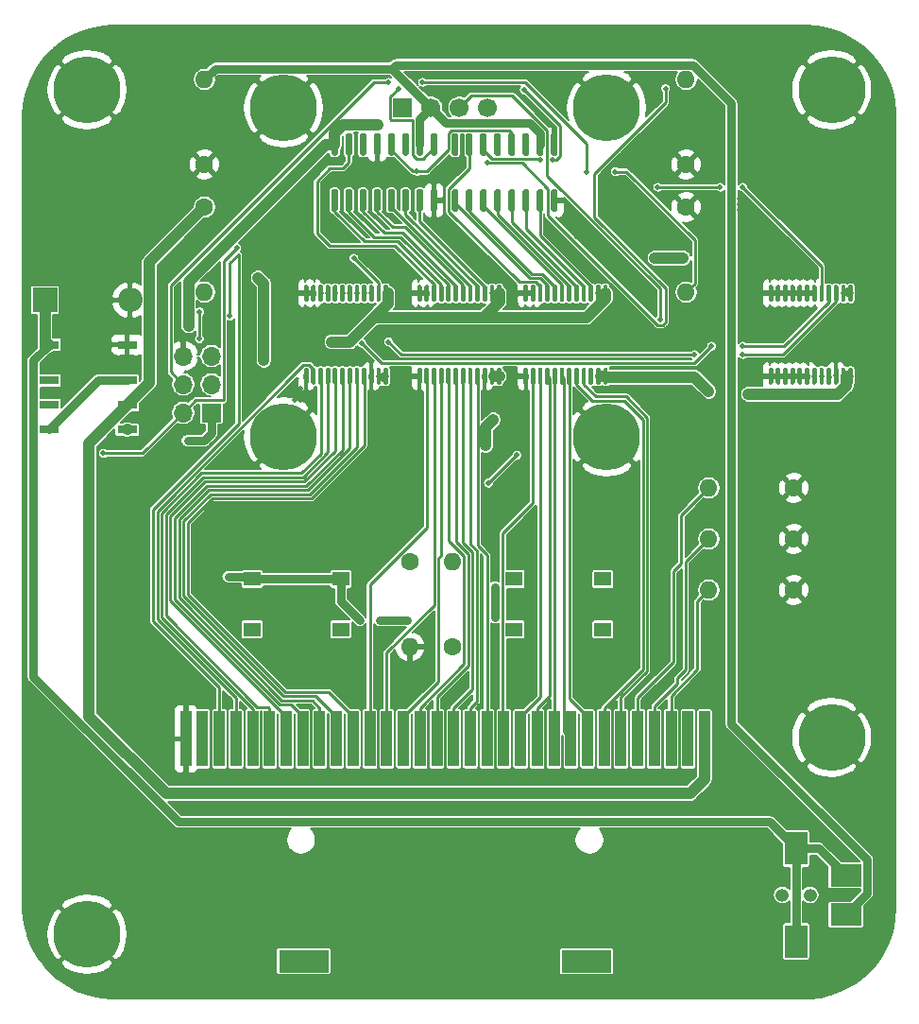
<source format=gbr>
%TF.GenerationSoftware,KiCad,Pcbnew,(5.1.7)-1*%
%TF.CreationDate,2021-08-17T05:12:29+02:00*%
%TF.ProjectId,dumper,64756d70-6572-42e6-9b69-6361645f7063,rev?*%
%TF.SameCoordinates,Original*%
%TF.FileFunction,Copper,L1,Top*%
%TF.FilePolarity,Positive*%
%FSLAX46Y46*%
G04 Gerber Fmt 4.6, Leading zero omitted, Abs format (unit mm)*
G04 Created by KiCad (PCBNEW (5.1.7)-1) date 2021-08-17 05:12:29*
%MOMM*%
%LPD*%
G01*
G04 APERTURE LIST*
%TA.AperFunction,ComponentPad*%
%ADD10C,6.000000*%
%TD*%
%TA.AperFunction,ComponentPad*%
%ADD11C,1.700000*%
%TD*%
%TA.AperFunction,ComponentPad*%
%ADD12R,1.700000X1.700000*%
%TD*%
%TA.AperFunction,ComponentPad*%
%ADD13O,2.200000X2.200000*%
%TD*%
%TA.AperFunction,ComponentPad*%
%ADD14R,2.200000X2.200000*%
%TD*%
%TA.AperFunction,SMDPad,CuDef*%
%ADD15R,4.500000X2.000000*%
%TD*%
%TA.AperFunction,SMDPad,CuDef*%
%ADD16R,1.000000X5.000000*%
%TD*%
%TA.AperFunction,SMDPad,CuDef*%
%ADD17R,2.800000X2.000000*%
%TD*%
%TA.AperFunction,ComponentPad*%
%ADD18O,1.200000X1.200000*%
%TD*%
%TA.AperFunction,SMDPad,CuDef*%
%ADD19R,2.000000X3.000000*%
%TD*%
%TA.AperFunction,SMDPad,CuDef*%
%ADD20R,1.550000X1.300000*%
%TD*%
%TA.AperFunction,ComponentPad*%
%ADD21O,1.600000X1.600000*%
%TD*%
%TA.AperFunction,ComponentPad*%
%ADD22C,1.600000*%
%TD*%
%TA.AperFunction,SMDPad,CuDef*%
%ADD23R,1.800000X0.800000*%
%TD*%
%TA.AperFunction,ComponentPad*%
%ADD24O,1.700000X1.700000*%
%TD*%
%TA.AperFunction,ViaPad*%
%ADD25C,0.500000*%
%TD*%
%TA.AperFunction,ViaPad*%
%ADD26C,0.800000*%
%TD*%
%TA.AperFunction,ViaPad*%
%ADD27C,0.600000*%
%TD*%
%TA.AperFunction,Conductor*%
%ADD28C,0.250000*%
%TD*%
%TA.AperFunction,Conductor*%
%ADD29C,1.000000*%
%TD*%
%TA.AperFunction,Conductor*%
%ADD30C,0.500000*%
%TD*%
%TA.AperFunction,Conductor*%
%ADD31C,0.750000*%
%TD*%
%TA.AperFunction,Conductor*%
%ADD32C,0.210000*%
%TD*%
%TA.AperFunction,Conductor*%
%ADD33C,0.100000*%
%TD*%
G04 APERTURE END LIST*
%TO.P,U6,24*%
%TO.N,/Cart Detection/CART_VCC*%
%TA.AperFunction,SMDPad,CuDef*%
G36*
G01*
X203881000Y-84255000D02*
X204081000Y-84255000D01*
G75*
G02*
X204181000Y-84355000I0J-100000D01*
G01*
X204181000Y-85630000D01*
G75*
G02*
X204081000Y-85730000I-100000J0D01*
G01*
X203881000Y-85730000D01*
G75*
G02*
X203781000Y-85630000I0J100000D01*
G01*
X203781000Y-84355000D01*
G75*
G02*
X203881000Y-84255000I100000J0D01*
G01*
G37*
%TD.AperFunction*%
%TO.P,U6,23*%
%TA.AperFunction,SMDPad,CuDef*%
G36*
G01*
X203231000Y-84255000D02*
X203431000Y-84255000D01*
G75*
G02*
X203531000Y-84355000I0J-100000D01*
G01*
X203531000Y-85630000D01*
G75*
G02*
X203431000Y-85730000I-100000J0D01*
G01*
X203231000Y-85730000D01*
G75*
G02*
X203131000Y-85630000I0J100000D01*
G01*
X203131000Y-84355000D01*
G75*
G02*
X203231000Y-84255000I100000J0D01*
G01*
G37*
%TD.AperFunction*%
%TO.P,U6,22*%
%TO.N,GND*%
%TA.AperFunction,SMDPad,CuDef*%
G36*
G01*
X202581000Y-84255000D02*
X202781000Y-84255000D01*
G75*
G02*
X202881000Y-84355000I0J-100000D01*
G01*
X202881000Y-85630000D01*
G75*
G02*
X202781000Y-85730000I-100000J0D01*
G01*
X202581000Y-85730000D01*
G75*
G02*
X202481000Y-85630000I0J100000D01*
G01*
X202481000Y-84355000D01*
G75*
G02*
X202581000Y-84255000I100000J0D01*
G01*
G37*
%TD.AperFunction*%
%TO.P,U6,21*%
%TO.N,/Cartridge Slot/TRANS_CART_WR*%
%TA.AperFunction,SMDPad,CuDef*%
G36*
G01*
X201931000Y-84255000D02*
X202131000Y-84255000D01*
G75*
G02*
X202231000Y-84355000I0J-100000D01*
G01*
X202231000Y-85630000D01*
G75*
G02*
X202131000Y-85730000I-100000J0D01*
G01*
X201931000Y-85730000D01*
G75*
G02*
X201831000Y-85630000I0J100000D01*
G01*
X201831000Y-84355000D01*
G75*
G02*
X201931000Y-84255000I100000J0D01*
G01*
G37*
%TD.AperFunction*%
%TO.P,U6,20*%
%TO.N,/Cartridge Slot/TRANS_CART_RD*%
%TA.AperFunction,SMDPad,CuDef*%
G36*
G01*
X201281000Y-84255000D02*
X201481000Y-84255000D01*
G75*
G02*
X201581000Y-84355000I0J-100000D01*
G01*
X201581000Y-85630000D01*
G75*
G02*
X201481000Y-85730000I-100000J0D01*
G01*
X201281000Y-85730000D01*
G75*
G02*
X201181000Y-85630000I0J100000D01*
G01*
X201181000Y-84355000D01*
G75*
G02*
X201281000Y-84255000I100000J0D01*
G01*
G37*
%TD.AperFunction*%
%TO.P,U6,19*%
%TO.N,/Cartridge Slot/TRANS_CART_CS*%
%TA.AperFunction,SMDPad,CuDef*%
G36*
G01*
X200631000Y-84255000D02*
X200831000Y-84255000D01*
G75*
G02*
X200931000Y-84355000I0J-100000D01*
G01*
X200931000Y-85630000D01*
G75*
G02*
X200831000Y-85730000I-100000J0D01*
G01*
X200631000Y-85730000D01*
G75*
G02*
X200531000Y-85630000I0J100000D01*
G01*
X200531000Y-84355000D01*
G75*
G02*
X200631000Y-84255000I100000J0D01*
G01*
G37*
%TD.AperFunction*%
%TO.P,U6,18*%
%TO.N,GND*%
%TA.AperFunction,SMDPad,CuDef*%
G36*
G01*
X199981000Y-84255000D02*
X200181000Y-84255000D01*
G75*
G02*
X200281000Y-84355000I0J-100000D01*
G01*
X200281000Y-85630000D01*
G75*
G02*
X200181000Y-85730000I-100000J0D01*
G01*
X199981000Y-85730000D01*
G75*
G02*
X199881000Y-85630000I0J100000D01*
G01*
X199881000Y-84355000D01*
G75*
G02*
X199981000Y-84255000I100000J0D01*
G01*
G37*
%TD.AperFunction*%
%TO.P,U6,17*%
%TA.AperFunction,SMDPad,CuDef*%
G36*
G01*
X199331000Y-84255000D02*
X199531000Y-84255000D01*
G75*
G02*
X199631000Y-84355000I0J-100000D01*
G01*
X199631000Y-85630000D01*
G75*
G02*
X199531000Y-85730000I-100000J0D01*
G01*
X199331000Y-85730000D01*
G75*
G02*
X199231000Y-85630000I0J100000D01*
G01*
X199231000Y-84355000D01*
G75*
G02*
X199331000Y-84255000I100000J0D01*
G01*
G37*
%TD.AperFunction*%
%TO.P,U6,16*%
%TA.AperFunction,SMDPad,CuDef*%
G36*
G01*
X198681000Y-84255000D02*
X198881000Y-84255000D01*
G75*
G02*
X198981000Y-84355000I0J-100000D01*
G01*
X198981000Y-85630000D01*
G75*
G02*
X198881000Y-85730000I-100000J0D01*
G01*
X198681000Y-85730000D01*
G75*
G02*
X198581000Y-85630000I0J100000D01*
G01*
X198581000Y-84355000D01*
G75*
G02*
X198681000Y-84255000I100000J0D01*
G01*
G37*
%TD.AperFunction*%
%TO.P,U6,15*%
%TA.AperFunction,SMDPad,CuDef*%
G36*
G01*
X198031000Y-84255000D02*
X198231000Y-84255000D01*
G75*
G02*
X198331000Y-84355000I0J-100000D01*
G01*
X198331000Y-85630000D01*
G75*
G02*
X198231000Y-85730000I-100000J0D01*
G01*
X198031000Y-85730000D01*
G75*
G02*
X197931000Y-85630000I0J100000D01*
G01*
X197931000Y-84355000D01*
G75*
G02*
X198031000Y-84255000I100000J0D01*
G01*
G37*
%TD.AperFunction*%
%TO.P,U6,14*%
%TA.AperFunction,SMDPad,CuDef*%
G36*
G01*
X197381000Y-84255000D02*
X197581000Y-84255000D01*
G75*
G02*
X197681000Y-84355000I0J-100000D01*
G01*
X197681000Y-85630000D01*
G75*
G02*
X197581000Y-85730000I-100000J0D01*
G01*
X197381000Y-85730000D01*
G75*
G02*
X197281000Y-85630000I0J100000D01*
G01*
X197281000Y-84355000D01*
G75*
G02*
X197381000Y-84255000I100000J0D01*
G01*
G37*
%TD.AperFunction*%
%TO.P,U6,13*%
%TA.AperFunction,SMDPad,CuDef*%
G36*
G01*
X196731000Y-84255000D02*
X196931000Y-84255000D01*
G75*
G02*
X197031000Y-84355000I0J-100000D01*
G01*
X197031000Y-85630000D01*
G75*
G02*
X196931000Y-85730000I-100000J0D01*
G01*
X196731000Y-85730000D01*
G75*
G02*
X196631000Y-85630000I0J100000D01*
G01*
X196631000Y-84355000D01*
G75*
G02*
X196731000Y-84255000I100000J0D01*
G01*
G37*
%TD.AperFunction*%
%TO.P,U6,12*%
%TA.AperFunction,SMDPad,CuDef*%
G36*
G01*
X196731000Y-76830000D02*
X196931000Y-76830000D01*
G75*
G02*
X197031000Y-76930000I0J-100000D01*
G01*
X197031000Y-78205000D01*
G75*
G02*
X196931000Y-78305000I-100000J0D01*
G01*
X196731000Y-78305000D01*
G75*
G02*
X196631000Y-78205000I0J100000D01*
G01*
X196631000Y-76930000D01*
G75*
G02*
X196731000Y-76830000I100000J0D01*
G01*
G37*
%TD.AperFunction*%
%TO.P,U6,11*%
%TA.AperFunction,SMDPad,CuDef*%
G36*
G01*
X197381000Y-76830000D02*
X197581000Y-76830000D01*
G75*
G02*
X197681000Y-76930000I0J-100000D01*
G01*
X197681000Y-78205000D01*
G75*
G02*
X197581000Y-78305000I-100000J0D01*
G01*
X197381000Y-78305000D01*
G75*
G02*
X197281000Y-78205000I0J100000D01*
G01*
X197281000Y-76930000D01*
G75*
G02*
X197381000Y-76830000I100000J0D01*
G01*
G37*
%TD.AperFunction*%
%TO.P,U6,10*%
%TA.AperFunction,SMDPad,CuDef*%
G36*
G01*
X198031000Y-76830000D02*
X198231000Y-76830000D01*
G75*
G02*
X198331000Y-76930000I0J-100000D01*
G01*
X198331000Y-78205000D01*
G75*
G02*
X198231000Y-78305000I-100000J0D01*
G01*
X198031000Y-78305000D01*
G75*
G02*
X197931000Y-78205000I0J100000D01*
G01*
X197931000Y-76930000D01*
G75*
G02*
X198031000Y-76830000I100000J0D01*
G01*
G37*
%TD.AperFunction*%
%TO.P,U6,9*%
%TA.AperFunction,SMDPad,CuDef*%
G36*
G01*
X198681000Y-76830000D02*
X198881000Y-76830000D01*
G75*
G02*
X198981000Y-76930000I0J-100000D01*
G01*
X198981000Y-78205000D01*
G75*
G02*
X198881000Y-78305000I-100000J0D01*
G01*
X198681000Y-78305000D01*
G75*
G02*
X198581000Y-78205000I0J100000D01*
G01*
X198581000Y-76930000D01*
G75*
G02*
X198681000Y-76830000I100000J0D01*
G01*
G37*
%TD.AperFunction*%
%TO.P,U6,8*%
%TA.AperFunction,SMDPad,CuDef*%
G36*
G01*
X199331000Y-76830000D02*
X199531000Y-76830000D01*
G75*
G02*
X199631000Y-76930000I0J-100000D01*
G01*
X199631000Y-78205000D01*
G75*
G02*
X199531000Y-78305000I-100000J0D01*
G01*
X199331000Y-78305000D01*
G75*
G02*
X199231000Y-78205000I0J100000D01*
G01*
X199231000Y-76930000D01*
G75*
G02*
X199331000Y-76830000I100000J0D01*
G01*
G37*
%TD.AperFunction*%
%TO.P,U6,7*%
%TA.AperFunction,SMDPad,CuDef*%
G36*
G01*
X199981000Y-76830000D02*
X200181000Y-76830000D01*
G75*
G02*
X200281000Y-76930000I0J-100000D01*
G01*
X200281000Y-78205000D01*
G75*
G02*
X200181000Y-78305000I-100000J0D01*
G01*
X199981000Y-78305000D01*
G75*
G02*
X199881000Y-78205000I0J100000D01*
G01*
X199881000Y-76930000D01*
G75*
G02*
X199981000Y-76830000I100000J0D01*
G01*
G37*
%TD.AperFunction*%
%TO.P,U6,6*%
%TA.AperFunction,SMDPad,CuDef*%
G36*
G01*
X200631000Y-76830000D02*
X200831000Y-76830000D01*
G75*
G02*
X200931000Y-76930000I0J-100000D01*
G01*
X200931000Y-78205000D01*
G75*
G02*
X200831000Y-78305000I-100000J0D01*
G01*
X200631000Y-78305000D01*
G75*
G02*
X200531000Y-78205000I0J100000D01*
G01*
X200531000Y-76930000D01*
G75*
G02*
X200631000Y-76830000I100000J0D01*
G01*
G37*
%TD.AperFunction*%
%TO.P,U6,5*%
%TO.N,/Controller/CART_CS*%
%TA.AperFunction,SMDPad,CuDef*%
G36*
G01*
X201281000Y-76830000D02*
X201481000Y-76830000D01*
G75*
G02*
X201581000Y-76930000I0J-100000D01*
G01*
X201581000Y-78205000D01*
G75*
G02*
X201481000Y-78305000I-100000J0D01*
G01*
X201281000Y-78305000D01*
G75*
G02*
X201181000Y-78205000I0J100000D01*
G01*
X201181000Y-76930000D01*
G75*
G02*
X201281000Y-76830000I100000J0D01*
G01*
G37*
%TD.AperFunction*%
%TO.P,U6,4*%
%TO.N,/Controller/CART_RD*%
%TA.AperFunction,SMDPad,CuDef*%
G36*
G01*
X201931000Y-76830000D02*
X202131000Y-76830000D01*
G75*
G02*
X202231000Y-76930000I0J-100000D01*
G01*
X202231000Y-78205000D01*
G75*
G02*
X202131000Y-78305000I-100000J0D01*
G01*
X201931000Y-78305000D01*
G75*
G02*
X201831000Y-78205000I0J100000D01*
G01*
X201831000Y-76930000D01*
G75*
G02*
X201931000Y-76830000I100000J0D01*
G01*
G37*
%TD.AperFunction*%
%TO.P,U6,3*%
%TO.N,/Controller/CART_WR*%
%TA.AperFunction,SMDPad,CuDef*%
G36*
G01*
X202581000Y-76830000D02*
X202781000Y-76830000D01*
G75*
G02*
X202881000Y-76930000I0J-100000D01*
G01*
X202881000Y-78205000D01*
G75*
G02*
X202781000Y-78305000I-100000J0D01*
G01*
X202581000Y-78305000D01*
G75*
G02*
X202481000Y-78205000I0J100000D01*
G01*
X202481000Y-76930000D01*
G75*
G02*
X202581000Y-76830000I100000J0D01*
G01*
G37*
%TD.AperFunction*%
%TO.P,U6,2*%
%TO.N,+5V*%
%TA.AperFunction,SMDPad,CuDef*%
G36*
G01*
X203231000Y-76830000D02*
X203431000Y-76830000D01*
G75*
G02*
X203531000Y-76930000I0J-100000D01*
G01*
X203531000Y-78205000D01*
G75*
G02*
X203431000Y-78305000I-100000J0D01*
G01*
X203231000Y-78305000D01*
G75*
G02*
X203131000Y-78205000I0J100000D01*
G01*
X203131000Y-76930000D01*
G75*
G02*
X203231000Y-76830000I100000J0D01*
G01*
G37*
%TD.AperFunction*%
%TO.P,U6,1*%
%TA.AperFunction,SMDPad,CuDef*%
G36*
G01*
X203881000Y-76830000D02*
X204081000Y-76830000D01*
G75*
G02*
X204181000Y-76930000I0J-100000D01*
G01*
X204181000Y-78205000D01*
G75*
G02*
X204081000Y-78305000I-100000J0D01*
G01*
X203881000Y-78305000D01*
G75*
G02*
X203781000Y-78205000I0J100000D01*
G01*
X203781000Y-76930000D01*
G75*
G02*
X203881000Y-76830000I100000J0D01*
G01*
G37*
%TD.AperFunction*%
%TD*%
D10*
%TO.P,REF\u002A\u002A,*%
%TO.N,GND*%
X202280000Y-117340000D03*
%TD*%
%TO.P,REF\u002A\u002A,*%
%TO.N,GND*%
X135540000Y-134970000D03*
%TD*%
%TO.P,REF\u002A\u002A,*%
%TO.N,GND*%
X135540000Y-59340000D03*
%TD*%
%TO.P,REF\u002A\u002A,*%
%TO.N,GND*%
X202280000Y-59340000D03*
%TD*%
D11*
%TO.P,A2,4*%
%TO.N,/Controller/SDA*%
X171450000Y-60960000D03*
%TO.P,A2,3*%
%TO.N,/Controller/SCL*%
X168910000Y-60960000D03*
%TO.P,A2,2*%
%TO.N,+3V3*%
X166370000Y-60960000D03*
D12*
%TO.P,A2,1*%
%TO.N,GND*%
X163830000Y-60960000D03*
D10*
X182118000Y-60960000D03*
X153162000Y-90424000D03*
X182118000Y-90424000D03*
X153162000Y-60960000D03*
%TD*%
D13*
%TO.P,D1,2*%
%TO.N,GND*%
X139382500Y-78176120D03*
D14*
%TO.P,D1,1*%
%TO.N,Net-(D1-Pad1)*%
X131762500Y-78176120D03*
%TD*%
D15*
%TO.P,J1,GND*%
%TO.N,N/C*%
X154957960Y-137380800D03*
X180322040Y-137380800D03*
D16*
%TO.P,J1,1*%
%TO.N,/Cart Detection/CART_VCC*%
X190890000Y-117460000D03*
%TO.P,J1,15*%
%TO.N,/Cartridge Slot/A9*%
X169890000Y-117460000D03*
%TO.P,J1,2*%
%TO.N,Net-(J1-Pad2)*%
X189390000Y-117460000D03*
%TO.P,J1,3*%
%TO.N,/Cartridge Slot/TRANS_CART_WR*%
X187890000Y-117460000D03*
%TO.P,J1,4*%
%TO.N,/Cartridge Slot/TRANS_CART_RD*%
X186390000Y-117460000D03*
%TO.P,J1,5*%
%TO.N,/Cartridge Slot/TRANS_CART_CS*%
X184890000Y-117460000D03*
%TO.P,J1,6*%
%TO.N,/Cartridge Slot/A0*%
X183390000Y-117460000D03*
%TO.P,J1,7*%
%TO.N,/Cartridge Slot/A1*%
X181890000Y-117460000D03*
%TO.P,J1,8*%
%TO.N,/Cartridge Slot/A2*%
X180390000Y-117460000D03*
%TO.P,J1,9*%
%TO.N,/Cartridge Slot/A3*%
X178890000Y-117460000D03*
%TO.P,J1,10*%
%TO.N,/Cartridge Slot/A4*%
X177390000Y-117460000D03*
%TO.P,J1,11*%
%TO.N,/Cartridge Slot/A5*%
X175890000Y-117460000D03*
%TO.P,J1,12*%
%TO.N,/Cartridge Slot/A6*%
X174390000Y-117460000D03*
%TO.P,J1,13*%
%TO.N,/Cartridge Slot/A7*%
X172890000Y-117460000D03*
%TO.P,J1,14*%
%TO.N,/Cartridge Slot/A8*%
X171390000Y-117460000D03*
%TO.P,J1,16*%
%TO.N,/Cartridge Slot/A10*%
X168390000Y-117460000D03*
%TO.P,J1,17*%
%TO.N,/Cartridge Slot/A11*%
X166890000Y-117460000D03*
%TO.P,J1,18*%
%TO.N,/Cartridge Slot/A12*%
X165390000Y-117460000D03*
%TO.P,J1,19*%
%TO.N,/Cartridge Slot/A13*%
X163890000Y-117460000D03*
%TO.P,J1,20*%
%TO.N,/Cartridge Slot/A14*%
X162390000Y-117460000D03*
%TO.P,J1,21*%
%TO.N,/Cartridge Slot/A15*%
X160890000Y-117460000D03*
%TO.P,J1,22*%
%TO.N,/Cartridge Slot/TD0*%
X159390000Y-117460000D03*
%TO.P,J1,23*%
%TO.N,/Cartridge Slot/TD1*%
X157890000Y-117460000D03*
%TO.P,J1,24*%
%TO.N,/Cartridge Slot/TD2*%
X156390000Y-117460000D03*
%TO.P,J1,25*%
%TO.N,/Cartridge Slot/TD3*%
X154890000Y-117460000D03*
%TO.P,J1,26*%
%TO.N,/Cartridge Slot/TD4*%
X153390000Y-117460000D03*
%TO.P,J1,27*%
%TO.N,/Cartridge Slot/TD5*%
X151890000Y-117460000D03*
%TO.P,J1,28*%
%TO.N,/Cartridge Slot/TD6*%
X150390000Y-117460000D03*
%TO.P,J1,29*%
%TO.N,/Cartridge Slot/TD7*%
X148890000Y-117460000D03*
%TO.P,J1,30*%
%TO.N,Net-(J1-Pad30)*%
X147390000Y-117460000D03*
%TO.P,J1,31*%
%TO.N,Net-(J1-Pad31)*%
X145890000Y-117460000D03*
%TO.P,J1,32*%
%TO.N,GND*%
X144390000Y-117460000D03*
%TD*%
%TO.P,U5,24*%
%TO.N,/Cart Detection/CART_VCC*%
%TA.AperFunction,SMDPad,CuDef*%
G36*
G01*
X162225000Y-84255000D02*
X162425000Y-84255000D01*
G75*
G02*
X162525000Y-84355000I0J-100000D01*
G01*
X162525000Y-85630000D01*
G75*
G02*
X162425000Y-85730000I-100000J0D01*
G01*
X162225000Y-85730000D01*
G75*
G02*
X162125000Y-85630000I0J100000D01*
G01*
X162125000Y-84355000D01*
G75*
G02*
X162225000Y-84255000I100000J0D01*
G01*
G37*
%TD.AperFunction*%
%TO.P,U5,23*%
%TA.AperFunction,SMDPad,CuDef*%
G36*
G01*
X161575000Y-84255000D02*
X161775000Y-84255000D01*
G75*
G02*
X161875000Y-84355000I0J-100000D01*
G01*
X161875000Y-85630000D01*
G75*
G02*
X161775000Y-85730000I-100000J0D01*
G01*
X161575000Y-85730000D01*
G75*
G02*
X161475000Y-85630000I0J100000D01*
G01*
X161475000Y-84355000D01*
G75*
G02*
X161575000Y-84255000I100000J0D01*
G01*
G37*
%TD.AperFunction*%
%TO.P,U5,22*%
%TO.N,GND*%
%TA.AperFunction,SMDPad,CuDef*%
G36*
G01*
X160925000Y-84255000D02*
X161125000Y-84255000D01*
G75*
G02*
X161225000Y-84355000I0J-100000D01*
G01*
X161225000Y-85630000D01*
G75*
G02*
X161125000Y-85730000I-100000J0D01*
G01*
X160925000Y-85730000D01*
G75*
G02*
X160825000Y-85630000I0J100000D01*
G01*
X160825000Y-84355000D01*
G75*
G02*
X160925000Y-84255000I100000J0D01*
G01*
G37*
%TD.AperFunction*%
%TO.P,U5,21*%
%TO.N,/Cartridge Slot/TD0*%
%TA.AperFunction,SMDPad,CuDef*%
G36*
G01*
X160275000Y-84255000D02*
X160475000Y-84255000D01*
G75*
G02*
X160575000Y-84355000I0J-100000D01*
G01*
X160575000Y-85630000D01*
G75*
G02*
X160475000Y-85730000I-100000J0D01*
G01*
X160275000Y-85730000D01*
G75*
G02*
X160175000Y-85630000I0J100000D01*
G01*
X160175000Y-84355000D01*
G75*
G02*
X160275000Y-84255000I100000J0D01*
G01*
G37*
%TD.AperFunction*%
%TO.P,U5,20*%
%TO.N,/Cartridge Slot/TD1*%
%TA.AperFunction,SMDPad,CuDef*%
G36*
G01*
X159625000Y-84255000D02*
X159825000Y-84255000D01*
G75*
G02*
X159925000Y-84355000I0J-100000D01*
G01*
X159925000Y-85630000D01*
G75*
G02*
X159825000Y-85730000I-100000J0D01*
G01*
X159625000Y-85730000D01*
G75*
G02*
X159525000Y-85630000I0J100000D01*
G01*
X159525000Y-84355000D01*
G75*
G02*
X159625000Y-84255000I100000J0D01*
G01*
G37*
%TD.AperFunction*%
%TO.P,U5,19*%
%TO.N,/Cartridge Slot/TD2*%
%TA.AperFunction,SMDPad,CuDef*%
G36*
G01*
X158975000Y-84255000D02*
X159175000Y-84255000D01*
G75*
G02*
X159275000Y-84355000I0J-100000D01*
G01*
X159275000Y-85630000D01*
G75*
G02*
X159175000Y-85730000I-100000J0D01*
G01*
X158975000Y-85730000D01*
G75*
G02*
X158875000Y-85630000I0J100000D01*
G01*
X158875000Y-84355000D01*
G75*
G02*
X158975000Y-84255000I100000J0D01*
G01*
G37*
%TD.AperFunction*%
%TO.P,U5,18*%
%TO.N,/Cartridge Slot/TD3*%
%TA.AperFunction,SMDPad,CuDef*%
G36*
G01*
X158325000Y-84255000D02*
X158525000Y-84255000D01*
G75*
G02*
X158625000Y-84355000I0J-100000D01*
G01*
X158625000Y-85630000D01*
G75*
G02*
X158525000Y-85730000I-100000J0D01*
G01*
X158325000Y-85730000D01*
G75*
G02*
X158225000Y-85630000I0J100000D01*
G01*
X158225000Y-84355000D01*
G75*
G02*
X158325000Y-84255000I100000J0D01*
G01*
G37*
%TD.AperFunction*%
%TO.P,U5,17*%
%TO.N,/Cartridge Slot/TD4*%
%TA.AperFunction,SMDPad,CuDef*%
G36*
G01*
X157675000Y-84255000D02*
X157875000Y-84255000D01*
G75*
G02*
X157975000Y-84355000I0J-100000D01*
G01*
X157975000Y-85630000D01*
G75*
G02*
X157875000Y-85730000I-100000J0D01*
G01*
X157675000Y-85730000D01*
G75*
G02*
X157575000Y-85630000I0J100000D01*
G01*
X157575000Y-84355000D01*
G75*
G02*
X157675000Y-84255000I100000J0D01*
G01*
G37*
%TD.AperFunction*%
%TO.P,U5,16*%
%TO.N,/Cartridge Slot/TD5*%
%TA.AperFunction,SMDPad,CuDef*%
G36*
G01*
X157025000Y-84255000D02*
X157225000Y-84255000D01*
G75*
G02*
X157325000Y-84355000I0J-100000D01*
G01*
X157325000Y-85630000D01*
G75*
G02*
X157225000Y-85730000I-100000J0D01*
G01*
X157025000Y-85730000D01*
G75*
G02*
X156925000Y-85630000I0J100000D01*
G01*
X156925000Y-84355000D01*
G75*
G02*
X157025000Y-84255000I100000J0D01*
G01*
G37*
%TD.AperFunction*%
%TO.P,U5,15*%
%TO.N,/Cartridge Slot/TD6*%
%TA.AperFunction,SMDPad,CuDef*%
G36*
G01*
X156375000Y-84255000D02*
X156575000Y-84255000D01*
G75*
G02*
X156675000Y-84355000I0J-100000D01*
G01*
X156675000Y-85630000D01*
G75*
G02*
X156575000Y-85730000I-100000J0D01*
G01*
X156375000Y-85730000D01*
G75*
G02*
X156275000Y-85630000I0J100000D01*
G01*
X156275000Y-84355000D01*
G75*
G02*
X156375000Y-84255000I100000J0D01*
G01*
G37*
%TD.AperFunction*%
%TO.P,U5,14*%
%TO.N,/Cartridge Slot/TD7*%
%TA.AperFunction,SMDPad,CuDef*%
G36*
G01*
X155725000Y-84255000D02*
X155925000Y-84255000D01*
G75*
G02*
X156025000Y-84355000I0J-100000D01*
G01*
X156025000Y-85630000D01*
G75*
G02*
X155925000Y-85730000I-100000J0D01*
G01*
X155725000Y-85730000D01*
G75*
G02*
X155625000Y-85630000I0J100000D01*
G01*
X155625000Y-84355000D01*
G75*
G02*
X155725000Y-84255000I100000J0D01*
G01*
G37*
%TD.AperFunction*%
%TO.P,U5,13*%
%TO.N,GND*%
%TA.AperFunction,SMDPad,CuDef*%
G36*
G01*
X155075000Y-84255000D02*
X155275000Y-84255000D01*
G75*
G02*
X155375000Y-84355000I0J-100000D01*
G01*
X155375000Y-85630000D01*
G75*
G02*
X155275000Y-85730000I-100000J0D01*
G01*
X155075000Y-85730000D01*
G75*
G02*
X154975000Y-85630000I0J100000D01*
G01*
X154975000Y-84355000D01*
G75*
G02*
X155075000Y-84255000I100000J0D01*
G01*
G37*
%TD.AperFunction*%
%TO.P,U5,12*%
%TA.AperFunction,SMDPad,CuDef*%
G36*
G01*
X155075000Y-76830000D02*
X155275000Y-76830000D01*
G75*
G02*
X155375000Y-76930000I0J-100000D01*
G01*
X155375000Y-78205000D01*
G75*
G02*
X155275000Y-78305000I-100000J0D01*
G01*
X155075000Y-78305000D01*
G75*
G02*
X154975000Y-78205000I0J100000D01*
G01*
X154975000Y-76930000D01*
G75*
G02*
X155075000Y-76830000I100000J0D01*
G01*
G37*
%TD.AperFunction*%
%TO.P,U5,11*%
%TA.AperFunction,SMDPad,CuDef*%
G36*
G01*
X155725000Y-76830000D02*
X155925000Y-76830000D01*
G75*
G02*
X156025000Y-76930000I0J-100000D01*
G01*
X156025000Y-78205000D01*
G75*
G02*
X155925000Y-78305000I-100000J0D01*
G01*
X155725000Y-78305000D01*
G75*
G02*
X155625000Y-78205000I0J100000D01*
G01*
X155625000Y-76930000D01*
G75*
G02*
X155725000Y-76830000I100000J0D01*
G01*
G37*
%TD.AperFunction*%
%TO.P,U5,10*%
%TO.N,/Controller/D7*%
%TA.AperFunction,SMDPad,CuDef*%
G36*
G01*
X156375000Y-76830000D02*
X156575000Y-76830000D01*
G75*
G02*
X156675000Y-76930000I0J-100000D01*
G01*
X156675000Y-78205000D01*
G75*
G02*
X156575000Y-78305000I-100000J0D01*
G01*
X156375000Y-78305000D01*
G75*
G02*
X156275000Y-78205000I0J100000D01*
G01*
X156275000Y-76930000D01*
G75*
G02*
X156375000Y-76830000I100000J0D01*
G01*
G37*
%TD.AperFunction*%
%TO.P,U5,9*%
%TO.N,/Controller/D6*%
%TA.AperFunction,SMDPad,CuDef*%
G36*
G01*
X157025000Y-76830000D02*
X157225000Y-76830000D01*
G75*
G02*
X157325000Y-76930000I0J-100000D01*
G01*
X157325000Y-78205000D01*
G75*
G02*
X157225000Y-78305000I-100000J0D01*
G01*
X157025000Y-78305000D01*
G75*
G02*
X156925000Y-78205000I0J100000D01*
G01*
X156925000Y-76930000D01*
G75*
G02*
X157025000Y-76830000I100000J0D01*
G01*
G37*
%TD.AperFunction*%
%TO.P,U5,8*%
%TO.N,/Controller/D5*%
%TA.AperFunction,SMDPad,CuDef*%
G36*
G01*
X157675000Y-76830000D02*
X157875000Y-76830000D01*
G75*
G02*
X157975000Y-76930000I0J-100000D01*
G01*
X157975000Y-78205000D01*
G75*
G02*
X157875000Y-78305000I-100000J0D01*
G01*
X157675000Y-78305000D01*
G75*
G02*
X157575000Y-78205000I0J100000D01*
G01*
X157575000Y-76930000D01*
G75*
G02*
X157675000Y-76830000I100000J0D01*
G01*
G37*
%TD.AperFunction*%
%TO.P,U5,7*%
%TO.N,/Controller/D4*%
%TA.AperFunction,SMDPad,CuDef*%
G36*
G01*
X158325000Y-76830000D02*
X158525000Y-76830000D01*
G75*
G02*
X158625000Y-76930000I0J-100000D01*
G01*
X158625000Y-78205000D01*
G75*
G02*
X158525000Y-78305000I-100000J0D01*
G01*
X158325000Y-78305000D01*
G75*
G02*
X158225000Y-78205000I0J100000D01*
G01*
X158225000Y-76930000D01*
G75*
G02*
X158325000Y-76830000I100000J0D01*
G01*
G37*
%TD.AperFunction*%
%TO.P,U5,6*%
%TO.N,/Controller/D3*%
%TA.AperFunction,SMDPad,CuDef*%
G36*
G01*
X158975000Y-76830000D02*
X159175000Y-76830000D01*
G75*
G02*
X159275000Y-76930000I0J-100000D01*
G01*
X159275000Y-78205000D01*
G75*
G02*
X159175000Y-78305000I-100000J0D01*
G01*
X158975000Y-78305000D01*
G75*
G02*
X158875000Y-78205000I0J100000D01*
G01*
X158875000Y-76930000D01*
G75*
G02*
X158975000Y-76830000I100000J0D01*
G01*
G37*
%TD.AperFunction*%
%TO.P,U5,5*%
%TO.N,/Controller/D2*%
%TA.AperFunction,SMDPad,CuDef*%
G36*
G01*
X159625000Y-76830000D02*
X159825000Y-76830000D01*
G75*
G02*
X159925000Y-76930000I0J-100000D01*
G01*
X159925000Y-78205000D01*
G75*
G02*
X159825000Y-78305000I-100000J0D01*
G01*
X159625000Y-78305000D01*
G75*
G02*
X159525000Y-78205000I0J100000D01*
G01*
X159525000Y-76930000D01*
G75*
G02*
X159625000Y-76830000I100000J0D01*
G01*
G37*
%TD.AperFunction*%
%TO.P,U5,4*%
%TO.N,/Controller/D1*%
%TA.AperFunction,SMDPad,CuDef*%
G36*
G01*
X160275000Y-76830000D02*
X160475000Y-76830000D01*
G75*
G02*
X160575000Y-76930000I0J-100000D01*
G01*
X160575000Y-78205000D01*
G75*
G02*
X160475000Y-78305000I-100000J0D01*
G01*
X160275000Y-78305000D01*
G75*
G02*
X160175000Y-78205000I0J100000D01*
G01*
X160175000Y-76930000D01*
G75*
G02*
X160275000Y-76830000I100000J0D01*
G01*
G37*
%TD.AperFunction*%
%TO.P,U5,3*%
%TO.N,/Controller/D0*%
%TA.AperFunction,SMDPad,CuDef*%
G36*
G01*
X160925000Y-76830000D02*
X161125000Y-76830000D01*
G75*
G02*
X161225000Y-76930000I0J-100000D01*
G01*
X161225000Y-78205000D01*
G75*
G02*
X161125000Y-78305000I-100000J0D01*
G01*
X160925000Y-78305000D01*
G75*
G02*
X160825000Y-78205000I0J100000D01*
G01*
X160825000Y-76930000D01*
G75*
G02*
X160925000Y-76830000I100000J0D01*
G01*
G37*
%TD.AperFunction*%
%TO.P,U5,2*%
%TO.N,/Controller/SWITCH_TRANSCEIVER*%
%TA.AperFunction,SMDPad,CuDef*%
G36*
G01*
X161575000Y-76830000D02*
X161775000Y-76830000D01*
G75*
G02*
X161875000Y-76930000I0J-100000D01*
G01*
X161875000Y-78205000D01*
G75*
G02*
X161775000Y-78305000I-100000J0D01*
G01*
X161575000Y-78305000D01*
G75*
G02*
X161475000Y-78205000I0J100000D01*
G01*
X161475000Y-76930000D01*
G75*
G02*
X161575000Y-76830000I100000J0D01*
G01*
G37*
%TD.AperFunction*%
%TO.P,U5,1*%
%TO.N,+5V*%
%TA.AperFunction,SMDPad,CuDef*%
G36*
G01*
X162225000Y-76830000D02*
X162425000Y-76830000D01*
G75*
G02*
X162525000Y-76930000I0J-100000D01*
G01*
X162525000Y-78205000D01*
G75*
G02*
X162425000Y-78305000I-100000J0D01*
G01*
X162225000Y-78305000D01*
G75*
G02*
X162125000Y-78205000I0J100000D01*
G01*
X162125000Y-76930000D01*
G75*
G02*
X162225000Y-76830000I100000J0D01*
G01*
G37*
%TD.AperFunction*%
%TD*%
%TO.P,U4,24*%
%TO.N,/Cart Detection/CART_VCC*%
%TA.AperFunction,SMDPad,CuDef*%
G36*
G01*
X172385000Y-84255000D02*
X172585000Y-84255000D01*
G75*
G02*
X172685000Y-84355000I0J-100000D01*
G01*
X172685000Y-85630000D01*
G75*
G02*
X172585000Y-85730000I-100000J0D01*
G01*
X172385000Y-85730000D01*
G75*
G02*
X172285000Y-85630000I0J100000D01*
G01*
X172285000Y-84355000D01*
G75*
G02*
X172385000Y-84255000I100000J0D01*
G01*
G37*
%TD.AperFunction*%
%TO.P,U4,23*%
%TA.AperFunction,SMDPad,CuDef*%
G36*
G01*
X171735000Y-84255000D02*
X171935000Y-84255000D01*
G75*
G02*
X172035000Y-84355000I0J-100000D01*
G01*
X172035000Y-85630000D01*
G75*
G02*
X171935000Y-85730000I-100000J0D01*
G01*
X171735000Y-85730000D01*
G75*
G02*
X171635000Y-85630000I0J100000D01*
G01*
X171635000Y-84355000D01*
G75*
G02*
X171735000Y-84255000I100000J0D01*
G01*
G37*
%TD.AperFunction*%
%TO.P,U4,22*%
%TO.N,GND*%
%TA.AperFunction,SMDPad,CuDef*%
G36*
G01*
X171085000Y-84255000D02*
X171285000Y-84255000D01*
G75*
G02*
X171385000Y-84355000I0J-100000D01*
G01*
X171385000Y-85630000D01*
G75*
G02*
X171285000Y-85730000I-100000J0D01*
G01*
X171085000Y-85730000D01*
G75*
G02*
X170985000Y-85630000I0J100000D01*
G01*
X170985000Y-84355000D01*
G75*
G02*
X171085000Y-84255000I100000J0D01*
G01*
G37*
%TD.AperFunction*%
%TO.P,U4,21*%
%TO.N,/Cartridge Slot/A8*%
%TA.AperFunction,SMDPad,CuDef*%
G36*
G01*
X170435000Y-84255000D02*
X170635000Y-84255000D01*
G75*
G02*
X170735000Y-84355000I0J-100000D01*
G01*
X170735000Y-85630000D01*
G75*
G02*
X170635000Y-85730000I-100000J0D01*
G01*
X170435000Y-85730000D01*
G75*
G02*
X170335000Y-85630000I0J100000D01*
G01*
X170335000Y-84355000D01*
G75*
G02*
X170435000Y-84255000I100000J0D01*
G01*
G37*
%TD.AperFunction*%
%TO.P,U4,20*%
%TO.N,/Cartridge Slot/A9*%
%TA.AperFunction,SMDPad,CuDef*%
G36*
G01*
X169785000Y-84255000D02*
X169985000Y-84255000D01*
G75*
G02*
X170085000Y-84355000I0J-100000D01*
G01*
X170085000Y-85630000D01*
G75*
G02*
X169985000Y-85730000I-100000J0D01*
G01*
X169785000Y-85730000D01*
G75*
G02*
X169685000Y-85630000I0J100000D01*
G01*
X169685000Y-84355000D01*
G75*
G02*
X169785000Y-84255000I100000J0D01*
G01*
G37*
%TD.AperFunction*%
%TO.P,U4,19*%
%TO.N,/Cartridge Slot/A10*%
%TA.AperFunction,SMDPad,CuDef*%
G36*
G01*
X169135000Y-84255000D02*
X169335000Y-84255000D01*
G75*
G02*
X169435000Y-84355000I0J-100000D01*
G01*
X169435000Y-85630000D01*
G75*
G02*
X169335000Y-85730000I-100000J0D01*
G01*
X169135000Y-85730000D01*
G75*
G02*
X169035000Y-85630000I0J100000D01*
G01*
X169035000Y-84355000D01*
G75*
G02*
X169135000Y-84255000I100000J0D01*
G01*
G37*
%TD.AperFunction*%
%TO.P,U4,18*%
%TO.N,/Cartridge Slot/A11*%
%TA.AperFunction,SMDPad,CuDef*%
G36*
G01*
X168485000Y-84255000D02*
X168685000Y-84255000D01*
G75*
G02*
X168785000Y-84355000I0J-100000D01*
G01*
X168785000Y-85630000D01*
G75*
G02*
X168685000Y-85730000I-100000J0D01*
G01*
X168485000Y-85730000D01*
G75*
G02*
X168385000Y-85630000I0J100000D01*
G01*
X168385000Y-84355000D01*
G75*
G02*
X168485000Y-84255000I100000J0D01*
G01*
G37*
%TD.AperFunction*%
%TO.P,U4,17*%
%TO.N,/Cartridge Slot/A12*%
%TA.AperFunction,SMDPad,CuDef*%
G36*
G01*
X167835000Y-84255000D02*
X168035000Y-84255000D01*
G75*
G02*
X168135000Y-84355000I0J-100000D01*
G01*
X168135000Y-85630000D01*
G75*
G02*
X168035000Y-85730000I-100000J0D01*
G01*
X167835000Y-85730000D01*
G75*
G02*
X167735000Y-85630000I0J100000D01*
G01*
X167735000Y-84355000D01*
G75*
G02*
X167835000Y-84255000I100000J0D01*
G01*
G37*
%TD.AperFunction*%
%TO.P,U4,16*%
%TO.N,/Cartridge Slot/A13*%
%TA.AperFunction,SMDPad,CuDef*%
G36*
G01*
X167185000Y-84255000D02*
X167385000Y-84255000D01*
G75*
G02*
X167485000Y-84355000I0J-100000D01*
G01*
X167485000Y-85630000D01*
G75*
G02*
X167385000Y-85730000I-100000J0D01*
G01*
X167185000Y-85730000D01*
G75*
G02*
X167085000Y-85630000I0J100000D01*
G01*
X167085000Y-84355000D01*
G75*
G02*
X167185000Y-84255000I100000J0D01*
G01*
G37*
%TD.AperFunction*%
%TO.P,U4,15*%
%TO.N,/Cartridge Slot/A14*%
%TA.AperFunction,SMDPad,CuDef*%
G36*
G01*
X166535000Y-84255000D02*
X166735000Y-84255000D01*
G75*
G02*
X166835000Y-84355000I0J-100000D01*
G01*
X166835000Y-85630000D01*
G75*
G02*
X166735000Y-85730000I-100000J0D01*
G01*
X166535000Y-85730000D01*
G75*
G02*
X166435000Y-85630000I0J100000D01*
G01*
X166435000Y-84355000D01*
G75*
G02*
X166535000Y-84255000I100000J0D01*
G01*
G37*
%TD.AperFunction*%
%TO.P,U4,14*%
%TO.N,/Cartridge Slot/A15*%
%TA.AperFunction,SMDPad,CuDef*%
G36*
G01*
X165885000Y-84255000D02*
X166085000Y-84255000D01*
G75*
G02*
X166185000Y-84355000I0J-100000D01*
G01*
X166185000Y-85630000D01*
G75*
G02*
X166085000Y-85730000I-100000J0D01*
G01*
X165885000Y-85730000D01*
G75*
G02*
X165785000Y-85630000I0J100000D01*
G01*
X165785000Y-84355000D01*
G75*
G02*
X165885000Y-84255000I100000J0D01*
G01*
G37*
%TD.AperFunction*%
%TO.P,U4,13*%
%TO.N,GND*%
%TA.AperFunction,SMDPad,CuDef*%
G36*
G01*
X165235000Y-84255000D02*
X165435000Y-84255000D01*
G75*
G02*
X165535000Y-84355000I0J-100000D01*
G01*
X165535000Y-85630000D01*
G75*
G02*
X165435000Y-85730000I-100000J0D01*
G01*
X165235000Y-85730000D01*
G75*
G02*
X165135000Y-85630000I0J100000D01*
G01*
X165135000Y-84355000D01*
G75*
G02*
X165235000Y-84255000I100000J0D01*
G01*
G37*
%TD.AperFunction*%
%TO.P,U4,12*%
%TA.AperFunction,SMDPad,CuDef*%
G36*
G01*
X165235000Y-76830000D02*
X165435000Y-76830000D01*
G75*
G02*
X165535000Y-76930000I0J-100000D01*
G01*
X165535000Y-78205000D01*
G75*
G02*
X165435000Y-78305000I-100000J0D01*
G01*
X165235000Y-78305000D01*
G75*
G02*
X165135000Y-78205000I0J100000D01*
G01*
X165135000Y-76930000D01*
G75*
G02*
X165235000Y-76830000I100000J0D01*
G01*
G37*
%TD.AperFunction*%
%TO.P,U4,11*%
%TA.AperFunction,SMDPad,CuDef*%
G36*
G01*
X165885000Y-76830000D02*
X166085000Y-76830000D01*
G75*
G02*
X166185000Y-76930000I0J-100000D01*
G01*
X166185000Y-78205000D01*
G75*
G02*
X166085000Y-78305000I-100000J0D01*
G01*
X165885000Y-78305000D01*
G75*
G02*
X165785000Y-78205000I0J100000D01*
G01*
X165785000Y-76930000D01*
G75*
G02*
X165885000Y-76830000I100000J0D01*
G01*
G37*
%TD.AperFunction*%
%TO.P,U4,10*%
%TO.N,/Data I/O/QA_A*%
%TA.AperFunction,SMDPad,CuDef*%
G36*
G01*
X166535000Y-76830000D02*
X166735000Y-76830000D01*
G75*
G02*
X166835000Y-76930000I0J-100000D01*
G01*
X166835000Y-78205000D01*
G75*
G02*
X166735000Y-78305000I-100000J0D01*
G01*
X166535000Y-78305000D01*
G75*
G02*
X166435000Y-78205000I0J100000D01*
G01*
X166435000Y-76930000D01*
G75*
G02*
X166535000Y-76830000I100000J0D01*
G01*
G37*
%TD.AperFunction*%
%TO.P,U4,9*%
%TO.N,/Data I/O/QB_A*%
%TA.AperFunction,SMDPad,CuDef*%
G36*
G01*
X167185000Y-76830000D02*
X167385000Y-76830000D01*
G75*
G02*
X167485000Y-76930000I0J-100000D01*
G01*
X167485000Y-78205000D01*
G75*
G02*
X167385000Y-78305000I-100000J0D01*
G01*
X167185000Y-78305000D01*
G75*
G02*
X167085000Y-78205000I0J100000D01*
G01*
X167085000Y-76930000D01*
G75*
G02*
X167185000Y-76830000I100000J0D01*
G01*
G37*
%TD.AperFunction*%
%TO.P,U4,8*%
%TO.N,/Data I/O/QC_A*%
%TA.AperFunction,SMDPad,CuDef*%
G36*
G01*
X167835000Y-76830000D02*
X168035000Y-76830000D01*
G75*
G02*
X168135000Y-76930000I0J-100000D01*
G01*
X168135000Y-78205000D01*
G75*
G02*
X168035000Y-78305000I-100000J0D01*
G01*
X167835000Y-78305000D01*
G75*
G02*
X167735000Y-78205000I0J100000D01*
G01*
X167735000Y-76930000D01*
G75*
G02*
X167835000Y-76830000I100000J0D01*
G01*
G37*
%TD.AperFunction*%
%TO.P,U4,7*%
%TO.N,/Data I/O/QD_A*%
%TA.AperFunction,SMDPad,CuDef*%
G36*
G01*
X168485000Y-76830000D02*
X168685000Y-76830000D01*
G75*
G02*
X168785000Y-76930000I0J-100000D01*
G01*
X168785000Y-78205000D01*
G75*
G02*
X168685000Y-78305000I-100000J0D01*
G01*
X168485000Y-78305000D01*
G75*
G02*
X168385000Y-78205000I0J100000D01*
G01*
X168385000Y-76930000D01*
G75*
G02*
X168485000Y-76830000I100000J0D01*
G01*
G37*
%TD.AperFunction*%
%TO.P,U4,6*%
%TO.N,/Data I/O/QE_A*%
%TA.AperFunction,SMDPad,CuDef*%
G36*
G01*
X169135000Y-76830000D02*
X169335000Y-76830000D01*
G75*
G02*
X169435000Y-76930000I0J-100000D01*
G01*
X169435000Y-78205000D01*
G75*
G02*
X169335000Y-78305000I-100000J0D01*
G01*
X169135000Y-78305000D01*
G75*
G02*
X169035000Y-78205000I0J100000D01*
G01*
X169035000Y-76930000D01*
G75*
G02*
X169135000Y-76830000I100000J0D01*
G01*
G37*
%TD.AperFunction*%
%TO.P,U4,5*%
%TO.N,/Data I/O/QF_A*%
%TA.AperFunction,SMDPad,CuDef*%
G36*
G01*
X169785000Y-76830000D02*
X169985000Y-76830000D01*
G75*
G02*
X170085000Y-76930000I0J-100000D01*
G01*
X170085000Y-78205000D01*
G75*
G02*
X169985000Y-78305000I-100000J0D01*
G01*
X169785000Y-78305000D01*
G75*
G02*
X169685000Y-78205000I0J100000D01*
G01*
X169685000Y-76930000D01*
G75*
G02*
X169785000Y-76830000I100000J0D01*
G01*
G37*
%TD.AperFunction*%
%TO.P,U4,4*%
%TO.N,/Data I/O/QG_A*%
%TA.AperFunction,SMDPad,CuDef*%
G36*
G01*
X170435000Y-76830000D02*
X170635000Y-76830000D01*
G75*
G02*
X170735000Y-76930000I0J-100000D01*
G01*
X170735000Y-78205000D01*
G75*
G02*
X170635000Y-78305000I-100000J0D01*
G01*
X170435000Y-78305000D01*
G75*
G02*
X170335000Y-78205000I0J100000D01*
G01*
X170335000Y-76930000D01*
G75*
G02*
X170435000Y-76830000I100000J0D01*
G01*
G37*
%TD.AperFunction*%
%TO.P,U4,3*%
%TO.N,/Data I/O/QH_A*%
%TA.AperFunction,SMDPad,CuDef*%
G36*
G01*
X171085000Y-76830000D02*
X171285000Y-76830000D01*
G75*
G02*
X171385000Y-76930000I0J-100000D01*
G01*
X171385000Y-78205000D01*
G75*
G02*
X171285000Y-78305000I-100000J0D01*
G01*
X171085000Y-78305000D01*
G75*
G02*
X170985000Y-78205000I0J100000D01*
G01*
X170985000Y-76930000D01*
G75*
G02*
X171085000Y-76830000I100000J0D01*
G01*
G37*
%TD.AperFunction*%
%TO.P,U4,2*%
%TO.N,+5V*%
%TA.AperFunction,SMDPad,CuDef*%
G36*
G01*
X171735000Y-76830000D02*
X171935000Y-76830000D01*
G75*
G02*
X172035000Y-76930000I0J-100000D01*
G01*
X172035000Y-78205000D01*
G75*
G02*
X171935000Y-78305000I-100000J0D01*
G01*
X171735000Y-78305000D01*
G75*
G02*
X171635000Y-78205000I0J100000D01*
G01*
X171635000Y-76930000D01*
G75*
G02*
X171735000Y-76830000I100000J0D01*
G01*
G37*
%TD.AperFunction*%
%TO.P,U4,1*%
%TA.AperFunction,SMDPad,CuDef*%
G36*
G01*
X172385000Y-76830000D02*
X172585000Y-76830000D01*
G75*
G02*
X172685000Y-76930000I0J-100000D01*
G01*
X172685000Y-78205000D01*
G75*
G02*
X172585000Y-78305000I-100000J0D01*
G01*
X172385000Y-78305000D01*
G75*
G02*
X172285000Y-78205000I0J100000D01*
G01*
X172285000Y-76930000D01*
G75*
G02*
X172385000Y-76830000I100000J0D01*
G01*
G37*
%TD.AperFunction*%
%TD*%
%TO.P,U3,16*%
%TO.N,+5V*%
%TA.AperFunction,SMDPad,CuDef*%
G36*
G01*
X157881460Y-65238500D02*
X157581460Y-65238500D01*
G75*
G02*
X157431460Y-65088500I0J150000D01*
G01*
X157431460Y-63388500D01*
G75*
G02*
X157581460Y-63238500I150000J0D01*
G01*
X157881460Y-63238500D01*
G75*
G02*
X158031460Y-63388500I0J-150000D01*
G01*
X158031460Y-65088500D01*
G75*
G02*
X157881460Y-65238500I-150000J0D01*
G01*
G37*
%TD.AperFunction*%
%TO.P,U3,15*%
%TO.N,/Data I/O/QA_A*%
%TA.AperFunction,SMDPad,CuDef*%
G36*
G01*
X159151460Y-65238500D02*
X158851460Y-65238500D01*
G75*
G02*
X158701460Y-65088500I0J150000D01*
G01*
X158701460Y-63388500D01*
G75*
G02*
X158851460Y-63238500I150000J0D01*
G01*
X159151460Y-63238500D01*
G75*
G02*
X159301460Y-63388500I0J-150000D01*
G01*
X159301460Y-65088500D01*
G75*
G02*
X159151460Y-65238500I-150000J0D01*
G01*
G37*
%TD.AperFunction*%
%TO.P,U3,14*%
%TO.N,/Controller/ADDRESS_DATA*%
%TA.AperFunction,SMDPad,CuDef*%
G36*
G01*
X160421460Y-65238500D02*
X160121460Y-65238500D01*
G75*
G02*
X159971460Y-65088500I0J150000D01*
G01*
X159971460Y-63388500D01*
G75*
G02*
X160121460Y-63238500I150000J0D01*
G01*
X160421460Y-63238500D01*
G75*
G02*
X160571460Y-63388500I0J-150000D01*
G01*
X160571460Y-65088500D01*
G75*
G02*
X160421460Y-65238500I-150000J0D01*
G01*
G37*
%TD.AperFunction*%
%TO.P,U3,13*%
%TO.N,GND*%
%TA.AperFunction,SMDPad,CuDef*%
G36*
G01*
X161691460Y-65238500D02*
X161391460Y-65238500D01*
G75*
G02*
X161241460Y-65088500I0J150000D01*
G01*
X161241460Y-63388500D01*
G75*
G02*
X161391460Y-63238500I150000J0D01*
G01*
X161691460Y-63238500D01*
G75*
G02*
X161841460Y-63388500I0J-150000D01*
G01*
X161841460Y-65088500D01*
G75*
G02*
X161691460Y-65238500I-150000J0D01*
G01*
G37*
%TD.AperFunction*%
%TO.P,U3,12*%
%TO.N,/Controller/ADDRESS_LATCH*%
%TA.AperFunction,SMDPad,CuDef*%
G36*
G01*
X162961460Y-65238500D02*
X162661460Y-65238500D01*
G75*
G02*
X162511460Y-65088500I0J150000D01*
G01*
X162511460Y-63388500D01*
G75*
G02*
X162661460Y-63238500I150000J0D01*
G01*
X162961460Y-63238500D01*
G75*
G02*
X163111460Y-63388500I0J-150000D01*
G01*
X163111460Y-65088500D01*
G75*
G02*
X162961460Y-65238500I-150000J0D01*
G01*
G37*
%TD.AperFunction*%
%TO.P,U3,11*%
%TO.N,/Controller/ADDRESS_CLK*%
%TA.AperFunction,SMDPad,CuDef*%
G36*
G01*
X164231460Y-65238500D02*
X163931460Y-65238500D01*
G75*
G02*
X163781460Y-65088500I0J150000D01*
G01*
X163781460Y-63388500D01*
G75*
G02*
X163931460Y-63238500I150000J0D01*
G01*
X164231460Y-63238500D01*
G75*
G02*
X164381460Y-63388500I0J-150000D01*
G01*
X164381460Y-65088500D01*
G75*
G02*
X164231460Y-65238500I-150000J0D01*
G01*
G37*
%TD.AperFunction*%
%TO.P,U3,10*%
%TO.N,+3V3*%
%TA.AperFunction,SMDPad,CuDef*%
G36*
G01*
X165501460Y-65238500D02*
X165201460Y-65238500D01*
G75*
G02*
X165051460Y-65088500I0J150000D01*
G01*
X165051460Y-63388500D01*
G75*
G02*
X165201460Y-63238500I150000J0D01*
G01*
X165501460Y-63238500D01*
G75*
G02*
X165651460Y-63388500I0J-150000D01*
G01*
X165651460Y-65088500D01*
G75*
G02*
X165501460Y-65238500I-150000J0D01*
G01*
G37*
%TD.AperFunction*%
%TO.P,U3,9*%
%TO.N,Net-(U1-Pad14)*%
%TA.AperFunction,SMDPad,CuDef*%
G36*
G01*
X166771460Y-65238500D02*
X166471460Y-65238500D01*
G75*
G02*
X166321460Y-65088500I0J150000D01*
G01*
X166321460Y-63388500D01*
G75*
G02*
X166471460Y-63238500I150000J0D01*
G01*
X166771460Y-63238500D01*
G75*
G02*
X166921460Y-63388500I0J-150000D01*
G01*
X166921460Y-65088500D01*
G75*
G02*
X166771460Y-65238500I-150000J0D01*
G01*
G37*
%TD.AperFunction*%
%TO.P,U3,8*%
%TO.N,GND*%
%TA.AperFunction,SMDPad,CuDef*%
G36*
G01*
X166771460Y-70238500D02*
X166471460Y-70238500D01*
G75*
G02*
X166321460Y-70088500I0J150000D01*
G01*
X166321460Y-68388500D01*
G75*
G02*
X166471460Y-68238500I150000J0D01*
G01*
X166771460Y-68238500D01*
G75*
G02*
X166921460Y-68388500I0J-150000D01*
G01*
X166921460Y-70088500D01*
G75*
G02*
X166771460Y-70238500I-150000J0D01*
G01*
G37*
%TD.AperFunction*%
%TO.P,U3,7*%
%TO.N,/Data I/O/QH_A*%
%TA.AperFunction,SMDPad,CuDef*%
G36*
G01*
X165501460Y-70238500D02*
X165201460Y-70238500D01*
G75*
G02*
X165051460Y-70088500I0J150000D01*
G01*
X165051460Y-68388500D01*
G75*
G02*
X165201460Y-68238500I150000J0D01*
G01*
X165501460Y-68238500D01*
G75*
G02*
X165651460Y-68388500I0J-150000D01*
G01*
X165651460Y-70088500D01*
G75*
G02*
X165501460Y-70238500I-150000J0D01*
G01*
G37*
%TD.AperFunction*%
%TO.P,U3,6*%
%TO.N,/Data I/O/QG_A*%
%TA.AperFunction,SMDPad,CuDef*%
G36*
G01*
X164231460Y-70238500D02*
X163931460Y-70238500D01*
G75*
G02*
X163781460Y-70088500I0J150000D01*
G01*
X163781460Y-68388500D01*
G75*
G02*
X163931460Y-68238500I150000J0D01*
G01*
X164231460Y-68238500D01*
G75*
G02*
X164381460Y-68388500I0J-150000D01*
G01*
X164381460Y-70088500D01*
G75*
G02*
X164231460Y-70238500I-150000J0D01*
G01*
G37*
%TD.AperFunction*%
%TO.P,U3,5*%
%TO.N,/Data I/O/QF_A*%
%TA.AperFunction,SMDPad,CuDef*%
G36*
G01*
X162961460Y-70238500D02*
X162661460Y-70238500D01*
G75*
G02*
X162511460Y-70088500I0J150000D01*
G01*
X162511460Y-68388500D01*
G75*
G02*
X162661460Y-68238500I150000J0D01*
G01*
X162961460Y-68238500D01*
G75*
G02*
X163111460Y-68388500I0J-150000D01*
G01*
X163111460Y-70088500D01*
G75*
G02*
X162961460Y-70238500I-150000J0D01*
G01*
G37*
%TD.AperFunction*%
%TO.P,U3,4*%
%TO.N,/Data I/O/QE_A*%
%TA.AperFunction,SMDPad,CuDef*%
G36*
G01*
X161691460Y-70238500D02*
X161391460Y-70238500D01*
G75*
G02*
X161241460Y-70088500I0J150000D01*
G01*
X161241460Y-68388500D01*
G75*
G02*
X161391460Y-68238500I150000J0D01*
G01*
X161691460Y-68238500D01*
G75*
G02*
X161841460Y-68388500I0J-150000D01*
G01*
X161841460Y-70088500D01*
G75*
G02*
X161691460Y-70238500I-150000J0D01*
G01*
G37*
%TD.AperFunction*%
%TO.P,U3,3*%
%TO.N,/Data I/O/QD_A*%
%TA.AperFunction,SMDPad,CuDef*%
G36*
G01*
X160421460Y-70238500D02*
X160121460Y-70238500D01*
G75*
G02*
X159971460Y-70088500I0J150000D01*
G01*
X159971460Y-68388500D01*
G75*
G02*
X160121460Y-68238500I150000J0D01*
G01*
X160421460Y-68238500D01*
G75*
G02*
X160571460Y-68388500I0J-150000D01*
G01*
X160571460Y-70088500D01*
G75*
G02*
X160421460Y-70238500I-150000J0D01*
G01*
G37*
%TD.AperFunction*%
%TO.P,U3,2*%
%TO.N,/Data I/O/QC_A*%
%TA.AperFunction,SMDPad,CuDef*%
G36*
G01*
X159151460Y-70238500D02*
X158851460Y-70238500D01*
G75*
G02*
X158701460Y-70088500I0J150000D01*
G01*
X158701460Y-68388500D01*
G75*
G02*
X158851460Y-68238500I150000J0D01*
G01*
X159151460Y-68238500D01*
G75*
G02*
X159301460Y-68388500I0J-150000D01*
G01*
X159301460Y-70088500D01*
G75*
G02*
X159151460Y-70238500I-150000J0D01*
G01*
G37*
%TD.AperFunction*%
%TO.P,U3,1*%
%TO.N,/Data I/O/QB_A*%
%TA.AperFunction,SMDPad,CuDef*%
G36*
G01*
X157881460Y-70238500D02*
X157581460Y-70238500D01*
G75*
G02*
X157431460Y-70088500I0J150000D01*
G01*
X157431460Y-68388500D01*
G75*
G02*
X157581460Y-68238500I150000J0D01*
G01*
X157881460Y-68238500D01*
G75*
G02*
X158031460Y-68388500I0J-150000D01*
G01*
X158031460Y-70088500D01*
G75*
G02*
X157881460Y-70238500I-150000J0D01*
G01*
G37*
%TD.AperFunction*%
%TD*%
%TO.P,U2,24*%
%TO.N,/Cart Detection/CART_VCC*%
%TA.AperFunction,SMDPad,CuDef*%
G36*
G01*
X181910000Y-84255000D02*
X182110000Y-84255000D01*
G75*
G02*
X182210000Y-84355000I0J-100000D01*
G01*
X182210000Y-85630000D01*
G75*
G02*
X182110000Y-85730000I-100000J0D01*
G01*
X181910000Y-85730000D01*
G75*
G02*
X181810000Y-85630000I0J100000D01*
G01*
X181810000Y-84355000D01*
G75*
G02*
X181910000Y-84255000I100000J0D01*
G01*
G37*
%TD.AperFunction*%
%TO.P,U2,23*%
%TA.AperFunction,SMDPad,CuDef*%
G36*
G01*
X181260000Y-84255000D02*
X181460000Y-84255000D01*
G75*
G02*
X181560000Y-84355000I0J-100000D01*
G01*
X181560000Y-85630000D01*
G75*
G02*
X181460000Y-85730000I-100000J0D01*
G01*
X181260000Y-85730000D01*
G75*
G02*
X181160000Y-85630000I0J100000D01*
G01*
X181160000Y-84355000D01*
G75*
G02*
X181260000Y-84255000I100000J0D01*
G01*
G37*
%TD.AperFunction*%
%TO.P,U2,22*%
%TO.N,Net-(U2-Pad22)*%
%TA.AperFunction,SMDPad,CuDef*%
G36*
G01*
X180610000Y-84255000D02*
X180810000Y-84255000D01*
G75*
G02*
X180910000Y-84355000I0J-100000D01*
G01*
X180910000Y-85630000D01*
G75*
G02*
X180810000Y-85730000I-100000J0D01*
G01*
X180610000Y-85730000D01*
G75*
G02*
X180510000Y-85630000I0J100000D01*
G01*
X180510000Y-84355000D01*
G75*
G02*
X180610000Y-84255000I100000J0D01*
G01*
G37*
%TD.AperFunction*%
%TO.P,U2,21*%
%TO.N,/Cartridge Slot/A0*%
%TA.AperFunction,SMDPad,CuDef*%
G36*
G01*
X179960000Y-84255000D02*
X180160000Y-84255000D01*
G75*
G02*
X180260000Y-84355000I0J-100000D01*
G01*
X180260000Y-85630000D01*
G75*
G02*
X180160000Y-85730000I-100000J0D01*
G01*
X179960000Y-85730000D01*
G75*
G02*
X179860000Y-85630000I0J100000D01*
G01*
X179860000Y-84355000D01*
G75*
G02*
X179960000Y-84255000I100000J0D01*
G01*
G37*
%TD.AperFunction*%
%TO.P,U2,20*%
%TO.N,/Cartridge Slot/A1*%
%TA.AperFunction,SMDPad,CuDef*%
G36*
G01*
X179310000Y-84255000D02*
X179510000Y-84255000D01*
G75*
G02*
X179610000Y-84355000I0J-100000D01*
G01*
X179610000Y-85630000D01*
G75*
G02*
X179510000Y-85730000I-100000J0D01*
G01*
X179310000Y-85730000D01*
G75*
G02*
X179210000Y-85630000I0J100000D01*
G01*
X179210000Y-84355000D01*
G75*
G02*
X179310000Y-84255000I100000J0D01*
G01*
G37*
%TD.AperFunction*%
%TO.P,U2,19*%
%TO.N,/Cartridge Slot/A2*%
%TA.AperFunction,SMDPad,CuDef*%
G36*
G01*
X178660000Y-84255000D02*
X178860000Y-84255000D01*
G75*
G02*
X178960000Y-84355000I0J-100000D01*
G01*
X178960000Y-85630000D01*
G75*
G02*
X178860000Y-85730000I-100000J0D01*
G01*
X178660000Y-85730000D01*
G75*
G02*
X178560000Y-85630000I0J100000D01*
G01*
X178560000Y-84355000D01*
G75*
G02*
X178660000Y-84255000I100000J0D01*
G01*
G37*
%TD.AperFunction*%
%TO.P,U2,18*%
%TO.N,/Cartridge Slot/A3*%
%TA.AperFunction,SMDPad,CuDef*%
G36*
G01*
X178010000Y-84255000D02*
X178210000Y-84255000D01*
G75*
G02*
X178310000Y-84355000I0J-100000D01*
G01*
X178310000Y-85630000D01*
G75*
G02*
X178210000Y-85730000I-100000J0D01*
G01*
X178010000Y-85730000D01*
G75*
G02*
X177910000Y-85630000I0J100000D01*
G01*
X177910000Y-84355000D01*
G75*
G02*
X178010000Y-84255000I100000J0D01*
G01*
G37*
%TD.AperFunction*%
%TO.P,U2,17*%
%TO.N,/Cartridge Slot/A4*%
%TA.AperFunction,SMDPad,CuDef*%
G36*
G01*
X177360000Y-84255000D02*
X177560000Y-84255000D01*
G75*
G02*
X177660000Y-84355000I0J-100000D01*
G01*
X177660000Y-85630000D01*
G75*
G02*
X177560000Y-85730000I-100000J0D01*
G01*
X177360000Y-85730000D01*
G75*
G02*
X177260000Y-85630000I0J100000D01*
G01*
X177260000Y-84355000D01*
G75*
G02*
X177360000Y-84255000I100000J0D01*
G01*
G37*
%TD.AperFunction*%
%TO.P,U2,16*%
%TO.N,/Cartridge Slot/A5*%
%TA.AperFunction,SMDPad,CuDef*%
G36*
G01*
X176710000Y-84255000D02*
X176910000Y-84255000D01*
G75*
G02*
X177010000Y-84355000I0J-100000D01*
G01*
X177010000Y-85630000D01*
G75*
G02*
X176910000Y-85730000I-100000J0D01*
G01*
X176710000Y-85730000D01*
G75*
G02*
X176610000Y-85630000I0J100000D01*
G01*
X176610000Y-84355000D01*
G75*
G02*
X176710000Y-84255000I100000J0D01*
G01*
G37*
%TD.AperFunction*%
%TO.P,U2,15*%
%TO.N,/Cartridge Slot/A6*%
%TA.AperFunction,SMDPad,CuDef*%
G36*
G01*
X176060000Y-84255000D02*
X176260000Y-84255000D01*
G75*
G02*
X176360000Y-84355000I0J-100000D01*
G01*
X176360000Y-85630000D01*
G75*
G02*
X176260000Y-85730000I-100000J0D01*
G01*
X176060000Y-85730000D01*
G75*
G02*
X175960000Y-85630000I0J100000D01*
G01*
X175960000Y-84355000D01*
G75*
G02*
X176060000Y-84255000I100000J0D01*
G01*
G37*
%TD.AperFunction*%
%TO.P,U2,14*%
%TO.N,/Cartridge Slot/A7*%
%TA.AperFunction,SMDPad,CuDef*%
G36*
G01*
X175410000Y-84255000D02*
X175610000Y-84255000D01*
G75*
G02*
X175710000Y-84355000I0J-100000D01*
G01*
X175710000Y-85630000D01*
G75*
G02*
X175610000Y-85730000I-100000J0D01*
G01*
X175410000Y-85730000D01*
G75*
G02*
X175310000Y-85630000I0J100000D01*
G01*
X175310000Y-84355000D01*
G75*
G02*
X175410000Y-84255000I100000J0D01*
G01*
G37*
%TD.AperFunction*%
%TO.P,U2,13*%
%TO.N,GND*%
%TA.AperFunction,SMDPad,CuDef*%
G36*
G01*
X174760000Y-84255000D02*
X174960000Y-84255000D01*
G75*
G02*
X175060000Y-84355000I0J-100000D01*
G01*
X175060000Y-85630000D01*
G75*
G02*
X174960000Y-85730000I-100000J0D01*
G01*
X174760000Y-85730000D01*
G75*
G02*
X174660000Y-85630000I0J100000D01*
G01*
X174660000Y-84355000D01*
G75*
G02*
X174760000Y-84255000I100000J0D01*
G01*
G37*
%TD.AperFunction*%
%TO.P,U2,12*%
%TA.AperFunction,SMDPad,CuDef*%
G36*
G01*
X174760000Y-76830000D02*
X174960000Y-76830000D01*
G75*
G02*
X175060000Y-76930000I0J-100000D01*
G01*
X175060000Y-78205000D01*
G75*
G02*
X174960000Y-78305000I-100000J0D01*
G01*
X174760000Y-78305000D01*
G75*
G02*
X174660000Y-78205000I0J100000D01*
G01*
X174660000Y-76930000D01*
G75*
G02*
X174760000Y-76830000I100000J0D01*
G01*
G37*
%TD.AperFunction*%
%TO.P,U2,11*%
%TA.AperFunction,SMDPad,CuDef*%
G36*
G01*
X175410000Y-76830000D02*
X175610000Y-76830000D01*
G75*
G02*
X175710000Y-76930000I0J-100000D01*
G01*
X175710000Y-78205000D01*
G75*
G02*
X175610000Y-78305000I-100000J0D01*
G01*
X175410000Y-78305000D01*
G75*
G02*
X175310000Y-78205000I0J100000D01*
G01*
X175310000Y-76930000D01*
G75*
G02*
X175410000Y-76830000I100000J0D01*
G01*
G37*
%TD.AperFunction*%
%TO.P,U2,10*%
%TO.N,/Data I/O/QA_B*%
%TA.AperFunction,SMDPad,CuDef*%
G36*
G01*
X176060000Y-76830000D02*
X176260000Y-76830000D01*
G75*
G02*
X176360000Y-76930000I0J-100000D01*
G01*
X176360000Y-78205000D01*
G75*
G02*
X176260000Y-78305000I-100000J0D01*
G01*
X176060000Y-78305000D01*
G75*
G02*
X175960000Y-78205000I0J100000D01*
G01*
X175960000Y-76930000D01*
G75*
G02*
X176060000Y-76830000I100000J0D01*
G01*
G37*
%TD.AperFunction*%
%TO.P,U2,9*%
%TO.N,/Data I/O/QB_B*%
%TA.AperFunction,SMDPad,CuDef*%
G36*
G01*
X176710000Y-76830000D02*
X176910000Y-76830000D01*
G75*
G02*
X177010000Y-76930000I0J-100000D01*
G01*
X177010000Y-78205000D01*
G75*
G02*
X176910000Y-78305000I-100000J0D01*
G01*
X176710000Y-78305000D01*
G75*
G02*
X176610000Y-78205000I0J100000D01*
G01*
X176610000Y-76930000D01*
G75*
G02*
X176710000Y-76830000I100000J0D01*
G01*
G37*
%TD.AperFunction*%
%TO.P,U2,8*%
%TO.N,/Data I/O/QC_B*%
%TA.AperFunction,SMDPad,CuDef*%
G36*
G01*
X177360000Y-76830000D02*
X177560000Y-76830000D01*
G75*
G02*
X177660000Y-76930000I0J-100000D01*
G01*
X177660000Y-78205000D01*
G75*
G02*
X177560000Y-78305000I-100000J0D01*
G01*
X177360000Y-78305000D01*
G75*
G02*
X177260000Y-78205000I0J100000D01*
G01*
X177260000Y-76930000D01*
G75*
G02*
X177360000Y-76830000I100000J0D01*
G01*
G37*
%TD.AperFunction*%
%TO.P,U2,7*%
%TO.N,/Data I/O/QD_B*%
%TA.AperFunction,SMDPad,CuDef*%
G36*
G01*
X178010000Y-76830000D02*
X178210000Y-76830000D01*
G75*
G02*
X178310000Y-76930000I0J-100000D01*
G01*
X178310000Y-78205000D01*
G75*
G02*
X178210000Y-78305000I-100000J0D01*
G01*
X178010000Y-78305000D01*
G75*
G02*
X177910000Y-78205000I0J100000D01*
G01*
X177910000Y-76930000D01*
G75*
G02*
X178010000Y-76830000I100000J0D01*
G01*
G37*
%TD.AperFunction*%
%TO.P,U2,6*%
%TO.N,/Data I/O/QE_B*%
%TA.AperFunction,SMDPad,CuDef*%
G36*
G01*
X178660000Y-76830000D02*
X178860000Y-76830000D01*
G75*
G02*
X178960000Y-76930000I0J-100000D01*
G01*
X178960000Y-78205000D01*
G75*
G02*
X178860000Y-78305000I-100000J0D01*
G01*
X178660000Y-78305000D01*
G75*
G02*
X178560000Y-78205000I0J100000D01*
G01*
X178560000Y-76930000D01*
G75*
G02*
X178660000Y-76830000I100000J0D01*
G01*
G37*
%TD.AperFunction*%
%TO.P,U2,5*%
%TO.N,/Data I/O/QF_B*%
%TA.AperFunction,SMDPad,CuDef*%
G36*
G01*
X179310000Y-76830000D02*
X179510000Y-76830000D01*
G75*
G02*
X179610000Y-76930000I0J-100000D01*
G01*
X179610000Y-78205000D01*
G75*
G02*
X179510000Y-78305000I-100000J0D01*
G01*
X179310000Y-78305000D01*
G75*
G02*
X179210000Y-78205000I0J100000D01*
G01*
X179210000Y-76930000D01*
G75*
G02*
X179310000Y-76830000I100000J0D01*
G01*
G37*
%TD.AperFunction*%
%TO.P,U2,4*%
%TO.N,/Data I/O/QG_B*%
%TA.AperFunction,SMDPad,CuDef*%
G36*
G01*
X179960000Y-76830000D02*
X180160000Y-76830000D01*
G75*
G02*
X180260000Y-76930000I0J-100000D01*
G01*
X180260000Y-78205000D01*
G75*
G02*
X180160000Y-78305000I-100000J0D01*
G01*
X179960000Y-78305000D01*
G75*
G02*
X179860000Y-78205000I0J100000D01*
G01*
X179860000Y-76930000D01*
G75*
G02*
X179960000Y-76830000I100000J0D01*
G01*
G37*
%TD.AperFunction*%
%TO.P,U2,3*%
%TO.N,/Data I/O/QH_B*%
%TA.AperFunction,SMDPad,CuDef*%
G36*
G01*
X180610000Y-76830000D02*
X180810000Y-76830000D01*
G75*
G02*
X180910000Y-76930000I0J-100000D01*
G01*
X180910000Y-78205000D01*
G75*
G02*
X180810000Y-78305000I-100000J0D01*
G01*
X180610000Y-78305000D01*
G75*
G02*
X180510000Y-78205000I0J100000D01*
G01*
X180510000Y-76930000D01*
G75*
G02*
X180610000Y-76830000I100000J0D01*
G01*
G37*
%TD.AperFunction*%
%TO.P,U2,2*%
%TO.N,+5V*%
%TA.AperFunction,SMDPad,CuDef*%
G36*
G01*
X181260000Y-76830000D02*
X181460000Y-76830000D01*
G75*
G02*
X181560000Y-76930000I0J-100000D01*
G01*
X181560000Y-78205000D01*
G75*
G02*
X181460000Y-78305000I-100000J0D01*
G01*
X181260000Y-78305000D01*
G75*
G02*
X181160000Y-78205000I0J100000D01*
G01*
X181160000Y-76930000D01*
G75*
G02*
X181260000Y-76830000I100000J0D01*
G01*
G37*
%TD.AperFunction*%
%TO.P,U2,1*%
%TA.AperFunction,SMDPad,CuDef*%
G36*
G01*
X181910000Y-76830000D02*
X182110000Y-76830000D01*
G75*
G02*
X182210000Y-76930000I0J-100000D01*
G01*
X182210000Y-78205000D01*
G75*
G02*
X182110000Y-78305000I-100000J0D01*
G01*
X181910000Y-78305000D01*
G75*
G02*
X181810000Y-78205000I0J100000D01*
G01*
X181810000Y-76930000D01*
G75*
G02*
X181910000Y-76830000I100000J0D01*
G01*
G37*
%TD.AperFunction*%
%TD*%
%TO.P,U1,16*%
%TO.N,+5V*%
%TA.AperFunction,SMDPad,CuDef*%
G36*
G01*
X168676460Y-65238500D02*
X168376460Y-65238500D01*
G75*
G02*
X168226460Y-65088500I0J150000D01*
G01*
X168226460Y-63388500D01*
G75*
G02*
X168376460Y-63238500I150000J0D01*
G01*
X168676460Y-63238500D01*
G75*
G02*
X168826460Y-63388500I0J-150000D01*
G01*
X168826460Y-65088500D01*
G75*
G02*
X168676460Y-65238500I-150000J0D01*
G01*
G37*
%TD.AperFunction*%
%TO.P,U1,15*%
%TO.N,/Data I/O/QA_B*%
%TA.AperFunction,SMDPad,CuDef*%
G36*
G01*
X169946460Y-65238500D02*
X169646460Y-65238500D01*
G75*
G02*
X169496460Y-65088500I0J150000D01*
G01*
X169496460Y-63388500D01*
G75*
G02*
X169646460Y-63238500I150000J0D01*
G01*
X169946460Y-63238500D01*
G75*
G02*
X170096460Y-63388500I0J-150000D01*
G01*
X170096460Y-65088500D01*
G75*
G02*
X169946460Y-65238500I-150000J0D01*
G01*
G37*
%TD.AperFunction*%
%TO.P,U1,14*%
%TO.N,Net-(U1-Pad14)*%
%TA.AperFunction,SMDPad,CuDef*%
G36*
G01*
X171216460Y-65238500D02*
X170916460Y-65238500D01*
G75*
G02*
X170766460Y-65088500I0J150000D01*
G01*
X170766460Y-63388500D01*
G75*
G02*
X170916460Y-63238500I150000J0D01*
G01*
X171216460Y-63238500D01*
G75*
G02*
X171366460Y-63388500I0J-150000D01*
G01*
X171366460Y-65088500D01*
G75*
G02*
X171216460Y-65238500I-150000J0D01*
G01*
G37*
%TD.AperFunction*%
%TO.P,U1,13*%
%TO.N,GND*%
%TA.AperFunction,SMDPad,CuDef*%
G36*
G01*
X172486460Y-65238500D02*
X172186460Y-65238500D01*
G75*
G02*
X172036460Y-65088500I0J150000D01*
G01*
X172036460Y-63388500D01*
G75*
G02*
X172186460Y-63238500I150000J0D01*
G01*
X172486460Y-63238500D01*
G75*
G02*
X172636460Y-63388500I0J-150000D01*
G01*
X172636460Y-65088500D01*
G75*
G02*
X172486460Y-65238500I-150000J0D01*
G01*
G37*
%TD.AperFunction*%
%TO.P,U1,12*%
%TO.N,/Controller/ADDRESS_LATCH*%
%TA.AperFunction,SMDPad,CuDef*%
G36*
G01*
X173756460Y-65238500D02*
X173456460Y-65238500D01*
G75*
G02*
X173306460Y-65088500I0J150000D01*
G01*
X173306460Y-63388500D01*
G75*
G02*
X173456460Y-63238500I150000J0D01*
G01*
X173756460Y-63238500D01*
G75*
G02*
X173906460Y-63388500I0J-150000D01*
G01*
X173906460Y-65088500D01*
G75*
G02*
X173756460Y-65238500I-150000J0D01*
G01*
G37*
%TD.AperFunction*%
%TO.P,U1,11*%
%TO.N,/Controller/ADDRESS_CLK*%
%TA.AperFunction,SMDPad,CuDef*%
G36*
G01*
X175026460Y-65238500D02*
X174726460Y-65238500D01*
G75*
G02*
X174576460Y-65088500I0J150000D01*
G01*
X174576460Y-63388500D01*
G75*
G02*
X174726460Y-63238500I150000J0D01*
G01*
X175026460Y-63238500D01*
G75*
G02*
X175176460Y-63388500I0J-150000D01*
G01*
X175176460Y-65088500D01*
G75*
G02*
X175026460Y-65238500I-150000J0D01*
G01*
G37*
%TD.AperFunction*%
%TO.P,U1,10*%
%TO.N,+3V3*%
%TA.AperFunction,SMDPad,CuDef*%
G36*
G01*
X176296460Y-65238500D02*
X175996460Y-65238500D01*
G75*
G02*
X175846460Y-65088500I0J150000D01*
G01*
X175846460Y-63388500D01*
G75*
G02*
X175996460Y-63238500I150000J0D01*
G01*
X176296460Y-63238500D01*
G75*
G02*
X176446460Y-63388500I0J-150000D01*
G01*
X176446460Y-65088500D01*
G75*
G02*
X176296460Y-65238500I-150000J0D01*
G01*
G37*
%TD.AperFunction*%
%TO.P,U1,9*%
%TO.N,GND*%
%TA.AperFunction,SMDPad,CuDef*%
G36*
G01*
X177566460Y-65238500D02*
X177266460Y-65238500D01*
G75*
G02*
X177116460Y-65088500I0J150000D01*
G01*
X177116460Y-63388500D01*
G75*
G02*
X177266460Y-63238500I150000J0D01*
G01*
X177566460Y-63238500D01*
G75*
G02*
X177716460Y-63388500I0J-150000D01*
G01*
X177716460Y-65088500D01*
G75*
G02*
X177566460Y-65238500I-150000J0D01*
G01*
G37*
%TD.AperFunction*%
%TO.P,U1,8*%
%TA.AperFunction,SMDPad,CuDef*%
G36*
G01*
X177566460Y-70238500D02*
X177266460Y-70238500D01*
G75*
G02*
X177116460Y-70088500I0J150000D01*
G01*
X177116460Y-68388500D01*
G75*
G02*
X177266460Y-68238500I150000J0D01*
G01*
X177566460Y-68238500D01*
G75*
G02*
X177716460Y-68388500I0J-150000D01*
G01*
X177716460Y-70088500D01*
G75*
G02*
X177566460Y-70238500I-150000J0D01*
G01*
G37*
%TD.AperFunction*%
%TO.P,U1,7*%
%TO.N,/Data I/O/QH_B*%
%TA.AperFunction,SMDPad,CuDef*%
G36*
G01*
X176296460Y-70238500D02*
X175996460Y-70238500D01*
G75*
G02*
X175846460Y-70088500I0J150000D01*
G01*
X175846460Y-68388500D01*
G75*
G02*
X175996460Y-68238500I150000J0D01*
G01*
X176296460Y-68238500D01*
G75*
G02*
X176446460Y-68388500I0J-150000D01*
G01*
X176446460Y-70088500D01*
G75*
G02*
X176296460Y-70238500I-150000J0D01*
G01*
G37*
%TD.AperFunction*%
%TO.P,U1,6*%
%TO.N,/Data I/O/QG_B*%
%TA.AperFunction,SMDPad,CuDef*%
G36*
G01*
X175026460Y-70238500D02*
X174726460Y-70238500D01*
G75*
G02*
X174576460Y-70088500I0J150000D01*
G01*
X174576460Y-68388500D01*
G75*
G02*
X174726460Y-68238500I150000J0D01*
G01*
X175026460Y-68238500D01*
G75*
G02*
X175176460Y-68388500I0J-150000D01*
G01*
X175176460Y-70088500D01*
G75*
G02*
X175026460Y-70238500I-150000J0D01*
G01*
G37*
%TD.AperFunction*%
%TO.P,U1,5*%
%TO.N,/Data I/O/QF_B*%
%TA.AperFunction,SMDPad,CuDef*%
G36*
G01*
X173756460Y-70238500D02*
X173456460Y-70238500D01*
G75*
G02*
X173306460Y-70088500I0J150000D01*
G01*
X173306460Y-68388500D01*
G75*
G02*
X173456460Y-68238500I150000J0D01*
G01*
X173756460Y-68238500D01*
G75*
G02*
X173906460Y-68388500I0J-150000D01*
G01*
X173906460Y-70088500D01*
G75*
G02*
X173756460Y-70238500I-150000J0D01*
G01*
G37*
%TD.AperFunction*%
%TO.P,U1,4*%
%TO.N,/Data I/O/QE_B*%
%TA.AperFunction,SMDPad,CuDef*%
G36*
G01*
X172486460Y-70238500D02*
X172186460Y-70238500D01*
G75*
G02*
X172036460Y-70088500I0J150000D01*
G01*
X172036460Y-68388500D01*
G75*
G02*
X172186460Y-68238500I150000J0D01*
G01*
X172486460Y-68238500D01*
G75*
G02*
X172636460Y-68388500I0J-150000D01*
G01*
X172636460Y-70088500D01*
G75*
G02*
X172486460Y-70238500I-150000J0D01*
G01*
G37*
%TD.AperFunction*%
%TO.P,U1,3*%
%TO.N,/Data I/O/QD_B*%
%TA.AperFunction,SMDPad,CuDef*%
G36*
G01*
X171216460Y-70238500D02*
X170916460Y-70238500D01*
G75*
G02*
X170766460Y-70088500I0J150000D01*
G01*
X170766460Y-68388500D01*
G75*
G02*
X170916460Y-68238500I150000J0D01*
G01*
X171216460Y-68238500D01*
G75*
G02*
X171366460Y-68388500I0J-150000D01*
G01*
X171366460Y-70088500D01*
G75*
G02*
X171216460Y-70238500I-150000J0D01*
G01*
G37*
%TD.AperFunction*%
%TO.P,U1,2*%
%TO.N,/Data I/O/QC_B*%
%TA.AperFunction,SMDPad,CuDef*%
G36*
G01*
X169946460Y-70238500D02*
X169646460Y-70238500D01*
G75*
G02*
X169496460Y-70088500I0J150000D01*
G01*
X169496460Y-68388500D01*
G75*
G02*
X169646460Y-68238500I150000J0D01*
G01*
X169946460Y-68238500D01*
G75*
G02*
X170096460Y-68388500I0J-150000D01*
G01*
X170096460Y-70088500D01*
G75*
G02*
X169946460Y-70238500I-150000J0D01*
G01*
G37*
%TD.AperFunction*%
%TO.P,U1,1*%
%TO.N,/Data I/O/QB_B*%
%TA.AperFunction,SMDPad,CuDef*%
G36*
G01*
X168676460Y-70238500D02*
X168376460Y-70238500D01*
G75*
G02*
X168226460Y-70088500I0J150000D01*
G01*
X168226460Y-68388500D01*
G75*
G02*
X168376460Y-68238500I150000J0D01*
G01*
X168676460Y-68238500D01*
G75*
G02*
X168826460Y-68388500I0J-150000D01*
G01*
X168826460Y-70088500D01*
G75*
G02*
X168676460Y-70238500I-150000J0D01*
G01*
G37*
%TD.AperFunction*%
%TD*%
D17*
%TO.P,SW4,2*%
%TO.N,Net-(D1-Pad1)*%
X203550000Y-129695000D03*
%TO.P,SW4,1*%
%TO.N,+3V3*%
X203550000Y-133195000D03*
D18*
%TO.P,SW4,*%
%TO.N,*%
X200350000Y-131445000D03*
X197850000Y-131445000D03*
D19*
%TO.P,SW4,2*%
%TO.N,Net-(D1-Pad1)*%
X199100000Y-135595000D03*
X199100000Y-127295000D03*
%TD*%
D20*
%TO.P,SW3,2*%
%TO.N,/Controller/SCK*%
X158280000Y-107660000D03*
%TO.P,SW3,1*%
%TO.N,+3V3*%
X158280000Y-103160000D03*
X150330000Y-103160000D03*
%TO.P,SW3,2*%
%TO.N,/Controller/SCK*%
X150330000Y-107660000D03*
%TD*%
%TO.P,SW2,2*%
%TO.N,/Controller/MISO*%
X181775000Y-107660000D03*
%TO.P,SW2,1*%
%TO.N,+3V3*%
X181775000Y-103160000D03*
X173825000Y-103160000D03*
%TO.P,SW2,2*%
%TO.N,/Controller/MISO*%
X173825000Y-107660000D03*
%TD*%
D21*
%TO.P,R10,2*%
%TO.N,/Controller/SWITCH_TRANSCEIVER*%
X189230000Y-58420000D03*
D22*
%TO.P,R10,1*%
%TO.N,GND*%
X189230000Y-66040000D03*
%TD*%
D21*
%TO.P,R9,2*%
%TO.N,/Cart Detection/GB_CART_H*%
X189230000Y-77470000D03*
D22*
%TO.P,R9,1*%
%TO.N,GND*%
X189230000Y-69850000D03*
%TD*%
D21*
%TO.P,R8,2*%
%TO.N,Net-(J1-Pad30)*%
X146050000Y-77470000D03*
D22*
%TO.P,R8,1*%
%TO.N,/Cart Detection/CART_VCC*%
X146050000Y-69850000D03*
%TD*%
%TO.P,R7,1*%
%TO.N,GND*%
X198882000Y-94996000D03*
D21*
%TO.P,R7,2*%
%TO.N,/Cartridge Slot/TRANS_CART_CS*%
X191262000Y-94996000D03*
%TD*%
D22*
%TO.P,R6,1*%
%TO.N,GND*%
X198882000Y-99568000D03*
D21*
%TO.P,R6,2*%
%TO.N,/Cartridge Slot/TRANS_CART_RD*%
X191262000Y-99568000D03*
%TD*%
D22*
%TO.P,R5,1*%
%TO.N,GND*%
X198882000Y-104140000D03*
D21*
%TO.P,R5,2*%
%TO.N,/Cartridge Slot/TRANS_CART_WR*%
X191262000Y-104140000D03*
%TD*%
%TO.P,R4,2*%
%TO.N,+3V3*%
X146050000Y-58420000D03*
D22*
%TO.P,R4,1*%
%TO.N,GND*%
X146050000Y-66040000D03*
%TD*%
D21*
%TO.P,R3,2*%
%TO.N,GND*%
X164465000Y-109220000D03*
D22*
%TO.P,R3,1*%
%TO.N,/Controller/SCK*%
X164465000Y-101600000D03*
%TD*%
D21*
%TO.P,R2,2*%
%TO.N,/Controller/MISO*%
X168275000Y-101600000D03*
D22*
%TO.P,R2,1*%
%TO.N,GND*%
X168275000Y-109220000D03*
%TD*%
D23*
%TO.P,K1,1*%
%TO.N,Net-(D1-Pad1)*%
X132130920Y-82168840D03*
%TO.P,K1,2*%
%TO.N,Net-(K1-Pad2)*%
X132130920Y-85368840D03*
%TO.P,K1,3*%
%TO.N,/Cart Detection/GB_CART_H*%
X132130920Y-87568840D03*
%TO.P,K1,4*%
%TO.N,+3V3*%
X132130920Y-89768840D03*
%TO.P,K1,5*%
%TO.N,+5V*%
X139130920Y-89768840D03*
%TO.P,K1,6*%
%TO.N,/Cart Detection/CART_VCC*%
X139130920Y-87568840D03*
%TO.P,K1,7*%
%TO.N,+3V3*%
X139130920Y-85368840D03*
%TO.P,K1,8*%
%TO.N,GND*%
X139130920Y-82168840D03*
%TD*%
D24*
%TO.P,J2,6*%
%TO.N,GND*%
X144145000Y-83185000D03*
%TO.P,J2,5*%
%TO.N,/Controller/SCK*%
X146685000Y-83185000D03*
%TO.P,J2,4*%
%TO.N,/Controller/CART_CS*%
X144145000Y-85725000D03*
%TO.P,J2,3*%
%TO.N,/Controller/MISO*%
X146685000Y-85725000D03*
%TO.P,J2,2*%
%TO.N,/Cart Detection/GB_CART_H*%
X144145000Y-88265000D03*
D12*
%TO.P,J2,1*%
%TO.N,+3V3*%
X146685000Y-88265000D03*
%TD*%
D25*
%TO.N,/Controller/SCK*%
X158259780Y-107662980D03*
X150330000Y-107660000D03*
X171510960Y-94556580D03*
X174068740Y-92059760D03*
%TO.N,/Controller/MISO*%
X181803040Y-107683300D03*
X173825000Y-107660000D03*
X145597880Y-81643220D03*
X145620740Y-79237840D03*
%TO.N,/Cart Detection/GB_CART_H*%
X136984740Y-91902280D03*
X132130920Y-87568840D03*
X182880000Y-66675000D03*
X148940520Y-73530460D03*
%TO.N,/Controller/D0*%
X161025000Y-77567500D03*
D26*
%TO.N,+5V*%
X139125960Y-89766140D03*
X157480000Y-81915000D03*
D27*
X168526460Y-64238500D03*
D26*
X161607500Y-62463680D03*
X144656039Y-80487999D03*
X182010000Y-77567500D03*
X186436000Y-74422000D03*
X188976000Y-74422000D03*
X203708000Y-77470000D03*
D25*
%TO.N,/Controller/D1*%
X160375000Y-77567500D03*
%TO.N,/Controller/D2*%
X159725000Y-77567500D03*
%TO.N,/Controller/D3*%
X159075000Y-77567500D03*
%TO.N,/Controller/SCL*%
X186890660Y-79890620D03*
%TO.N,/Controller/SWITCH_TRANSCEIVER*%
X187401200Y-59235340D03*
X171452540Y-65879980D03*
X159443420Y-74424540D03*
%TO.N,/Controller/ADDRESS_LATCH*%
X165092380Y-66657220D03*
%TO.N,/Controller/D7*%
X156475000Y-77567500D03*
%TO.N,/Controller/ADDRESS_CLK*%
X164081460Y-64238500D03*
X174876460Y-64238500D03*
%TO.N,/Controller/D6*%
X157125000Y-77567500D03*
%TO.N,/Controller/ADDRESS_DATA*%
X160271460Y-64238500D03*
%TO.N,/Controller/D5*%
X157775000Y-77567500D03*
%TO.N,/Controller/D4*%
X158425000Y-77567500D03*
D27*
%TO.N,+3V3*%
X132130920Y-89768840D03*
X144538700Y-90777060D03*
X148193760Y-102938580D03*
X159969200Y-106845100D03*
X161734500Y-106845100D03*
X164208460Y-106845100D03*
X172079920Y-106603800D03*
X172120560Y-103883460D03*
X173825000Y-103160000D03*
X181775000Y-103160000D03*
X193294000Y-116135398D03*
%TO.N,GND*%
X172351700Y-64061340D03*
X177416460Y-64238500D03*
D25*
X154178000Y-86614000D03*
X154178000Y-87122000D03*
X154686000Y-86614000D03*
X154686000Y-87122000D03*
X155194000Y-86614000D03*
X155194000Y-87122000D03*
X146558000Y-81407000D03*
X147066000Y-81407000D03*
X147066000Y-81915000D03*
X146558000Y-81915000D03*
X191262000Y-69088000D03*
X191770000Y-69088000D03*
X192278000Y-69088000D03*
X192278000Y-69596000D03*
X191770000Y-69596000D03*
X191262000Y-69596000D03*
X191262000Y-70104000D03*
X191770000Y-70104000D03*
X192278000Y-70104000D03*
X194056000Y-69088000D03*
X194564000Y-69088000D03*
X194564000Y-69596000D03*
X194056000Y-69596000D03*
X194056000Y-70104000D03*
X194564000Y-70104000D03*
X195072000Y-69596000D03*
X195072000Y-70104000D03*
X154178000Y-86106000D03*
X154686000Y-86106000D03*
X161290000Y-67564000D03*
X161290000Y-67056000D03*
X161290000Y-66548000D03*
X161290000Y-66040000D03*
X167640000Y-60452000D03*
X167640000Y-60960000D03*
D26*
X168529000Y-72009000D03*
X168021000Y-72644000D03*
X179578000Y-72390000D03*
X179578000Y-71628000D03*
X180340000Y-71628000D03*
X180340000Y-72390000D03*
D25*
X171069000Y-86487000D03*
X171069000Y-86995000D03*
%TO.N,Net-(J1-Pad30)*%
X148343620Y-79610999D03*
D26*
%TO.N,/Cart Detection/CART_VCC*%
X194818000Y-86614000D03*
X191262000Y-86360000D03*
X182010000Y-84992500D03*
X172485000Y-84992500D03*
X171958000Y-88900000D03*
X171287010Y-91210632D03*
X162052000Y-85090000D03*
X151384000Y-83566000D03*
X150876000Y-76200000D03*
D25*
%TO.N,Net-(U1-Pad14)*%
X163443920Y-59242960D03*
X174736760Y-59355999D03*
X177275470Y-65621340D03*
X176192180Y-65641220D03*
%TO.N,/Controller/CART_WR*%
X194310000Y-83058000D03*
X189992000Y-83058000D03*
X162560000Y-81915000D03*
%TO.N,/Controller/CART_RD*%
X194310000Y-82296000D03*
X191516000Y-82296000D03*
X160176708Y-82071708D03*
%TO.N,/Controller/CART_CS*%
X186690000Y-68072000D03*
X192278000Y-68072000D03*
X194310000Y-68072000D03*
X162560000Y-58674000D03*
X165608000Y-58674000D03*
X180340000Y-66675000D03*
%TO.N,/Cartridge Slot/TRANS_CART_CS*%
X200731000Y-84992500D03*
%TO.N,/Cartridge Slot/TRANS_CART_WR*%
X202076055Y-85123631D03*
%TO.N,/Cartridge Slot/TRANS_CART_RD*%
X201381000Y-84992500D03*
%TD*%
D28*
%TO.N,/Controller/SCK*%
X158262760Y-107660000D02*
X158259780Y-107662980D01*
X158280000Y-107660000D02*
X158262760Y-107660000D01*
X174007780Y-92059760D02*
X174068740Y-92059760D01*
X171510960Y-94556580D02*
X174007780Y-92059760D01*
%TO.N,/Controller/MISO*%
X181779740Y-107660000D02*
X181803040Y-107683300D01*
X181775000Y-107660000D02*
X181779740Y-107660000D01*
X145597880Y-79260700D02*
X145620740Y-79237840D01*
X145597880Y-81643220D02*
X145597880Y-79260700D01*
%TO.N,/Cart Detection/GB_CART_H*%
X140507720Y-91902280D02*
X136984740Y-91902280D01*
X144145000Y-88265000D02*
X140507720Y-91902280D01*
X147787001Y-87112599D02*
X147787001Y-74683979D01*
X147736601Y-87162999D02*
X147787001Y-87112599D01*
X145247001Y-87162999D02*
X147736601Y-87162999D01*
X144145000Y-88265000D02*
X145247001Y-87162999D01*
X183894742Y-66675000D02*
X182880000Y-66675000D01*
X190029999Y-72810257D02*
X183894742Y-66675000D01*
X190029999Y-76670001D02*
X190029999Y-72810257D01*
X189230000Y-77470000D02*
X190029999Y-76670001D01*
X147787001Y-74683979D02*
X148940520Y-73530460D01*
D29*
%TO.N,+5V*%
X139128660Y-89768840D02*
X139125960Y-89766140D01*
X139130920Y-89768840D02*
X139128660Y-89768840D01*
D30*
X181360000Y-77567500D02*
X182010000Y-77567500D01*
X172485000Y-77567500D02*
X171835000Y-77567500D01*
D29*
X162502010Y-78506140D02*
X162502010Y-77567500D01*
X157480000Y-81915000D02*
X159093150Y-81915000D01*
X171075785Y-79714215D02*
X161293935Y-79714215D01*
X172485000Y-77567500D02*
X172485000Y-78305000D01*
X172485000Y-78305000D02*
X171075785Y-79714215D01*
X161293935Y-79714215D02*
X162502010Y-78506140D01*
X159093150Y-81915000D02*
X161293935Y-79714215D01*
X182010000Y-78033150D02*
X182010000Y-77567500D01*
X180328935Y-79714215D02*
X182010000Y-78033150D01*
X171075785Y-79714215D02*
X180328935Y-79714215D01*
X157731460Y-63238500D02*
X158506280Y-62463680D01*
X157731460Y-64238500D02*
X157731460Y-63238500D01*
X158506280Y-62463680D02*
X161607500Y-62463680D01*
X144622999Y-80454959D02*
X144656039Y-80487999D01*
X144622999Y-76550019D02*
X144622999Y-80454959D01*
X156934518Y-64238500D02*
X144622999Y-76550019D01*
X157731460Y-64238500D02*
X156934518Y-64238500D01*
X186436000Y-74422000D02*
X188976000Y-74422000D01*
D30*
X203331000Y-77567500D02*
X203981000Y-77567500D01*
D28*
%TO.N,/Controller/SCL*%
X170012001Y-59857999D02*
X168910000Y-60960000D01*
X173652685Y-59857999D02*
X170012001Y-59857999D01*
X176773469Y-62978783D02*
X173652685Y-59857999D01*
X176773470Y-67026982D02*
X176773469Y-62978783D01*
X186890660Y-77144172D02*
X176773470Y-67026982D01*
X186890660Y-79890620D02*
X186890660Y-77144172D01*
%TO.N,/Controller/SWITCH_TRANSCEIVER*%
X174522448Y-65879980D02*
X171452540Y-65879980D01*
X176864450Y-68221982D02*
X174522448Y-65879980D01*
X176864450Y-70607372D02*
X176864450Y-68221982D01*
X186649699Y-80392621D02*
X176864450Y-70607372D01*
X187131621Y-80392621D02*
X186649699Y-80392621D01*
X187392661Y-80131581D02*
X187131621Y-80392621D01*
X187392661Y-77113001D02*
X187392661Y-80131581D01*
X181020144Y-70740484D02*
X187392661Y-77113001D01*
X181020144Y-66870818D02*
X181020144Y-70740484D01*
X187401200Y-60489762D02*
X181020144Y-66870818D01*
X187401200Y-59235340D02*
X187401200Y-60489762D01*
X161675000Y-76656120D02*
X159443420Y-74424540D01*
X161675000Y-77567500D02*
X161675000Y-76656120D01*
%TO.N,/Controller/ADDRESS_LATCH*%
X162811460Y-64729853D02*
X162811460Y-64238500D01*
X164738827Y-66657220D02*
X162811460Y-64729853D01*
X165092380Y-66657220D02*
X164738827Y-66657220D01*
X173606460Y-63238500D02*
X173606460Y-64238500D01*
X173354450Y-62986490D02*
X173606460Y-63238500D01*
X168209942Y-62986490D02*
X173354450Y-62986490D01*
X167974450Y-63221982D02*
X168209942Y-62986490D01*
X166012700Y-66657220D02*
X167974450Y-64695470D01*
X167974450Y-64695470D02*
X167974450Y-63221982D01*
X165092380Y-66657220D02*
X166012700Y-66657220D01*
D31*
%TO.N,+3V3*%
X136534522Y-85368840D02*
X139130920Y-85368840D01*
X132134522Y-89768840D02*
X136534522Y-85368840D01*
X132130920Y-89768840D02*
X132134522Y-89768840D01*
X144538700Y-90777060D02*
X146022060Y-90777060D01*
X146685000Y-90114120D02*
X146685000Y-88265000D01*
X146022060Y-90777060D02*
X146685000Y-90114120D01*
X165351460Y-61978540D02*
X166370000Y-60960000D01*
X165351460Y-64238500D02*
X165351460Y-61978540D01*
X167722001Y-62312001D02*
X166370000Y-60960000D01*
X175219961Y-62312001D02*
X167722001Y-62312001D01*
X176146460Y-63238500D02*
X175219961Y-62312001D01*
X176146460Y-64238500D02*
X176146460Y-63238500D01*
X147012001Y-57457999D02*
X146050000Y-58420000D01*
X162867999Y-57457999D02*
X147012001Y-57457999D01*
X166370000Y-60960000D02*
X162867999Y-57457999D01*
X150108580Y-102938580D02*
X150330000Y-103160000D01*
X148193760Y-102938580D02*
X150108580Y-102938580D01*
X150330000Y-103160000D02*
X158280000Y-103160000D01*
X158280000Y-105155900D02*
X159969200Y-106845100D01*
X158280000Y-103160000D02*
X158280000Y-105155900D01*
X161734500Y-106845100D02*
X164208460Y-106845100D01*
X172079920Y-103924100D02*
X172120560Y-103883460D01*
X172079920Y-106603800D02*
X172079920Y-103924100D01*
X205452001Y-131292999D02*
X203550000Y-133195000D01*
X193294000Y-116135398D02*
X205452001Y-128293399D01*
X205452001Y-128293399D02*
X205452001Y-131292999D01*
X193294000Y-60557038D02*
X193294000Y-116135398D01*
X189854961Y-57117999D02*
X193294000Y-60557038D01*
X163207999Y-57117999D02*
X189854961Y-57117999D01*
X162867999Y-57457999D02*
X163207999Y-57117999D01*
D30*
%TO.N,GND*%
X155825000Y-77567500D02*
X155175000Y-77567500D01*
X165985000Y-77567500D02*
X165335000Y-77567500D01*
X175510000Y-77567500D02*
X174860000Y-77567500D01*
X197481000Y-77567500D02*
X196831000Y-77567500D01*
D28*
%TO.N,Net-(D1-Pad1)*%
X132130920Y-82168840D02*
X132590700Y-82168840D01*
D29*
X131762500Y-81800420D02*
X132130920Y-82168840D01*
X131762500Y-78176120D02*
X131762500Y-81800420D01*
D31*
X196710239Y-124905239D02*
X199100000Y-127295000D01*
X130728919Y-111902175D02*
X143731983Y-124905239D01*
X130728919Y-83570841D02*
X130728919Y-111902175D01*
X143731983Y-124905239D02*
X196710239Y-124905239D01*
X132130920Y-82168840D02*
X130728919Y-83570841D01*
X201150000Y-127295000D02*
X203550000Y-129695000D01*
X199100000Y-127295000D02*
X201150000Y-127295000D01*
X199100000Y-135595000D02*
X199100000Y-127295000D01*
D28*
%TO.N,Net-(J1-Pad30)*%
X141471831Y-106927603D02*
X147390000Y-112845772D01*
X141471830Y-96927178D02*
X141471831Y-106927603D01*
X149122579Y-89276429D02*
X141471830Y-96927178D01*
X149122579Y-74091363D02*
X149122579Y-89276429D01*
X148343620Y-74870322D02*
X149122579Y-74091363D01*
X147390000Y-112845772D02*
X147390000Y-117460000D01*
X148343620Y-79610999D02*
X148343620Y-74870322D01*
%TO.N,/Cartridge Slot/TD7*%
X154929190Y-84002990D02*
X141848840Y-97083340D01*
X155420810Y-84002990D02*
X154929190Y-84002990D01*
X155825000Y-84407180D02*
X155420810Y-84002990D01*
X155825000Y-84992500D02*
X155825000Y-84407180D01*
X148890000Y-113812600D02*
X148890000Y-117460000D01*
X141848840Y-106771440D02*
X148890000Y-113812600D01*
X141848840Y-97083340D02*
X141848840Y-106771440D01*
%TO.N,/Cartridge Slot/TD6*%
X150390000Y-114779428D02*
X150390000Y-117460000D01*
X142225850Y-106615278D02*
X150390000Y-114779428D01*
X142225850Y-97239502D02*
X142225850Y-106615278D01*
X154722961Y-93676001D02*
X145789351Y-93676001D01*
X156475000Y-91923962D02*
X154722961Y-93676001D01*
X145789351Y-93676001D02*
X142225850Y-97239502D01*
X156475000Y-84992500D02*
X156475000Y-91923962D01*
%TO.N,/Cartridge Slot/TD5*%
X154879123Y-94053011D02*
X145945513Y-94053011D01*
X157125000Y-91807134D02*
X154879123Y-94053011D01*
X157125000Y-84992500D02*
X157125000Y-91807134D01*
X145945513Y-94053011D02*
X142602860Y-97395664D01*
X142602860Y-97395664D02*
X142602860Y-106459116D01*
X151890000Y-114710000D02*
X151890000Y-117460000D01*
X151803265Y-114623265D02*
X151890000Y-114710000D01*
X150767009Y-114623265D02*
X151803265Y-114623265D01*
X142602860Y-106459116D02*
X150767009Y-114623265D01*
%TO.N,/Cartridge Slot/TD4*%
X157775000Y-91690306D02*
X155035285Y-94430021D01*
X157775000Y-84992500D02*
X157775000Y-91690306D01*
X155035285Y-94430021D02*
X146101675Y-94430021D01*
X146101675Y-94430021D02*
X142979870Y-97551826D01*
X153390000Y-115506398D02*
X153390000Y-117460000D01*
X142979870Y-105096268D02*
X153390000Y-115506398D01*
X142979870Y-97551826D02*
X142979870Y-105096268D01*
%TO.N,/Cartridge Slot/TD3*%
X154890000Y-115506398D02*
X154890000Y-117460000D01*
X152827627Y-114410853D02*
X153794455Y-114410853D01*
X153794455Y-114410853D02*
X154890000Y-115506398D01*
X143418560Y-105001786D02*
X152827627Y-114410853D01*
X143365764Y-97699104D02*
X143418560Y-97751900D01*
X146257837Y-94807031D02*
X143365764Y-97699104D01*
X155191447Y-94807031D02*
X146257837Y-94807031D01*
X158425000Y-91573478D02*
X155191447Y-94807031D01*
X143418560Y-97751900D02*
X143418560Y-105001786D01*
X158425000Y-84992500D02*
X158425000Y-91573478D01*
%TO.N,/Cartridge Slot/TD2*%
X156390000Y-114710000D02*
X156390000Y-117460000D01*
X152983789Y-114033843D02*
X155713843Y-114033843D01*
X155713843Y-114033843D02*
X156390000Y-114710000D01*
X143795570Y-104845624D02*
X152983789Y-114033843D01*
X143795570Y-97802470D02*
X143795570Y-104845624D01*
X146413999Y-95198421D02*
X143817340Y-97795080D01*
X143802960Y-97795080D02*
X143795570Y-97802470D01*
X143817340Y-97795080D02*
X143802960Y-97795080D01*
X146413999Y-95184041D02*
X146413999Y-95198421D01*
X155347609Y-95184041D02*
X146413999Y-95184041D01*
X159075000Y-91456650D02*
X155347609Y-95184041D01*
X159075000Y-84992500D02*
X159075000Y-91456650D01*
%TO.N,/Cartridge Slot/TD1*%
X159725000Y-91339822D02*
X155503771Y-95561051D01*
X159725000Y-84992500D02*
X159725000Y-91339822D01*
X155503771Y-95561051D02*
X146584541Y-95561051D01*
X146584541Y-95561051D02*
X144172580Y-97973012D01*
X144172580Y-97973012D02*
X144172580Y-104689462D01*
X157890000Y-115506398D02*
X157890000Y-117460000D01*
X156040435Y-113656833D02*
X157890000Y-115506398D01*
X153139951Y-113656833D02*
X156040435Y-113656833D01*
X144172580Y-104689462D02*
X153139951Y-113656833D01*
%TO.N,/Cartridge Slot/TD0*%
X160375000Y-91222994D02*
X155658752Y-95939242D01*
X160375000Y-84992500D02*
X160375000Y-91222994D01*
X155658752Y-95939242D02*
X146739522Y-95939242D01*
X146739522Y-95939242D02*
X144549590Y-98129174D01*
X144549590Y-98129174D02*
X144549590Y-104533300D01*
X159390000Y-115506398D02*
X159390000Y-117460000D01*
X153296114Y-113279824D02*
X157163426Y-113279824D01*
X157163426Y-113279824D02*
X159390000Y-115506398D01*
X144549590Y-104533300D02*
X153296114Y-113279824D01*
%TO.N,/Cartridge Slot/A15*%
X165985000Y-98523038D02*
X160890000Y-103618038D01*
X160890000Y-103618038D02*
X160890000Y-117460000D01*
X165985000Y-84992500D02*
X165985000Y-98523038D01*
%TO.N,/Cartridge Slot/A14*%
X162390000Y-109738038D02*
X162390000Y-117460000D01*
X166635000Y-105493038D02*
X162390000Y-109738038D01*
X166635000Y-84992500D02*
X166635000Y-105493038D01*
%TO.N,/Cartridge Slot/A13*%
X163890000Y-115506398D02*
X163890000Y-117460000D01*
X167012010Y-101306028D02*
X167012010Y-112384388D01*
X167285000Y-101033038D02*
X167012010Y-101306028D01*
X167012010Y-112384388D02*
X163890000Y-115506398D01*
X167285000Y-84992500D02*
X167285000Y-101033038D01*
%TO.N,/Cartridge Slot/A12*%
X165390000Y-114710000D02*
X165390000Y-117460000D01*
X169327001Y-110772999D02*
X165390000Y-114710000D01*
X169327001Y-101095039D02*
X169327001Y-110772999D01*
X167935000Y-99703038D02*
X169327001Y-101095039D01*
X167935000Y-84992500D02*
X167935000Y-99703038D01*
%TO.N,/Cartridge Slot/A11*%
X169704011Y-110929161D02*
X169704011Y-100932204D01*
X166890000Y-113743172D02*
X169704011Y-110929161D01*
X166890000Y-117460000D02*
X166890000Y-113743172D01*
X168585000Y-99813193D02*
X168585000Y-84992500D01*
X169704011Y-100932204D02*
X168585000Y-99813193D01*
%TO.N,/Cartridge Slot/A10*%
X168390000Y-114710000D02*
X168390000Y-117460000D01*
X170081021Y-113018979D02*
X168390000Y-114710000D01*
X170081021Y-100776042D02*
X170081021Y-113018979D01*
X169235000Y-99930021D02*
X170081021Y-100776042D01*
X169235000Y-84992500D02*
X169235000Y-99930021D01*
%TO.N,/Cartridge Slot/A8*%
X171390000Y-101018677D02*
X171390000Y-117460000D01*
X170535000Y-100163677D02*
X171390000Y-101018677D01*
X170535000Y-84992500D02*
X170535000Y-100163677D01*
%TO.N,/Cartridge Slot/A7*%
X175510000Y-96365962D02*
X175510000Y-84992500D01*
X172797999Y-99077963D02*
X175510000Y-96365962D01*
X172797999Y-117367999D02*
X172797999Y-99077963D01*
X172890000Y-117460000D02*
X172797999Y-117367999D01*
%TO.N,/Cartridge Slot/A6*%
X174390000Y-115506398D02*
X174390000Y-117460000D01*
X176160000Y-113736398D02*
X174390000Y-115506398D01*
X176160000Y-84992500D02*
X176160000Y-113736398D01*
%TO.N,/Cartridge Slot/A5*%
X177007990Y-85190490D02*
X176810000Y-84992500D01*
X177007990Y-113592010D02*
X177007990Y-85190490D01*
X175890000Y-114710000D02*
X177007990Y-113592010D01*
X175890000Y-117460000D02*
X175890000Y-114710000D01*
%TO.N,/Cartridge Slot/A4*%
X177460000Y-117390000D02*
X177390000Y-117460000D01*
X177460000Y-84992500D02*
X177460000Y-117390000D01*
%TO.N,/Cartridge Slot/A3*%
X178307990Y-85190490D02*
X178110000Y-84992500D01*
X178307990Y-116877990D02*
X178307990Y-85190490D01*
X178890000Y-117460000D02*
X178307990Y-116877990D01*
%TO.N,/Cartridge Slot/A2*%
X180390000Y-115506398D02*
X180390000Y-117460000D01*
X178760000Y-113876398D02*
X180390000Y-115506398D01*
X178760000Y-84992500D02*
X178760000Y-113876398D01*
%TO.N,/Cartridge Slot/A1*%
X181890000Y-114710000D02*
X181890000Y-117460000D01*
X185370001Y-111229999D02*
X181890000Y-114710000D01*
X185370001Y-88863039D02*
X185370001Y-111229999D01*
X183678961Y-87171999D02*
X185370001Y-88863039D01*
X180851999Y-87171999D02*
X183678961Y-87171999D01*
X179410000Y-85730000D02*
X180851999Y-87171999D01*
X179410000Y-84992500D02*
X179410000Y-85730000D01*
%TO.N,/Cartridge Slot/A0*%
X181124989Y-86794989D02*
X180060000Y-85730000D01*
X183835123Y-86794989D02*
X181124989Y-86794989D01*
X185747011Y-88706877D02*
X183835123Y-86794989D01*
X185747011Y-111386161D02*
X185747011Y-88706877D01*
X180060000Y-85730000D02*
X180060000Y-84992500D01*
X183390000Y-113743172D02*
X185747011Y-111386161D01*
X183390000Y-117460000D02*
X183390000Y-113743172D01*
%TO.N,/Cartridge Slot/A9*%
X170458031Y-114141969D02*
X170458031Y-100619880D01*
X169890000Y-114710000D02*
X170458031Y-114141969D01*
X169890000Y-117460000D02*
X169890000Y-114710000D01*
X169885000Y-100046849D02*
X169885000Y-84992500D01*
X170458031Y-100619880D02*
X169885000Y-100046849D01*
D29*
%TO.N,/Cart Detection/CART_VCC*%
X141109501Y-74790499D02*
X146050000Y-69850000D01*
X141109501Y-85590259D02*
X141109501Y-74790499D01*
X139130920Y-87568840D02*
X141109501Y-85590259D01*
X190890000Y-121082960D02*
X190890000Y-117460000D01*
X189623700Y-122349260D02*
X190890000Y-121082960D01*
X142593060Y-122349260D02*
X189623700Y-122349260D01*
X135689340Y-115445540D02*
X142593060Y-122349260D01*
X135689340Y-91010420D02*
X135689340Y-115445540D01*
X139130920Y-87568840D02*
X135689340Y-91010420D01*
X202825150Y-86614000D02*
X194818000Y-86614000D01*
X203610500Y-85828650D02*
X202825150Y-86614000D01*
X203610500Y-84992500D02*
X203610500Y-85828650D01*
D30*
X203331000Y-84992500D02*
X203610500Y-84992500D01*
X203610500Y-84992500D02*
X203981000Y-84992500D01*
D29*
X191262000Y-86360000D02*
X189992000Y-85090000D01*
X182107500Y-85090000D02*
X182010000Y-84992500D01*
X189992000Y-85090000D02*
X182107500Y-85090000D01*
X182010000Y-84992500D02*
X181537010Y-84992500D01*
X172485000Y-84992500D02*
X172012010Y-84992500D01*
X171287010Y-89570990D02*
X171287010Y-91210632D01*
X171958000Y-88900000D02*
X171287010Y-89570990D01*
D30*
X161675000Y-84992500D02*
X162325000Y-84992500D01*
D29*
X151384000Y-76708000D02*
X150876000Y-76200000D01*
X151384000Y-83566000D02*
X151384000Y-76708000D01*
D28*
%TO.N,/Data I/O/QA_B*%
X176160000Y-76830000D02*
X176160000Y-77567500D01*
X176160000Y-76982180D02*
X176160000Y-77567500D01*
X174297422Y-76577990D02*
X175755810Y-76577990D01*
X167974450Y-70255018D02*
X174297422Y-76577990D01*
X167974450Y-68221982D02*
X167974450Y-70255018D01*
X169796460Y-66399972D02*
X167974450Y-68221982D01*
X175755810Y-76577990D02*
X176160000Y-76982180D01*
X169796460Y-64238500D02*
X169796460Y-66399972D01*
%TO.N,Net-(U1-Pad14)*%
X162727999Y-59958881D02*
X163443920Y-59242960D01*
X162727999Y-62011601D02*
X162727999Y-59958881D01*
X162778399Y-62062001D02*
X162727999Y-62011601D01*
X164724450Y-62062001D02*
X162778399Y-62062001D01*
X164724450Y-65180018D02*
X164724450Y-62062001D01*
X165034942Y-65490510D02*
X164724450Y-65180018D01*
X165667978Y-65490510D02*
X165034942Y-65490510D01*
X166621460Y-64537028D02*
X165667978Y-65490510D01*
X166621460Y-64238500D02*
X166621460Y-64537028D01*
X177602148Y-65621340D02*
X177275470Y-65621340D01*
X177968470Y-65255018D02*
X177602148Y-65621340D01*
X177968470Y-62587709D02*
X177968470Y-65255018D01*
X174736760Y-59355999D02*
X177968470Y-62587709D01*
X171806032Y-65490510D02*
X171066460Y-64750938D01*
X171066460Y-64750938D02*
X171066460Y-64238500D01*
X176041470Y-65490510D02*
X171806032Y-65490510D01*
X176192180Y-65641220D02*
X176041470Y-65490510D01*
%TO.N,/Data I/O/QH_B*%
X180710000Y-76982180D02*
X180710000Y-77567500D01*
X176146460Y-72418640D02*
X180710000Y-76982180D01*
X176146460Y-69238500D02*
X176146460Y-72418640D01*
%TO.N,/Data I/O/QG_B*%
X174876460Y-71798640D02*
X180060000Y-76982180D01*
X180060000Y-76982180D02*
X180060000Y-77567500D01*
X174876460Y-69238500D02*
X174876460Y-71798640D01*
%TO.N,/Data I/O/QF_B*%
X179410000Y-76982180D02*
X179410000Y-77567500D01*
X173606460Y-71178640D02*
X179410000Y-76982180D01*
X173606460Y-69238500D02*
X173606460Y-71178640D01*
%TO.N,/Data I/O/QE_B*%
X178760000Y-76946828D02*
X178760000Y-77567500D01*
X172336460Y-70523288D02*
X178760000Y-76946828D01*
X172336460Y-69238500D02*
X172336460Y-70523288D01*
%TO.N,/Data I/O/QD_B*%
X178110000Y-76830000D02*
X178110000Y-77567500D01*
X171066460Y-69786460D02*
X178110000Y-76830000D01*
X171066460Y-69238500D02*
X171066460Y-69786460D01*
%TO.N,/Data I/O/QC_B*%
X176301792Y-75823972D02*
X177460000Y-76982180D01*
X175381932Y-75823972D02*
X176301792Y-75823972D01*
X169796460Y-70238500D02*
X175381932Y-75823972D01*
X177460000Y-76982180D02*
X177460000Y-77567500D01*
X169796460Y-69238500D02*
X169796460Y-70238500D01*
%TO.N,/Data I/O/QB_B*%
X176810000Y-76946828D02*
X176810000Y-77567500D01*
X168526460Y-69537028D02*
X168526460Y-69238500D01*
X175190414Y-76200982D02*
X168526460Y-69537028D01*
X176145630Y-76200982D02*
X175190414Y-76200982D01*
X176810000Y-76865352D02*
X176145630Y-76200982D01*
X176810000Y-77567500D02*
X176810000Y-76865352D01*
%TO.N,/Data I/O/QA_A*%
X159001460Y-64238500D02*
X159001460Y-65859660D01*
X159001460Y-65859660D02*
X158490920Y-66370200D01*
X158490920Y-66370200D02*
X157307280Y-66370200D01*
X157307280Y-66370200D02*
X156143960Y-67533520D01*
X156143960Y-67533520D02*
X156143960Y-72186800D01*
X156143960Y-72186800D02*
X157286960Y-73329800D01*
X166635000Y-76830000D02*
X166635000Y-77567500D01*
X163134800Y-73329800D02*
X166635000Y-76830000D01*
X157286960Y-73329800D02*
X163134800Y-73329800D01*
%TO.N,/Data I/O/QH_A*%
X171185000Y-76982180D02*
X171185000Y-77567500D01*
X165351460Y-71148640D02*
X171185000Y-76982180D01*
X165351460Y-69238500D02*
X165351460Y-71148640D01*
%TO.N,/Data I/O/QG_A*%
X170535000Y-76982180D02*
X170535000Y-77567500D01*
X164081460Y-70528640D02*
X170535000Y-76982180D01*
X164081460Y-69238500D02*
X164081460Y-70528640D01*
%TO.N,/Data I/O/QF_A*%
X162811460Y-69873288D02*
X169885000Y-76946828D01*
X169885000Y-76946828D02*
X169885000Y-77567500D01*
X162811460Y-69238500D02*
X162811460Y-69873288D01*
%TO.N,/Data I/O/QE_A*%
X169235000Y-76830000D02*
X169235000Y-77567500D01*
X164033000Y-71628000D02*
X169235000Y-76830000D01*
X162930960Y-71628000D02*
X164033000Y-71628000D01*
X161541460Y-70238500D02*
X162930960Y-71628000D01*
X161541460Y-69238500D02*
X161541460Y-70238500D01*
%TO.N,/Data I/O/QD_A*%
X168585000Y-76982180D02*
X168585000Y-77567500D01*
X168585000Y-76946828D02*
X168585000Y-77567500D01*
X163782153Y-72143981D02*
X168585000Y-76946828D01*
X162176940Y-72143980D02*
X163782153Y-72143981D01*
X160271460Y-70238500D02*
X162176940Y-72143980D01*
X160271460Y-69238500D02*
X160271460Y-70238500D01*
%TO.N,/Data I/O/QC_A*%
X167935000Y-76982180D02*
X167935000Y-77567500D01*
X167935000Y-76830000D02*
X167935000Y-77567500D01*
X163625990Y-72520990D02*
X167935000Y-76830000D01*
X161283950Y-72520990D02*
X163625990Y-72520990D01*
X159001460Y-70238500D02*
X161283950Y-72520990D01*
X159001460Y-69238500D02*
X159001460Y-70238500D01*
%TO.N,/Data I/O/QB_A*%
X157731460Y-69238500D02*
X157731460Y-69966840D01*
X167285000Y-76946828D02*
X167285000Y-77567500D01*
X167285000Y-76830000D02*
X163353000Y-72898000D01*
X167285000Y-77567500D02*
X167285000Y-76830000D01*
X157731460Y-70238500D02*
X157731460Y-69238500D01*
X160390960Y-72898000D02*
X157731460Y-70238500D01*
X163353000Y-72898000D02*
X160390960Y-72898000D01*
%TO.N,/Controller/CART_WR*%
X197928000Y-83058000D02*
X194310000Y-83058000D01*
X202681000Y-78305000D02*
X197928000Y-83058000D01*
X202681000Y-77567500D02*
X202681000Y-78305000D01*
X163703000Y-83058000D02*
X162560000Y-81915000D01*
X189992000Y-83058000D02*
X163703000Y-83058000D01*
%TO.N,/Controller/CART_RD*%
X198040000Y-82296000D02*
X194310000Y-82296000D01*
X202031000Y-78305000D02*
X198040000Y-82296000D01*
X202031000Y-77567500D02*
X202031000Y-78305000D01*
X161925000Y-83820000D02*
X160176708Y-82071708D01*
X189992000Y-83820000D02*
X161925000Y-83820000D01*
X191516000Y-82296000D02*
X189992000Y-83820000D01*
%TO.N,/Controller/CART_CS*%
X186690000Y-68072000D02*
X192278000Y-68072000D01*
X201381000Y-75143000D02*
X201381000Y-77567500D01*
X194310000Y-68072000D02*
X201381000Y-75143000D01*
X161232458Y-58674000D02*
X162560000Y-58674000D01*
X143042999Y-76863459D02*
X161232458Y-58674000D01*
X143042999Y-84622999D02*
X143042999Y-76863459D01*
X144145000Y-85725000D02*
X143042999Y-84622999D01*
X180340000Y-64216277D02*
X180340000Y-66675000D01*
X174797723Y-58674000D02*
X180340000Y-64216277D01*
X165608000Y-58674000D02*
X174797723Y-58674000D01*
%TO.N,/Cartridge Slot/TRANS_CART_CS*%
X188816989Y-97441011D02*
X191262000Y-94996000D01*
X188090991Y-102485009D02*
X188816989Y-101759011D01*
X188090991Y-110613009D02*
X188090991Y-102485009D01*
X184890000Y-113814000D02*
X188090991Y-110613009D01*
X188816989Y-101759011D02*
X188816989Y-97441011D01*
X184890000Y-117460000D02*
X184890000Y-113814000D01*
%TO.N,/Cartridge Slot/TRANS_CART_RD*%
X189193999Y-101636001D02*
X191262000Y-99568000D01*
X189193999Y-111288001D02*
X189193999Y-101636001D01*
X188468000Y-112014000D02*
X189193999Y-111288001D01*
X188468000Y-112496828D02*
X188468000Y-112014000D01*
X186390000Y-114574828D02*
X188468000Y-112496828D01*
X186390000Y-117460000D02*
X186390000Y-114574828D01*
%TO.N,/Cartridge Slot/TRANS_CART_WR*%
X187890000Y-113608000D02*
X187890000Y-117460000D01*
X190246000Y-111252000D02*
X187890000Y-113608000D01*
X190246000Y-105156000D02*
X191262000Y-104140000D01*
X190246000Y-111252000D02*
X190246000Y-105156000D01*
%TD*%
D32*
%TO.N,GND*%
X201028694Y-53676693D02*
X202137381Y-53912352D01*
X203202486Y-54300019D01*
X204203264Y-54832144D01*
X205120249Y-55498371D01*
X205935586Y-56285734D01*
X206633409Y-57178907D01*
X207200137Y-58160508D01*
X207624737Y-59211430D01*
X207898946Y-60311218D01*
X208018129Y-61445174D01*
X208023001Y-61724309D01*
X208023000Y-132579024D01*
X207943307Y-133718694D01*
X207707648Y-134827381D01*
X207319982Y-135892484D01*
X206787860Y-136893259D01*
X206121633Y-137810243D01*
X205334270Y-138625583D01*
X204441093Y-139323409D01*
X203459487Y-139890140D01*
X202408570Y-140314737D01*
X201308782Y-140588946D01*
X200174826Y-140708129D01*
X199895749Y-140713000D01*
X137930976Y-140713000D01*
X136791306Y-140633307D01*
X135682619Y-140397648D01*
X134617516Y-140009982D01*
X133616741Y-139477860D01*
X132699757Y-138811633D01*
X131884417Y-138024270D01*
X131499717Y-137531875D01*
X133188843Y-137531875D01*
X133528398Y-137992227D01*
X134156657Y-138326601D01*
X134838078Y-138531981D01*
X135546473Y-138600477D01*
X136254620Y-138529456D01*
X136935304Y-138321647D01*
X137551602Y-137992227D01*
X137891157Y-137531875D01*
X135540000Y-135180718D01*
X133188843Y-137531875D01*
X131499717Y-137531875D01*
X131186591Y-137131093D01*
X130619860Y-136149487D01*
X130195263Y-135098570D01*
X130164821Y-134976473D01*
X131909523Y-134976473D01*
X131980544Y-135684620D01*
X132188353Y-136365304D01*
X132517773Y-136981602D01*
X132978125Y-137321157D01*
X135329282Y-134970000D01*
X135750718Y-134970000D01*
X138101875Y-137321157D01*
X138562227Y-136981602D01*
X138881987Y-136380800D01*
X152474838Y-136380800D01*
X152474838Y-138380800D01*
X152479317Y-138426280D01*
X152492583Y-138470012D01*
X152514126Y-138510316D01*
X152543118Y-138545642D01*
X152578444Y-138574634D01*
X152618748Y-138596177D01*
X152662480Y-138609443D01*
X152707960Y-138613922D01*
X157207960Y-138613922D01*
X157253440Y-138609443D01*
X157297172Y-138596177D01*
X157337476Y-138574634D01*
X157372802Y-138545642D01*
X157401794Y-138510316D01*
X157423337Y-138470012D01*
X157436603Y-138426280D01*
X157441082Y-138380800D01*
X157441082Y-136380800D01*
X177838918Y-136380800D01*
X177838918Y-138380800D01*
X177843397Y-138426280D01*
X177856663Y-138470012D01*
X177878206Y-138510316D01*
X177907198Y-138545642D01*
X177942524Y-138574634D01*
X177982828Y-138596177D01*
X178026560Y-138609443D01*
X178072040Y-138613922D01*
X182572040Y-138613922D01*
X182617520Y-138609443D01*
X182661252Y-138596177D01*
X182701556Y-138574634D01*
X182736882Y-138545642D01*
X182765874Y-138510316D01*
X182787417Y-138470012D01*
X182800683Y-138426280D01*
X182805162Y-138380800D01*
X182805162Y-136380800D01*
X182800683Y-136335320D01*
X182787417Y-136291588D01*
X182765874Y-136251284D01*
X182736882Y-136215958D01*
X182701556Y-136186966D01*
X182661252Y-136165423D01*
X182617520Y-136152157D01*
X182572040Y-136147678D01*
X178072040Y-136147678D01*
X178026560Y-136152157D01*
X177982828Y-136165423D01*
X177942524Y-136186966D01*
X177907198Y-136215958D01*
X177878206Y-136251284D01*
X177856663Y-136291588D01*
X177843397Y-136335320D01*
X177838918Y-136380800D01*
X157441082Y-136380800D01*
X157436603Y-136335320D01*
X157423337Y-136291588D01*
X157401794Y-136251284D01*
X157372802Y-136215958D01*
X157337476Y-136186966D01*
X157297172Y-136165423D01*
X157253440Y-136152157D01*
X157207960Y-136147678D01*
X152707960Y-136147678D01*
X152662480Y-136152157D01*
X152618748Y-136165423D01*
X152578444Y-136186966D01*
X152543118Y-136215958D01*
X152514126Y-136251284D01*
X152492583Y-136291588D01*
X152479317Y-136335320D01*
X152474838Y-136380800D01*
X138881987Y-136380800D01*
X138896601Y-136353343D01*
X139101981Y-135671922D01*
X139170477Y-134963527D01*
X139099456Y-134255380D01*
X138891647Y-133574696D01*
X138562227Y-132958398D01*
X138101875Y-132618843D01*
X135750718Y-134970000D01*
X135329282Y-134970000D01*
X132978125Y-132618843D01*
X132517773Y-132958398D01*
X132183399Y-133586657D01*
X131978019Y-134268078D01*
X131909523Y-134976473D01*
X130164821Y-134976473D01*
X129921054Y-133998782D01*
X129801871Y-132864826D01*
X129797000Y-132585749D01*
X129797000Y-132408125D01*
X133188843Y-132408125D01*
X135540000Y-134759282D01*
X137891157Y-132408125D01*
X137551602Y-131947773D01*
X136923343Y-131613399D01*
X136241922Y-131408019D01*
X135533527Y-131339523D01*
X134825380Y-131410544D01*
X134144696Y-131618353D01*
X133528398Y-131947773D01*
X133188843Y-132408125D01*
X129797000Y-132408125D01*
X129797000Y-83570841D01*
X130118982Y-83570841D01*
X130121919Y-83600660D01*
X130121920Y-111872346D01*
X130118982Y-111902175D01*
X130130702Y-112021167D01*
X130165411Y-112135587D01*
X130216941Y-112231993D01*
X130221776Y-112241038D01*
X130297629Y-112333466D01*
X130320793Y-112352476D01*
X143281677Y-125313360D01*
X143300692Y-125336530D01*
X143393120Y-125412383D01*
X143498570Y-125468747D01*
X143612990Y-125503456D01*
X143702164Y-125512239D01*
X143702165Y-125512239D01*
X143731982Y-125515176D01*
X143761799Y-125512239D01*
X153819228Y-125512239D01*
X153673328Y-125658139D01*
X153527557Y-125876301D01*
X153427148Y-126118710D01*
X153375960Y-126376049D01*
X153375960Y-126638431D01*
X153427148Y-126895770D01*
X153527557Y-127138179D01*
X153673328Y-127356341D01*
X153858859Y-127541872D01*
X154077021Y-127687643D01*
X154319430Y-127788052D01*
X154576769Y-127839240D01*
X154839151Y-127839240D01*
X155096490Y-127788052D01*
X155338899Y-127687643D01*
X155557061Y-127541872D01*
X155742592Y-127356341D01*
X155888363Y-127138179D01*
X155988772Y-126895770D01*
X156039960Y-126638431D01*
X156039960Y-126376049D01*
X155988772Y-126118710D01*
X155888363Y-125876301D01*
X155742592Y-125658139D01*
X155596692Y-125512239D01*
X179683308Y-125512239D01*
X179537408Y-125658139D01*
X179391637Y-125876301D01*
X179291228Y-126118710D01*
X179240040Y-126376049D01*
X179240040Y-126638431D01*
X179291228Y-126895770D01*
X179391637Y-127138179D01*
X179537408Y-127356341D01*
X179722939Y-127541872D01*
X179941101Y-127687643D01*
X180183510Y-127788052D01*
X180440849Y-127839240D01*
X180703231Y-127839240D01*
X180960570Y-127788052D01*
X181202979Y-127687643D01*
X181421141Y-127541872D01*
X181606672Y-127356341D01*
X181752443Y-127138179D01*
X181852852Y-126895770D01*
X181904040Y-126638431D01*
X181904040Y-126376049D01*
X181852852Y-126118710D01*
X181752443Y-125876301D01*
X181606672Y-125658139D01*
X181460772Y-125512239D01*
X196458812Y-125512239D01*
X197866878Y-126920305D01*
X197866878Y-128795000D01*
X197871357Y-128840480D01*
X197884623Y-128884212D01*
X197906166Y-128924516D01*
X197935158Y-128959842D01*
X197970484Y-128988834D01*
X198010788Y-129010377D01*
X198054520Y-129023643D01*
X198100000Y-129028122D01*
X198493001Y-129028122D01*
X198493001Y-130911375D01*
X198380369Y-130798743D01*
X198244100Y-130707691D01*
X198092686Y-130644973D01*
X197931945Y-130613000D01*
X197768055Y-130613000D01*
X197607314Y-130644973D01*
X197455900Y-130707691D01*
X197319631Y-130798743D01*
X197203743Y-130914631D01*
X197112691Y-131050900D01*
X197049973Y-131202314D01*
X197018000Y-131363055D01*
X197018000Y-131526945D01*
X197049973Y-131687686D01*
X197112691Y-131839100D01*
X197203743Y-131975369D01*
X197319631Y-132091257D01*
X197455900Y-132182309D01*
X197607314Y-132245027D01*
X197768055Y-132277000D01*
X197931945Y-132277000D01*
X198092686Y-132245027D01*
X198244100Y-132182309D01*
X198380369Y-132091257D01*
X198493000Y-131978626D01*
X198493000Y-133861878D01*
X198100000Y-133861878D01*
X198054520Y-133866357D01*
X198010788Y-133879623D01*
X197970484Y-133901166D01*
X197935158Y-133930158D01*
X197906166Y-133965484D01*
X197884623Y-134005788D01*
X197871357Y-134049520D01*
X197866878Y-134095000D01*
X197866878Y-137095000D01*
X197871357Y-137140480D01*
X197884623Y-137184212D01*
X197906166Y-137224516D01*
X197935158Y-137259842D01*
X197970484Y-137288834D01*
X198010788Y-137310377D01*
X198054520Y-137323643D01*
X198100000Y-137328122D01*
X200100000Y-137328122D01*
X200145480Y-137323643D01*
X200189212Y-137310377D01*
X200229516Y-137288834D01*
X200264842Y-137259842D01*
X200293834Y-137224516D01*
X200315377Y-137184212D01*
X200328643Y-137140480D01*
X200333122Y-137095000D01*
X200333122Y-134095000D01*
X200328643Y-134049520D01*
X200315377Y-134005788D01*
X200293834Y-133965484D01*
X200264842Y-133930158D01*
X200229516Y-133901166D01*
X200189212Y-133879623D01*
X200145480Y-133866357D01*
X200100000Y-133861878D01*
X199707000Y-133861878D01*
X199707000Y-131978626D01*
X199819631Y-132091257D01*
X199955900Y-132182309D01*
X200107314Y-132245027D01*
X200268055Y-132277000D01*
X200431945Y-132277000D01*
X200592686Y-132245027D01*
X200744100Y-132182309D01*
X200880369Y-132091257D01*
X200996257Y-131975369D01*
X201087309Y-131839100D01*
X201150027Y-131687686D01*
X201182000Y-131526945D01*
X201182000Y-131363055D01*
X201150027Y-131202314D01*
X201087309Y-131050900D01*
X200996257Y-130914631D01*
X200880369Y-130798743D01*
X200744100Y-130707691D01*
X200592686Y-130644973D01*
X200431945Y-130613000D01*
X200268055Y-130613000D01*
X200107314Y-130644973D01*
X199955900Y-130707691D01*
X199819631Y-130798743D01*
X199707000Y-130911374D01*
X199707000Y-129028122D01*
X200100000Y-129028122D01*
X200145480Y-129023643D01*
X200189212Y-129010377D01*
X200229516Y-128988834D01*
X200264842Y-128959842D01*
X200293834Y-128924516D01*
X200315377Y-128884212D01*
X200328643Y-128840480D01*
X200333122Y-128795000D01*
X200333122Y-127902000D01*
X200898573Y-127902000D01*
X201916878Y-128920305D01*
X201916878Y-130695000D01*
X201921357Y-130740480D01*
X201934623Y-130784212D01*
X201956166Y-130824516D01*
X201985158Y-130859842D01*
X202020484Y-130888834D01*
X202060788Y-130910377D01*
X202104520Y-130923643D01*
X202150000Y-130928122D01*
X204845002Y-130928122D01*
X204845002Y-131041570D01*
X203924695Y-131961878D01*
X202150000Y-131961878D01*
X202104520Y-131966357D01*
X202060788Y-131979623D01*
X202020484Y-132001166D01*
X201985158Y-132030158D01*
X201956166Y-132065484D01*
X201934623Y-132105788D01*
X201921357Y-132149520D01*
X201916878Y-132195000D01*
X201916878Y-134195000D01*
X201921357Y-134240480D01*
X201934623Y-134284212D01*
X201956166Y-134324516D01*
X201985158Y-134359842D01*
X202020484Y-134388834D01*
X202060788Y-134410377D01*
X202104520Y-134423643D01*
X202150000Y-134428122D01*
X204950000Y-134428122D01*
X204995480Y-134423643D01*
X205039212Y-134410377D01*
X205079516Y-134388834D01*
X205114842Y-134359842D01*
X205143834Y-134324516D01*
X205165377Y-134284212D01*
X205178643Y-134240480D01*
X205183122Y-134195000D01*
X205183122Y-132420306D01*
X205860128Y-131743300D01*
X205883292Y-131724290D01*
X205959145Y-131631862D01*
X206015509Y-131526412D01*
X206050218Y-131411992D01*
X206059001Y-131322818D01*
X206061938Y-131292999D01*
X206059001Y-131263180D01*
X206059001Y-128323218D01*
X206061938Y-128293399D01*
X206050218Y-128174406D01*
X206015509Y-128059986D01*
X205959145Y-127954536D01*
X205883292Y-127862108D01*
X205860129Y-127843099D01*
X197918905Y-119901875D01*
X199928843Y-119901875D01*
X200268398Y-120362227D01*
X200896657Y-120696601D01*
X201578078Y-120901981D01*
X202286473Y-120970477D01*
X202994620Y-120899456D01*
X203675304Y-120691647D01*
X204291602Y-120362227D01*
X204631157Y-119901875D01*
X202280000Y-117550718D01*
X199928843Y-119901875D01*
X197918905Y-119901875D01*
X195363503Y-117346473D01*
X198649523Y-117346473D01*
X198720544Y-118054620D01*
X198928353Y-118735304D01*
X199257773Y-119351602D01*
X199718125Y-119691157D01*
X202069282Y-117340000D01*
X202490718Y-117340000D01*
X204841875Y-119691157D01*
X205302227Y-119351602D01*
X205636601Y-118723343D01*
X205841981Y-118041922D01*
X205910477Y-117333527D01*
X205839456Y-116625380D01*
X205631647Y-115944696D01*
X205302227Y-115328398D01*
X204841875Y-114988843D01*
X202490718Y-117340000D01*
X202069282Y-117340000D01*
X199718125Y-114988843D01*
X199257773Y-115328398D01*
X198923399Y-115956657D01*
X198718019Y-116638078D01*
X198649523Y-117346473D01*
X195363503Y-117346473D01*
X193901000Y-115883971D01*
X193901000Y-114778125D01*
X199928843Y-114778125D01*
X202280000Y-117129282D01*
X204631157Y-114778125D01*
X204291602Y-114317773D01*
X203663343Y-113983399D01*
X202981922Y-113778019D01*
X202273527Y-113709523D01*
X201565380Y-113780544D01*
X200884696Y-113988353D01*
X200268398Y-114317773D01*
X199928843Y-114778125D01*
X193901000Y-114778125D01*
X193901000Y-105134752D01*
X198097966Y-105134752D01*
X198172593Y-105369910D01*
X198426167Y-105484676D01*
X198697259Y-105547767D01*
X198975451Y-105556758D01*
X199250050Y-105511305D01*
X199510507Y-105413152D01*
X199591407Y-105369910D01*
X199666034Y-105134752D01*
X198882000Y-104350718D01*
X198097966Y-105134752D01*
X193901000Y-105134752D01*
X193901000Y-104233451D01*
X197465242Y-104233451D01*
X197510695Y-104508050D01*
X197608848Y-104768507D01*
X197652090Y-104849407D01*
X197887248Y-104924034D01*
X198671282Y-104140000D01*
X199092718Y-104140000D01*
X199876752Y-104924034D01*
X200111910Y-104849407D01*
X200226676Y-104595833D01*
X200289767Y-104324741D01*
X200298758Y-104046549D01*
X200253305Y-103771950D01*
X200155152Y-103511493D01*
X200111910Y-103430593D01*
X199876752Y-103355966D01*
X199092718Y-104140000D01*
X198671282Y-104140000D01*
X197887248Y-103355966D01*
X197652090Y-103430593D01*
X197537324Y-103684167D01*
X197474233Y-103955259D01*
X197465242Y-104233451D01*
X193901000Y-104233451D01*
X193901000Y-103145248D01*
X198097966Y-103145248D01*
X198882000Y-103929282D01*
X199666034Y-103145248D01*
X199591407Y-102910090D01*
X199337833Y-102795324D01*
X199066741Y-102732233D01*
X198788549Y-102723242D01*
X198513950Y-102768695D01*
X198253493Y-102866848D01*
X198172593Y-102910090D01*
X198097966Y-103145248D01*
X193901000Y-103145248D01*
X193901000Y-100562752D01*
X198097966Y-100562752D01*
X198172593Y-100797910D01*
X198426167Y-100912676D01*
X198697259Y-100975767D01*
X198975451Y-100984758D01*
X199250050Y-100939305D01*
X199510507Y-100841152D01*
X199591407Y-100797910D01*
X199666034Y-100562752D01*
X198882000Y-99778718D01*
X198097966Y-100562752D01*
X193901000Y-100562752D01*
X193901000Y-99661451D01*
X197465242Y-99661451D01*
X197510695Y-99936050D01*
X197608848Y-100196507D01*
X197652090Y-100277407D01*
X197887248Y-100352034D01*
X198671282Y-99568000D01*
X199092718Y-99568000D01*
X199876752Y-100352034D01*
X200111910Y-100277407D01*
X200226676Y-100023833D01*
X200289767Y-99752741D01*
X200298758Y-99474549D01*
X200253305Y-99199950D01*
X200155152Y-98939493D01*
X200111910Y-98858593D01*
X199876752Y-98783966D01*
X199092718Y-99568000D01*
X198671282Y-99568000D01*
X197887248Y-98783966D01*
X197652090Y-98858593D01*
X197537324Y-99112167D01*
X197474233Y-99383259D01*
X197465242Y-99661451D01*
X193901000Y-99661451D01*
X193901000Y-98573248D01*
X198097966Y-98573248D01*
X198882000Y-99357282D01*
X199666034Y-98573248D01*
X199591407Y-98338090D01*
X199337833Y-98223324D01*
X199066741Y-98160233D01*
X198788549Y-98151242D01*
X198513950Y-98196695D01*
X198253493Y-98294848D01*
X198172593Y-98338090D01*
X198097966Y-98573248D01*
X193901000Y-98573248D01*
X193901000Y-95990752D01*
X198097966Y-95990752D01*
X198172593Y-96225910D01*
X198426167Y-96340676D01*
X198697259Y-96403767D01*
X198975451Y-96412758D01*
X199250050Y-96367305D01*
X199510507Y-96269152D01*
X199591407Y-96225910D01*
X199666034Y-95990752D01*
X198882000Y-95206718D01*
X198097966Y-95990752D01*
X193901000Y-95990752D01*
X193901000Y-95089451D01*
X197465242Y-95089451D01*
X197510695Y-95364050D01*
X197608848Y-95624507D01*
X197652090Y-95705407D01*
X197887248Y-95780034D01*
X198671282Y-94996000D01*
X199092718Y-94996000D01*
X199876752Y-95780034D01*
X200111910Y-95705407D01*
X200226676Y-95451833D01*
X200289767Y-95180741D01*
X200298758Y-94902549D01*
X200253305Y-94627950D01*
X200155152Y-94367493D01*
X200111910Y-94286593D01*
X199876752Y-94211966D01*
X199092718Y-94996000D01*
X198671282Y-94996000D01*
X197887248Y-94211966D01*
X197652090Y-94286593D01*
X197537324Y-94540167D01*
X197474233Y-94811259D01*
X197465242Y-95089451D01*
X193901000Y-95089451D01*
X193901000Y-94001248D01*
X198097966Y-94001248D01*
X198882000Y-94785282D01*
X199666034Y-94001248D01*
X199591407Y-93766090D01*
X199337833Y-93651324D01*
X199066741Y-93588233D01*
X198788549Y-93579242D01*
X198513950Y-93624695D01*
X198253493Y-93722848D01*
X198172593Y-93766090D01*
X198097966Y-94001248D01*
X193901000Y-94001248D01*
X193901000Y-86614000D01*
X194082459Y-86614000D01*
X194096592Y-86757497D01*
X194138449Y-86895479D01*
X194206420Y-87022645D01*
X194297894Y-87134106D01*
X194409355Y-87225580D01*
X194536521Y-87293551D01*
X194674503Y-87335408D01*
X194782047Y-87346000D01*
X202789205Y-87346000D01*
X202825150Y-87349540D01*
X202861095Y-87346000D01*
X202861103Y-87346000D01*
X202968647Y-87335408D01*
X203106629Y-87293551D01*
X203233795Y-87225580D01*
X203345256Y-87134106D01*
X203368180Y-87106173D01*
X204102683Y-86371672D01*
X204130606Y-86348756D01*
X204153521Y-86320834D01*
X204153525Y-86320830D01*
X204222080Y-86237295D01*
X204290051Y-86110130D01*
X204331908Y-85972147D01*
X204345932Y-85829754D01*
X204357981Y-85815073D01*
X204388765Y-85757480D01*
X204407721Y-85694989D01*
X204414122Y-85630000D01*
X204414122Y-85204678D01*
X204428464Y-85177846D01*
X204456026Y-85086988D01*
X204465332Y-84992500D01*
X204456026Y-84898012D01*
X204428464Y-84807154D01*
X204414122Y-84780322D01*
X204414122Y-84355000D01*
X204407721Y-84290011D01*
X204388765Y-84227520D01*
X204357981Y-84169927D01*
X204316553Y-84119447D01*
X204266073Y-84078019D01*
X204208480Y-84047235D01*
X204145989Y-84028279D01*
X204081000Y-84021878D01*
X203881000Y-84021878D01*
X203816011Y-84028279D01*
X203753520Y-84047235D01*
X203695927Y-84078019D01*
X203656000Y-84110786D01*
X203616073Y-84078019D01*
X203558480Y-84047235D01*
X203495989Y-84028279D01*
X203451007Y-84023849D01*
X203400926Y-83924711D01*
X203326500Y-83829625D01*
X203234953Y-83750885D01*
X203129804Y-83691519D01*
X203015094Y-83653807D01*
X202929250Y-83642000D01*
X202776000Y-83795250D01*
X202776000Y-84843500D01*
X202850000Y-84843500D01*
X202850000Y-84958669D01*
X202846668Y-84992500D01*
X202850000Y-85026331D01*
X202850000Y-85141500D01*
X202776000Y-85141500D01*
X202776000Y-85161500D01*
X202586000Y-85161500D01*
X202586000Y-85141500D01*
X202558055Y-85141500D01*
X202558055Y-85076158D01*
X202539532Y-84983037D01*
X202512000Y-84916568D01*
X202512000Y-84843500D01*
X202586000Y-84843500D01*
X202586000Y-83795250D01*
X202432750Y-83642000D01*
X202346906Y-83653807D01*
X202232196Y-83691519D01*
X202127047Y-83750885D01*
X202035500Y-83829625D01*
X201961074Y-83924711D01*
X201910993Y-84023849D01*
X201866011Y-84028279D01*
X201803520Y-84047235D01*
X201745927Y-84078019D01*
X201706000Y-84110786D01*
X201666073Y-84078019D01*
X201608480Y-84047235D01*
X201545989Y-84028279D01*
X201481000Y-84021878D01*
X201281000Y-84021878D01*
X201216011Y-84028279D01*
X201153520Y-84047235D01*
X201095927Y-84078019D01*
X201056000Y-84110786D01*
X201016073Y-84078019D01*
X200958480Y-84047235D01*
X200895989Y-84028279D01*
X200851007Y-84023849D01*
X200800926Y-83924711D01*
X200726500Y-83829625D01*
X200634953Y-83750885D01*
X200529804Y-83691519D01*
X200415094Y-83653807D01*
X200329250Y-83642000D01*
X200176000Y-83795250D01*
X200176000Y-83974346D01*
X200150926Y-83924711D01*
X200076500Y-83829625D01*
X199984953Y-83750885D01*
X199885465Y-83694715D01*
X199832750Y-83642000D01*
X199756000Y-83652556D01*
X199679250Y-83642000D01*
X199626535Y-83694715D01*
X199527047Y-83750885D01*
X199435500Y-83829625D01*
X199431000Y-83835374D01*
X199426500Y-83829625D01*
X199334953Y-83750885D01*
X199235465Y-83694715D01*
X199182750Y-83642000D01*
X199106000Y-83652556D01*
X199029250Y-83642000D01*
X198976535Y-83694715D01*
X198877047Y-83750885D01*
X198785500Y-83829625D01*
X198781000Y-83835374D01*
X198776500Y-83829625D01*
X198684953Y-83750885D01*
X198585465Y-83694715D01*
X198532750Y-83642000D01*
X198456000Y-83652556D01*
X198379250Y-83642000D01*
X198326535Y-83694715D01*
X198227047Y-83750885D01*
X198135500Y-83829625D01*
X198131000Y-83835374D01*
X198126500Y-83829625D01*
X198034953Y-83750885D01*
X197935465Y-83694715D01*
X197882750Y-83642000D01*
X197806000Y-83652556D01*
X197729250Y-83642000D01*
X197676535Y-83694715D01*
X197577047Y-83750885D01*
X197485500Y-83829625D01*
X197481000Y-83835374D01*
X197476500Y-83829625D01*
X197384953Y-83750885D01*
X197285465Y-83694715D01*
X197232750Y-83642000D01*
X197156000Y-83652556D01*
X197079250Y-83642000D01*
X197026535Y-83694715D01*
X196927047Y-83750885D01*
X196835500Y-83829625D01*
X196761074Y-83924711D01*
X196736000Y-83974346D01*
X196736000Y-83795250D01*
X196582750Y-83642000D01*
X196496906Y-83653807D01*
X196382196Y-83691519D01*
X196277047Y-83750885D01*
X196185500Y-83829625D01*
X196111074Y-83924711D01*
X196056628Y-84032490D01*
X196024255Y-84148820D01*
X196015198Y-84269230D01*
X196018000Y-84690250D01*
X196171250Y-84843500D01*
X196736000Y-84843500D01*
X196736000Y-84758250D01*
X196821250Y-84843500D01*
X200090750Y-84843500D01*
X200176000Y-84758250D01*
X200176000Y-84843500D01*
X200250000Y-84843500D01*
X200250000Y-84940000D01*
X200249000Y-84945027D01*
X200249000Y-85039973D01*
X200250000Y-85045000D01*
X200250000Y-85141500D01*
X200176000Y-85141500D01*
X200176000Y-85161500D01*
X200110750Y-85161500D01*
X200090750Y-85141500D01*
X196821250Y-85141500D01*
X196801250Y-85161500D01*
X196736000Y-85161500D01*
X196736000Y-85141500D01*
X196171250Y-85141500D01*
X196018000Y-85294750D01*
X196015198Y-85715770D01*
X196024255Y-85836180D01*
X196037006Y-85882000D01*
X194782047Y-85882000D01*
X194674503Y-85892592D01*
X194536521Y-85934449D01*
X194409355Y-86002420D01*
X194297894Y-86093894D01*
X194206420Y-86205355D01*
X194138449Y-86332521D01*
X194096592Y-86470503D01*
X194082459Y-86614000D01*
X193901000Y-86614000D01*
X193901000Y-83313466D01*
X193935606Y-83365257D01*
X194002743Y-83432394D01*
X194081687Y-83485143D01*
X194169406Y-83521477D01*
X194262527Y-83540000D01*
X194357473Y-83540000D01*
X194450594Y-83521477D01*
X194538313Y-83485143D01*
X194617257Y-83432394D01*
X194634651Y-83415000D01*
X197910474Y-83415000D01*
X197928000Y-83416726D01*
X197945526Y-83415000D01*
X197945534Y-83415000D01*
X197997984Y-83409834D01*
X198065279Y-83389421D01*
X198127298Y-83356271D01*
X198181658Y-83311658D01*
X198192840Y-83298033D01*
X202921039Y-78569835D01*
X202934658Y-78558658D01*
X202979271Y-78504298D01*
X203007887Y-78450762D01*
X203045927Y-78481981D01*
X203103520Y-78512765D01*
X203166011Y-78531721D01*
X203231000Y-78538122D01*
X203431000Y-78538122D01*
X203495989Y-78531721D01*
X203558480Y-78512765D01*
X203616073Y-78481981D01*
X203656000Y-78449214D01*
X203695927Y-78481981D01*
X203753520Y-78512765D01*
X203816011Y-78531721D01*
X203881000Y-78538122D01*
X204081000Y-78538122D01*
X204145989Y-78531721D01*
X204208480Y-78512765D01*
X204266073Y-78481981D01*
X204316553Y-78440553D01*
X204357981Y-78390073D01*
X204388765Y-78332480D01*
X204407721Y-78269989D01*
X204414122Y-78205000D01*
X204414122Y-77779678D01*
X204428464Y-77752846D01*
X204456026Y-77661988D01*
X204465332Y-77567500D01*
X204456026Y-77473012D01*
X204428464Y-77382154D01*
X204414122Y-77355322D01*
X204414122Y-76930000D01*
X204407721Y-76865011D01*
X204388765Y-76802520D01*
X204357981Y-76744927D01*
X204316553Y-76694447D01*
X204266073Y-76653019D01*
X204208480Y-76622235D01*
X204145989Y-76603279D01*
X204081000Y-76596878D01*
X203881000Y-76596878D01*
X203816011Y-76603279D01*
X203753520Y-76622235D01*
X203695927Y-76653019D01*
X203656000Y-76685786D01*
X203616073Y-76653019D01*
X203558480Y-76622235D01*
X203495989Y-76603279D01*
X203431000Y-76596878D01*
X203231000Y-76596878D01*
X203166011Y-76603279D01*
X203103520Y-76622235D01*
X203045927Y-76653019D01*
X203006000Y-76685786D01*
X202966073Y-76653019D01*
X202908480Y-76622235D01*
X202845989Y-76603279D01*
X202781000Y-76596878D01*
X202581000Y-76596878D01*
X202516011Y-76603279D01*
X202453520Y-76622235D01*
X202395927Y-76653019D01*
X202356000Y-76685786D01*
X202316073Y-76653019D01*
X202258480Y-76622235D01*
X202195989Y-76603279D01*
X202131000Y-76596878D01*
X201931000Y-76596878D01*
X201866011Y-76603279D01*
X201803520Y-76622235D01*
X201745927Y-76653019D01*
X201738000Y-76659525D01*
X201738000Y-75160526D01*
X201739726Y-75142999D01*
X201738000Y-75125473D01*
X201738000Y-75125466D01*
X201732834Y-75073016D01*
X201712421Y-75005721D01*
X201679271Y-74943702D01*
X201671304Y-74933995D01*
X201645835Y-74902961D01*
X201645831Y-74902957D01*
X201634657Y-74889342D01*
X201621043Y-74878169D01*
X194792000Y-68049127D01*
X194792000Y-68024527D01*
X194773477Y-67931406D01*
X194737143Y-67843687D01*
X194684394Y-67764743D01*
X194617257Y-67697606D01*
X194538313Y-67644857D01*
X194450594Y-67608523D01*
X194357473Y-67590000D01*
X194262527Y-67590000D01*
X194169406Y-67608523D01*
X194081687Y-67644857D01*
X194002743Y-67697606D01*
X193935606Y-67764743D01*
X193901000Y-67816534D01*
X193901000Y-61901875D01*
X199928843Y-61901875D01*
X200268398Y-62362227D01*
X200896657Y-62696601D01*
X201578078Y-62901981D01*
X202286473Y-62970477D01*
X202994620Y-62899456D01*
X203675304Y-62691647D01*
X204291602Y-62362227D01*
X204631157Y-61901875D01*
X202280000Y-59550718D01*
X199928843Y-61901875D01*
X193901000Y-61901875D01*
X193901000Y-60586857D01*
X193903937Y-60557038D01*
X193892217Y-60438045D01*
X193857508Y-60323625D01*
X193801144Y-60218175D01*
X193779246Y-60191492D01*
X193725291Y-60125747D01*
X193702128Y-60106738D01*
X192941863Y-59346473D01*
X198649523Y-59346473D01*
X198720544Y-60054620D01*
X198928353Y-60735304D01*
X199257773Y-61351602D01*
X199718125Y-61691157D01*
X202069282Y-59340000D01*
X202490718Y-59340000D01*
X204841875Y-61691157D01*
X205302227Y-61351602D01*
X205636601Y-60723343D01*
X205841981Y-60041922D01*
X205910477Y-59333527D01*
X205839456Y-58625380D01*
X205631647Y-57944696D01*
X205302227Y-57328398D01*
X204841875Y-56988843D01*
X202490718Y-59340000D01*
X202069282Y-59340000D01*
X199718125Y-56988843D01*
X199257773Y-57328398D01*
X198923399Y-57956657D01*
X198718019Y-58638078D01*
X198649523Y-59346473D01*
X192941863Y-59346473D01*
X190373515Y-56778125D01*
X199928843Y-56778125D01*
X202280000Y-59129282D01*
X204631157Y-56778125D01*
X204291602Y-56317773D01*
X203663343Y-55983399D01*
X202981922Y-55778019D01*
X202273527Y-55709523D01*
X201565380Y-55780544D01*
X200884696Y-55988353D01*
X200268398Y-56317773D01*
X199928843Y-56778125D01*
X190373515Y-56778125D01*
X190305267Y-56709878D01*
X190286252Y-56686708D01*
X190193824Y-56610855D01*
X190088374Y-56554491D01*
X189973954Y-56519782D01*
X189884780Y-56510999D01*
X189854961Y-56508062D01*
X189825142Y-56510999D01*
X163237818Y-56510999D01*
X163207999Y-56508062D01*
X163089006Y-56519782D01*
X162974586Y-56554491D01*
X162869136Y-56610855D01*
X162776708Y-56686708D01*
X162757693Y-56709878D01*
X162616572Y-56850999D01*
X147041820Y-56850999D01*
X147012001Y-56848062D01*
X146982182Y-56850999D01*
X146893008Y-56859782D01*
X146778588Y-56894491D01*
X146673138Y-56950855D01*
X146580710Y-57026708D01*
X146561701Y-57049871D01*
X146211638Y-57399934D01*
X146151643Y-57388000D01*
X145948357Y-57388000D01*
X145748977Y-57427660D01*
X145561165Y-57505454D01*
X145392139Y-57618394D01*
X145248394Y-57762139D01*
X145135454Y-57931165D01*
X145057660Y-58118977D01*
X145018000Y-58318357D01*
X145018000Y-58521643D01*
X145057660Y-58721023D01*
X145135454Y-58908835D01*
X145248394Y-59077861D01*
X145392139Y-59221606D01*
X145561165Y-59334546D01*
X145748977Y-59412340D01*
X145948357Y-59452000D01*
X146151643Y-59452000D01*
X146351023Y-59412340D01*
X146538835Y-59334546D01*
X146707861Y-59221606D01*
X146851606Y-59077861D01*
X146964546Y-58908835D01*
X147042340Y-58721023D01*
X147082000Y-58521643D01*
X147082000Y-58318357D01*
X147070066Y-58258362D01*
X147263429Y-58064999D01*
X151056556Y-58064999D01*
X150810843Y-58398125D01*
X153162000Y-60749282D01*
X155513157Y-58398125D01*
X155267444Y-58064999D01*
X162616572Y-58064999D01*
X162818803Y-58267230D01*
X162788313Y-58246857D01*
X162700594Y-58210523D01*
X162607473Y-58192000D01*
X162512527Y-58192000D01*
X162419406Y-58210523D01*
X162331687Y-58246857D01*
X162252743Y-58299606D01*
X162235349Y-58317000D01*
X161249984Y-58317000D01*
X161232458Y-58315274D01*
X161214931Y-58317000D01*
X161214924Y-58317000D01*
X161168804Y-58321543D01*
X161162473Y-58322166D01*
X161095179Y-58342579D01*
X161033160Y-58375729D01*
X160978800Y-58420342D01*
X160967623Y-58433961D01*
X142802961Y-76598624D01*
X142789342Y-76609801D01*
X142778165Y-76623420D01*
X142778164Y-76623421D01*
X142744729Y-76664161D01*
X142711579Y-76726180D01*
X142691165Y-76793475D01*
X142684273Y-76863459D01*
X142686000Y-76880996D01*
X142685999Y-84605472D01*
X142684273Y-84622999D01*
X142685999Y-84640525D01*
X142685999Y-84640532D01*
X142687932Y-84660154D01*
X142691165Y-84692983D01*
X142692228Y-84696488D01*
X142711578Y-84760277D01*
X142744728Y-84822296D01*
X142789341Y-84876656D01*
X142802962Y-84887835D01*
X143168999Y-85253872D01*
X143104581Y-85409392D01*
X143063000Y-85618432D01*
X143063000Y-85831568D01*
X143104581Y-86040608D01*
X143186144Y-86237519D01*
X143304556Y-86414735D01*
X143455265Y-86565444D01*
X143632481Y-86683856D01*
X143829392Y-86765419D01*
X144038432Y-86807000D01*
X144251568Y-86807000D01*
X144460608Y-86765419D01*
X144657519Y-86683856D01*
X144834735Y-86565444D01*
X144985444Y-86414735D01*
X145103856Y-86237519D01*
X145185419Y-86040608D01*
X145227000Y-85831568D01*
X145227000Y-85618432D01*
X145185419Y-85409392D01*
X145103856Y-85212481D01*
X144985444Y-85035265D01*
X144834735Y-84884556D01*
X144657519Y-84766144D01*
X144460608Y-84684581D01*
X144276704Y-84648000D01*
X144294002Y-84648000D01*
X144294002Y-84487149D01*
X144519840Y-84599171D01*
X144788529Y-84498870D01*
X145032487Y-84348078D01*
X145242339Y-84152590D01*
X145410021Y-83919918D01*
X145529089Y-83659003D01*
X145559166Y-83559839D01*
X145446248Y-83334002D01*
X145608000Y-83334002D01*
X145608000Y-83316704D01*
X145644581Y-83500608D01*
X145726144Y-83697519D01*
X145844556Y-83874735D01*
X145995265Y-84025444D01*
X146172481Y-84143856D01*
X146369392Y-84225419D01*
X146578432Y-84267000D01*
X146791568Y-84267000D01*
X147000608Y-84225419D01*
X147197519Y-84143856D01*
X147374735Y-84025444D01*
X147430001Y-83970178D01*
X147430001Y-84939822D01*
X147374735Y-84884556D01*
X147197519Y-84766144D01*
X147000608Y-84684581D01*
X146791568Y-84643000D01*
X146578432Y-84643000D01*
X146369392Y-84684581D01*
X146172481Y-84766144D01*
X145995265Y-84884556D01*
X145844556Y-85035265D01*
X145726144Y-85212481D01*
X145644581Y-85409392D01*
X145603000Y-85618432D01*
X145603000Y-85831568D01*
X145644581Y-86040608D01*
X145726144Y-86237519D01*
X145844556Y-86414735D01*
X145995265Y-86565444D01*
X146172481Y-86683856D01*
X146369392Y-86765419D01*
X146573400Y-86805999D01*
X145264527Y-86805999D01*
X145247001Y-86804273D01*
X145229474Y-86805999D01*
X145229467Y-86805999D01*
X145183347Y-86810542D01*
X145177016Y-86811165D01*
X145109722Y-86831578D01*
X145047703Y-86864728D01*
X144993343Y-86909341D01*
X144982166Y-86922960D01*
X144616127Y-87288999D01*
X144460608Y-87224581D01*
X144251568Y-87183000D01*
X144038432Y-87183000D01*
X143829392Y-87224581D01*
X143632481Y-87306144D01*
X143455265Y-87424556D01*
X143304556Y-87575265D01*
X143186144Y-87752481D01*
X143104581Y-87949392D01*
X143063000Y-88158432D01*
X143063000Y-88371568D01*
X143104581Y-88580608D01*
X143168999Y-88736127D01*
X140359847Y-91545280D01*
X137309391Y-91545280D01*
X137291997Y-91527886D01*
X137213053Y-91475137D01*
X137125334Y-91438803D01*
X137032213Y-91420280D01*
X136937267Y-91420280D01*
X136844146Y-91438803D01*
X136756427Y-91475137D01*
X136677483Y-91527886D01*
X136610346Y-91595023D01*
X136557597Y-91673967D01*
X136521263Y-91761686D01*
X136502740Y-91854807D01*
X136502740Y-91949753D01*
X136521263Y-92042874D01*
X136557597Y-92130593D01*
X136610346Y-92209537D01*
X136677483Y-92276674D01*
X136756427Y-92329423D01*
X136844146Y-92365757D01*
X136937267Y-92384280D01*
X137032213Y-92384280D01*
X137125334Y-92365757D01*
X137213053Y-92329423D01*
X137291997Y-92276674D01*
X137309391Y-92259280D01*
X140490194Y-92259280D01*
X140507720Y-92261006D01*
X140525246Y-92259280D01*
X140525254Y-92259280D01*
X140577704Y-92254114D01*
X140644999Y-92233701D01*
X140707018Y-92200551D01*
X140761378Y-92155938D01*
X140772560Y-92142313D01*
X143673873Y-89241001D01*
X143829392Y-89305419D01*
X144038432Y-89347000D01*
X144251568Y-89347000D01*
X144460608Y-89305419D01*
X144657519Y-89223856D01*
X144834735Y-89105444D01*
X144985444Y-88954735D01*
X145103856Y-88777519D01*
X145185419Y-88580608D01*
X145227000Y-88371568D01*
X145227000Y-88158432D01*
X145185419Y-87949392D01*
X145121001Y-87793873D01*
X145394875Y-87519999D01*
X145601878Y-87519999D01*
X145601878Y-89115000D01*
X145606357Y-89160480D01*
X145619623Y-89204212D01*
X145641166Y-89244516D01*
X145670158Y-89279842D01*
X145705484Y-89308834D01*
X145745788Y-89330377D01*
X145789520Y-89343643D01*
X145835000Y-89348122D01*
X146078000Y-89348122D01*
X146078000Y-89862692D01*
X145770633Y-90170060D01*
X144508881Y-90170060D01*
X144419707Y-90178843D01*
X144305287Y-90213552D01*
X144199837Y-90269916D01*
X144107409Y-90345769D01*
X144031556Y-90438197D01*
X143975192Y-90543647D01*
X143940483Y-90658067D01*
X143928763Y-90777060D01*
X143940483Y-90896053D01*
X143975192Y-91010473D01*
X144031556Y-91115923D01*
X144107409Y-91208351D01*
X144199837Y-91284204D01*
X144305287Y-91340568D01*
X144419707Y-91375277D01*
X144508881Y-91384060D01*
X145992241Y-91384060D01*
X146022060Y-91386997D01*
X146051879Y-91384060D01*
X146141053Y-91375277D01*
X146255473Y-91340568D01*
X146360923Y-91284204D01*
X146453351Y-91208351D01*
X146472365Y-91185182D01*
X147093128Y-90564420D01*
X147116291Y-90545411D01*
X147192144Y-90452983D01*
X147248508Y-90347533D01*
X147283217Y-90233113D01*
X147285170Y-90213282D01*
X147294937Y-90114120D01*
X147292000Y-90084301D01*
X147292000Y-89348122D01*
X147535000Y-89348122D01*
X147580480Y-89343643D01*
X147624212Y-89330377D01*
X147664516Y-89308834D01*
X147699842Y-89279842D01*
X147728834Y-89244516D01*
X147750377Y-89204212D01*
X147763643Y-89160480D01*
X147768122Y-89115000D01*
X147768122Y-87518621D01*
X147806585Y-87514833D01*
X147873880Y-87494420D01*
X147935899Y-87461270D01*
X147990259Y-87416657D01*
X148001441Y-87403032D01*
X148027039Y-87377434D01*
X148040658Y-87366257D01*
X148085272Y-87311897D01*
X148118422Y-87249878D01*
X148138835Y-87182583D01*
X148144001Y-87130133D01*
X148144001Y-87130126D01*
X148145727Y-87112600D01*
X148144001Y-87095073D01*
X148144001Y-80050027D01*
X148203026Y-80074476D01*
X148296147Y-80092999D01*
X148391093Y-80092999D01*
X148484214Y-80074476D01*
X148571933Y-80038142D01*
X148650877Y-79985393D01*
X148718014Y-79918256D01*
X148765579Y-79847070D01*
X148765580Y-89128554D01*
X141231791Y-96662344D01*
X141218172Y-96673521D01*
X141173559Y-96727881D01*
X141140409Y-96789900D01*
X141119996Y-96857195D01*
X141114830Y-96909645D01*
X141114830Y-96909652D01*
X141113104Y-96927178D01*
X141114830Y-96944705D01*
X141114832Y-106910066D01*
X141113105Y-106927603D01*
X141119997Y-106997587D01*
X141131374Y-107035091D01*
X141140411Y-107064882D01*
X141173561Y-107126901D01*
X141218174Y-107181261D01*
X141231793Y-107192438D01*
X147033000Y-112993646D01*
X147033000Y-114726878D01*
X146890000Y-114726878D01*
X146844520Y-114731357D01*
X146800788Y-114744623D01*
X146760484Y-114766166D01*
X146725158Y-114795158D01*
X146696166Y-114830484D01*
X146674623Y-114870788D01*
X146661357Y-114914520D01*
X146656878Y-114960000D01*
X146656878Y-119960000D01*
X146661357Y-120005480D01*
X146674623Y-120049212D01*
X146696166Y-120089516D01*
X146725158Y-120124842D01*
X146760484Y-120153834D01*
X146800788Y-120175377D01*
X146844520Y-120188643D01*
X146890000Y-120193122D01*
X147890000Y-120193122D01*
X147935480Y-120188643D01*
X147979212Y-120175377D01*
X148019516Y-120153834D01*
X148054842Y-120124842D01*
X148083834Y-120089516D01*
X148105377Y-120049212D01*
X148118643Y-120005480D01*
X148123122Y-119960000D01*
X148123122Y-114960000D01*
X148118643Y-114914520D01*
X148105377Y-114870788D01*
X148083834Y-114830484D01*
X148054842Y-114795158D01*
X148019516Y-114766166D01*
X147979212Y-114744623D01*
X147935480Y-114731357D01*
X147890000Y-114726878D01*
X147747000Y-114726878D01*
X147747000Y-113174474D01*
X148533000Y-113960474D01*
X148533000Y-114726878D01*
X148390000Y-114726878D01*
X148344520Y-114731357D01*
X148300788Y-114744623D01*
X148260484Y-114766166D01*
X148225158Y-114795158D01*
X148196166Y-114830484D01*
X148174623Y-114870788D01*
X148161357Y-114914520D01*
X148156878Y-114960000D01*
X148156878Y-119960000D01*
X148161357Y-120005480D01*
X148174623Y-120049212D01*
X148196166Y-120089516D01*
X148225158Y-120124842D01*
X148260484Y-120153834D01*
X148300788Y-120175377D01*
X148344520Y-120188643D01*
X148390000Y-120193122D01*
X149390000Y-120193122D01*
X149435480Y-120188643D01*
X149479212Y-120175377D01*
X149519516Y-120153834D01*
X149554842Y-120124842D01*
X149583834Y-120089516D01*
X149605377Y-120049212D01*
X149618643Y-120005480D01*
X149623122Y-119960000D01*
X149623122Y-114960000D01*
X149618643Y-114914520D01*
X149605377Y-114870788D01*
X149583834Y-114830484D01*
X149554842Y-114795158D01*
X149519516Y-114766166D01*
X149479212Y-114744623D01*
X149435480Y-114731357D01*
X149390000Y-114726878D01*
X149247000Y-114726878D01*
X149247000Y-114141302D01*
X149838792Y-114733094D01*
X149800788Y-114744623D01*
X149760484Y-114766166D01*
X149725158Y-114795158D01*
X149696166Y-114830484D01*
X149674623Y-114870788D01*
X149661357Y-114914520D01*
X149656878Y-114960000D01*
X149656878Y-119960000D01*
X149661357Y-120005480D01*
X149674623Y-120049212D01*
X149696166Y-120089516D01*
X149725158Y-120124842D01*
X149760484Y-120153834D01*
X149800788Y-120175377D01*
X149844520Y-120188643D01*
X149890000Y-120193122D01*
X150890000Y-120193122D01*
X150935480Y-120188643D01*
X150979212Y-120175377D01*
X151019516Y-120153834D01*
X151054842Y-120124842D01*
X151083834Y-120089516D01*
X151105377Y-120049212D01*
X151118643Y-120005480D01*
X151123122Y-119960000D01*
X151123122Y-114980265D01*
X151156878Y-114980265D01*
X151156878Y-119960000D01*
X151161357Y-120005480D01*
X151174623Y-120049212D01*
X151196166Y-120089516D01*
X151225158Y-120124842D01*
X151260484Y-120153834D01*
X151300788Y-120175377D01*
X151344520Y-120188643D01*
X151390000Y-120193122D01*
X152390000Y-120193122D01*
X152435480Y-120188643D01*
X152479212Y-120175377D01*
X152519516Y-120153834D01*
X152554842Y-120124842D01*
X152583834Y-120089516D01*
X152605377Y-120049212D01*
X152618643Y-120005480D01*
X152623122Y-119960000D01*
X152623122Y-115244394D01*
X152656878Y-115278150D01*
X152656878Y-119960000D01*
X152661357Y-120005480D01*
X152674623Y-120049212D01*
X152696166Y-120089516D01*
X152725158Y-120124842D01*
X152760484Y-120153834D01*
X152800788Y-120175377D01*
X152844520Y-120188643D01*
X152890000Y-120193122D01*
X153890000Y-120193122D01*
X153935480Y-120188643D01*
X153979212Y-120175377D01*
X154019516Y-120153834D01*
X154054842Y-120124842D01*
X154083834Y-120089516D01*
X154105377Y-120049212D01*
X154118643Y-120005480D01*
X154123122Y-119960000D01*
X154123122Y-115244394D01*
X154156878Y-115278150D01*
X154156878Y-119960000D01*
X154161357Y-120005480D01*
X154174623Y-120049212D01*
X154196166Y-120089516D01*
X154225158Y-120124842D01*
X154260484Y-120153834D01*
X154300788Y-120175377D01*
X154344520Y-120188643D01*
X154390000Y-120193122D01*
X155390000Y-120193122D01*
X155435480Y-120188643D01*
X155479212Y-120175377D01*
X155519516Y-120153834D01*
X155554842Y-120124842D01*
X155583834Y-120089516D01*
X155605377Y-120049212D01*
X155618643Y-120005480D01*
X155623122Y-119960000D01*
X155623122Y-114960000D01*
X155618643Y-114914520D01*
X155605377Y-114870788D01*
X155583834Y-114830484D01*
X155554842Y-114795158D01*
X155519516Y-114766166D01*
X155479212Y-114744623D01*
X155435480Y-114731357D01*
X155390000Y-114726878D01*
X154615354Y-114726878D01*
X154279318Y-114390843D01*
X155565970Y-114390843D01*
X155902004Y-114726878D01*
X155890000Y-114726878D01*
X155844520Y-114731357D01*
X155800788Y-114744623D01*
X155760484Y-114766166D01*
X155725158Y-114795158D01*
X155696166Y-114830484D01*
X155674623Y-114870788D01*
X155661357Y-114914520D01*
X155656878Y-114960000D01*
X155656878Y-119960000D01*
X155661357Y-120005480D01*
X155674623Y-120049212D01*
X155696166Y-120089516D01*
X155725158Y-120124842D01*
X155760484Y-120153834D01*
X155800788Y-120175377D01*
X155844520Y-120188643D01*
X155890000Y-120193122D01*
X156890000Y-120193122D01*
X156935480Y-120188643D01*
X156979212Y-120175377D01*
X157019516Y-120153834D01*
X157054842Y-120124842D01*
X157083834Y-120089516D01*
X157105377Y-120049212D01*
X157118643Y-120005480D01*
X157123122Y-119960000D01*
X157123122Y-115244394D01*
X157156878Y-115278150D01*
X157156878Y-119960000D01*
X157161357Y-120005480D01*
X157174623Y-120049212D01*
X157196166Y-120089516D01*
X157225158Y-120124842D01*
X157260484Y-120153834D01*
X157300788Y-120175377D01*
X157344520Y-120188643D01*
X157390000Y-120193122D01*
X158390000Y-120193122D01*
X158435480Y-120188643D01*
X158479212Y-120175377D01*
X158519516Y-120153834D01*
X158554842Y-120124842D01*
X158583834Y-120089516D01*
X158605377Y-120049212D01*
X158618643Y-120005480D01*
X158623122Y-119960000D01*
X158623122Y-115244394D01*
X158656878Y-115278150D01*
X158656878Y-119960000D01*
X158661357Y-120005480D01*
X158674623Y-120049212D01*
X158696166Y-120089516D01*
X158725158Y-120124842D01*
X158760484Y-120153834D01*
X158800788Y-120175377D01*
X158844520Y-120188643D01*
X158890000Y-120193122D01*
X159890000Y-120193122D01*
X159935480Y-120188643D01*
X159979212Y-120175377D01*
X160019516Y-120153834D01*
X160054842Y-120124842D01*
X160083834Y-120089516D01*
X160105377Y-120049212D01*
X160118643Y-120005480D01*
X160123122Y-119960000D01*
X160123122Y-114960000D01*
X160118643Y-114914520D01*
X160105377Y-114870788D01*
X160083834Y-114830484D01*
X160054842Y-114795158D01*
X160019516Y-114766166D01*
X159979212Y-114744623D01*
X159935480Y-114731357D01*
X159890000Y-114726878D01*
X159115354Y-114726878D01*
X157428266Y-113039791D01*
X157417084Y-113026166D01*
X157362724Y-112981553D01*
X157300705Y-112948403D01*
X157233410Y-112927990D01*
X157180960Y-112922824D01*
X157180952Y-112922824D01*
X157163426Y-112921098D01*
X157145900Y-112922824D01*
X153443988Y-112922824D01*
X147531164Y-107010000D01*
X149321878Y-107010000D01*
X149321878Y-108310000D01*
X149326357Y-108355480D01*
X149339623Y-108399212D01*
X149361166Y-108439516D01*
X149390158Y-108474842D01*
X149425484Y-108503834D01*
X149465788Y-108525377D01*
X149509520Y-108538643D01*
X149555000Y-108543122D01*
X151105000Y-108543122D01*
X151150480Y-108538643D01*
X151194212Y-108525377D01*
X151234516Y-108503834D01*
X151269842Y-108474842D01*
X151298834Y-108439516D01*
X151320377Y-108399212D01*
X151333643Y-108355480D01*
X151338122Y-108310000D01*
X151338122Y-107010000D01*
X151333643Y-106964520D01*
X151320377Y-106920788D01*
X151298834Y-106880484D01*
X151269842Y-106845158D01*
X151234516Y-106816166D01*
X151194212Y-106794623D01*
X151150480Y-106781357D01*
X151105000Y-106776878D01*
X149555000Y-106776878D01*
X149509520Y-106781357D01*
X149465788Y-106794623D01*
X149425484Y-106816166D01*
X149390158Y-106845158D01*
X149361166Y-106880484D01*
X149339623Y-106920788D01*
X149326357Y-106964520D01*
X149321878Y-107010000D01*
X147531164Y-107010000D01*
X144906590Y-104385427D01*
X144906590Y-98277047D01*
X146887396Y-96296242D01*
X155641226Y-96296242D01*
X155658752Y-96297968D01*
X155676278Y-96296242D01*
X155676286Y-96296242D01*
X155728736Y-96291076D01*
X155796031Y-96270663D01*
X155858050Y-96237513D01*
X155912410Y-96192900D01*
X155923592Y-96179275D01*
X160615039Y-91487829D01*
X160628658Y-91476652D01*
X160673271Y-91422292D01*
X160698988Y-91374180D01*
X160706421Y-91360274D01*
X160726834Y-91292979D01*
X160728584Y-91275208D01*
X160732000Y-91240528D01*
X160732000Y-91240521D01*
X160733726Y-91222994D01*
X160732000Y-91205468D01*
X160732000Y-86336845D01*
X160776750Y-86343000D01*
X160930000Y-86189750D01*
X160930000Y-85141500D01*
X160856000Y-85141500D01*
X160856000Y-84843500D01*
X160930000Y-84843500D01*
X160930000Y-83795250D01*
X160776750Y-83642000D01*
X160690906Y-83653807D01*
X160576196Y-83691519D01*
X160471047Y-83750885D01*
X160379500Y-83829625D01*
X160305074Y-83924711D01*
X160254993Y-84023849D01*
X160210011Y-84028279D01*
X160147520Y-84047235D01*
X160089927Y-84078019D01*
X160050000Y-84110786D01*
X160010073Y-84078019D01*
X159952480Y-84047235D01*
X159889989Y-84028279D01*
X159825000Y-84021878D01*
X159625000Y-84021878D01*
X159560011Y-84028279D01*
X159497520Y-84047235D01*
X159439927Y-84078019D01*
X159400000Y-84110786D01*
X159360073Y-84078019D01*
X159302480Y-84047235D01*
X159239989Y-84028279D01*
X159175000Y-84021878D01*
X158975000Y-84021878D01*
X158910011Y-84028279D01*
X158847520Y-84047235D01*
X158789927Y-84078019D01*
X158750000Y-84110786D01*
X158710073Y-84078019D01*
X158652480Y-84047235D01*
X158589989Y-84028279D01*
X158525000Y-84021878D01*
X158325000Y-84021878D01*
X158260011Y-84028279D01*
X158197520Y-84047235D01*
X158139927Y-84078019D01*
X158100000Y-84110786D01*
X158060073Y-84078019D01*
X158002480Y-84047235D01*
X157939989Y-84028279D01*
X157875000Y-84021878D01*
X157675000Y-84021878D01*
X157610011Y-84028279D01*
X157547520Y-84047235D01*
X157489927Y-84078019D01*
X157450000Y-84110786D01*
X157410073Y-84078019D01*
X157352480Y-84047235D01*
X157289989Y-84028279D01*
X157225000Y-84021878D01*
X157025000Y-84021878D01*
X156960011Y-84028279D01*
X156897520Y-84047235D01*
X156839927Y-84078019D01*
X156800000Y-84110786D01*
X156760073Y-84078019D01*
X156702480Y-84047235D01*
X156639989Y-84028279D01*
X156575000Y-84021878D01*
X156375000Y-84021878D01*
X156310011Y-84028279D01*
X156247520Y-84047235D01*
X156189927Y-84078019D01*
X156150000Y-84110786D01*
X156110073Y-84078019D01*
X156052480Y-84047235D01*
X155989989Y-84028279D01*
X155946710Y-84024016D01*
X155943439Y-84020745D01*
X155894926Y-83924711D01*
X155820500Y-83829625D01*
X155728953Y-83750885D01*
X155623804Y-83691519D01*
X155509094Y-83653807D01*
X155491602Y-83651401D01*
X155490794Y-83651156D01*
X155487362Y-83650818D01*
X155423250Y-83642000D01*
X155420970Y-83644280D01*
X155420810Y-83644264D01*
X155403284Y-83645990D01*
X154946716Y-83645990D01*
X154929189Y-83644264D01*
X154929030Y-83644280D01*
X154926750Y-83642000D01*
X154862639Y-83650818D01*
X154859205Y-83651156D01*
X154858396Y-83651401D01*
X154840906Y-83653807D01*
X154726196Y-83691519D01*
X154621047Y-83750885D01*
X154529500Y-83829625D01*
X154455074Y-83924711D01*
X154406561Y-84020745D01*
X149479579Y-88947727D01*
X149479579Y-76200000D01*
X150140460Y-76200000D01*
X150154592Y-76343496D01*
X150196450Y-76481479D01*
X150264420Y-76608644D01*
X150332976Y-76692179D01*
X150652001Y-77011205D01*
X150652000Y-83601952D01*
X150662592Y-83709496D01*
X150704449Y-83847478D01*
X150772420Y-83974644D01*
X150863894Y-84086105D01*
X150975355Y-84177580D01*
X151102521Y-84245551D01*
X151240503Y-84287408D01*
X151384000Y-84301541D01*
X151527496Y-84287408D01*
X151665478Y-84245551D01*
X151792644Y-84177580D01*
X151904105Y-84086106D01*
X151995580Y-83974645D01*
X152063551Y-83847479D01*
X152105408Y-83709497D01*
X152116000Y-83601953D01*
X152116000Y-76743942D01*
X152119540Y-76707999D01*
X152116000Y-76672056D01*
X152116000Y-76672047D01*
X152105408Y-76564503D01*
X152063551Y-76426521D01*
X151995580Y-76299355D01*
X151904106Y-76187894D01*
X151876178Y-76164974D01*
X151368179Y-75656976D01*
X151284644Y-75588420D01*
X151157479Y-75520450D01*
X151019496Y-75478592D01*
X150876000Y-75464460D01*
X150732504Y-75478592D01*
X150594521Y-75520450D01*
X150467356Y-75588420D01*
X150355894Y-75679894D01*
X150264420Y-75791356D01*
X150196450Y-75918521D01*
X150154592Y-76056504D01*
X150140460Y-76200000D01*
X149479579Y-76200000D01*
X149479579Y-74108890D01*
X149481305Y-74091364D01*
X149479579Y-74073837D01*
X149479579Y-74073829D01*
X149474413Y-74021379D01*
X149454000Y-73954084D01*
X149420850Y-73892065D01*
X149392053Y-73856977D01*
X149376237Y-73837705D01*
X149351733Y-73817596D01*
X149336637Y-73805206D01*
X149367663Y-73758773D01*
X149403997Y-73671054D01*
X149422520Y-73577933D01*
X149422520Y-73482987D01*
X149403997Y-73389866D01*
X149367663Y-73302147D01*
X149314914Y-73223203D01*
X149247777Y-73156066D01*
X149168833Y-73103317D01*
X149123628Y-73084593D01*
X157198338Y-65009884D01*
X157198338Y-65088500D01*
X157205700Y-65163243D01*
X157227501Y-65235114D01*
X157262906Y-65301351D01*
X157310552Y-65359408D01*
X157368609Y-65407054D01*
X157434846Y-65442459D01*
X157506717Y-65464260D01*
X157581460Y-65471622D01*
X157881460Y-65471622D01*
X157956203Y-65464260D01*
X158028074Y-65442459D01*
X158094311Y-65407054D01*
X158152368Y-65359408D01*
X158200014Y-65301351D01*
X158235419Y-65235114D01*
X158257220Y-65163243D01*
X158264582Y-65088500D01*
X158264582Y-64742746D01*
X158343040Y-64647145D01*
X158411011Y-64519979D01*
X158452868Y-64381997D01*
X158467001Y-64238500D01*
X158463460Y-64202547D01*
X158463460Y-63541703D01*
X158468338Y-63536825D01*
X158468338Y-65088500D01*
X158475700Y-65163243D01*
X158497501Y-65235114D01*
X158532906Y-65301351D01*
X158580552Y-65359408D01*
X158638609Y-65407054D01*
X158644461Y-65410182D01*
X158644461Y-65711785D01*
X158343047Y-66013200D01*
X157324806Y-66013200D01*
X157307280Y-66011474D01*
X157289753Y-66013200D01*
X157289746Y-66013200D01*
X157243626Y-66017743D01*
X157237295Y-66018366D01*
X157170000Y-66038779D01*
X157151846Y-66048483D01*
X157107982Y-66071929D01*
X157053622Y-66116542D01*
X157042445Y-66130161D01*
X155903923Y-67268684D01*
X155890302Y-67279863D01*
X155845689Y-67334223D01*
X155812539Y-67396242D01*
X155792126Y-67463537D01*
X155786960Y-67515987D01*
X155786960Y-67515994D01*
X155785234Y-67533520D01*
X155786960Y-67551047D01*
X155786961Y-72169263D01*
X155785234Y-72186800D01*
X155792126Y-72256784D01*
X155811816Y-72321691D01*
X155812540Y-72324079D01*
X155845690Y-72386098D01*
X155890303Y-72440458D01*
X155903922Y-72451635D01*
X157022124Y-73569838D01*
X157033302Y-73583458D01*
X157087662Y-73628071D01*
X157149681Y-73661221D01*
X157196562Y-73675442D01*
X157216975Y-73681634D01*
X157223935Y-73682319D01*
X157269426Y-73686800D01*
X157269433Y-73686800D01*
X157286959Y-73688526D01*
X157304486Y-73686800D01*
X162986927Y-73686800D01*
X165550188Y-76250062D01*
X165530535Y-76269715D01*
X165431047Y-76325885D01*
X165339500Y-76404625D01*
X165265074Y-76499711D01*
X165240000Y-76549346D01*
X165240000Y-76370250D01*
X165086750Y-76217000D01*
X165000906Y-76228807D01*
X164886196Y-76266519D01*
X164781047Y-76325885D01*
X164689500Y-76404625D01*
X164615074Y-76499711D01*
X164560628Y-76607490D01*
X164528255Y-76723820D01*
X164519198Y-76844230D01*
X164522000Y-77265250D01*
X164675250Y-77418500D01*
X165240000Y-77418500D01*
X165240000Y-77333250D01*
X165325250Y-77418500D01*
X165994750Y-77418500D01*
X166014750Y-77398500D01*
X166080000Y-77398500D01*
X166080000Y-77418500D01*
X166154000Y-77418500D01*
X166154000Y-77716500D01*
X166080000Y-77716500D01*
X166080000Y-77801750D01*
X165994750Y-77716500D01*
X165325250Y-77716500D01*
X165240000Y-77801750D01*
X165240000Y-77716500D01*
X164675250Y-77716500D01*
X164522000Y-77869750D01*
X164519198Y-78290770D01*
X164528255Y-78411180D01*
X164560628Y-78527510D01*
X164615074Y-78635289D01*
X164689500Y-78730375D01*
X164781047Y-78809115D01*
X164886196Y-78868481D01*
X165000906Y-78906193D01*
X165086750Y-78918000D01*
X165240000Y-78764750D01*
X165240000Y-78585654D01*
X165265074Y-78635289D01*
X165339500Y-78730375D01*
X165431047Y-78809115D01*
X165530535Y-78865285D01*
X165583250Y-78918000D01*
X165660000Y-78907444D01*
X165736750Y-78918000D01*
X165789465Y-78865285D01*
X165888953Y-78809115D01*
X165980500Y-78730375D01*
X166054926Y-78635289D01*
X166080000Y-78585654D01*
X166080000Y-78764750D01*
X166233250Y-78918000D01*
X166319094Y-78906193D01*
X166433804Y-78868481D01*
X166538953Y-78809115D01*
X166630500Y-78730375D01*
X166704926Y-78635289D01*
X166755007Y-78536151D01*
X166799989Y-78531721D01*
X166862480Y-78512765D01*
X166920073Y-78481981D01*
X166960000Y-78449214D01*
X166999927Y-78481981D01*
X167057520Y-78512765D01*
X167120011Y-78531721D01*
X167185000Y-78538122D01*
X167385000Y-78538122D01*
X167449989Y-78531721D01*
X167512480Y-78512765D01*
X167570073Y-78481981D01*
X167610000Y-78449214D01*
X167649927Y-78481981D01*
X167707520Y-78512765D01*
X167770011Y-78531721D01*
X167835000Y-78538122D01*
X168035000Y-78538122D01*
X168099989Y-78531721D01*
X168162480Y-78512765D01*
X168220073Y-78481981D01*
X168260000Y-78449214D01*
X168299927Y-78481981D01*
X168357520Y-78512765D01*
X168420011Y-78531721D01*
X168485000Y-78538122D01*
X168685000Y-78538122D01*
X168749989Y-78531721D01*
X168812480Y-78512765D01*
X168870073Y-78481981D01*
X168910000Y-78449214D01*
X168949927Y-78481981D01*
X169007520Y-78512765D01*
X169070011Y-78531721D01*
X169135000Y-78538122D01*
X169335000Y-78538122D01*
X169399989Y-78531721D01*
X169462480Y-78512765D01*
X169520073Y-78481981D01*
X169560000Y-78449214D01*
X169599927Y-78481981D01*
X169657520Y-78512765D01*
X169720011Y-78531721D01*
X169785000Y-78538122D01*
X169985000Y-78538122D01*
X170049989Y-78531721D01*
X170112480Y-78512765D01*
X170170073Y-78481981D01*
X170210000Y-78449214D01*
X170249927Y-78481981D01*
X170307520Y-78512765D01*
X170370011Y-78531721D01*
X170435000Y-78538122D01*
X170635000Y-78538122D01*
X170699989Y-78531721D01*
X170762480Y-78512765D01*
X170820073Y-78481981D01*
X170860000Y-78449214D01*
X170899927Y-78481981D01*
X170957520Y-78512765D01*
X171020011Y-78531721D01*
X171085000Y-78538122D01*
X171216675Y-78538122D01*
X170772582Y-78982215D01*
X163058251Y-78982215D01*
X163065810Y-78973005D01*
X163113590Y-78914785D01*
X163120438Y-78901973D01*
X163181561Y-78787619D01*
X163223418Y-78649637D01*
X163234010Y-78542093D01*
X163234010Y-78542084D01*
X163237550Y-78506141D01*
X163234010Y-78470198D01*
X163234010Y-77531547D01*
X163223418Y-77424003D01*
X163181561Y-77286021D01*
X163113590Y-77158855D01*
X163022116Y-77047394D01*
X162910655Y-76955920D01*
X162783489Y-76887949D01*
X162753071Y-76878722D01*
X162751721Y-76865011D01*
X162732765Y-76802520D01*
X162701981Y-76744927D01*
X162660553Y-76694447D01*
X162610073Y-76653019D01*
X162552480Y-76622235D01*
X162489989Y-76603279D01*
X162425000Y-76596878D01*
X162225000Y-76596878D01*
X162160011Y-76603279D01*
X162097520Y-76622235D01*
X162039927Y-76653019D01*
X162033513Y-76658283D01*
X162033726Y-76656120D01*
X162032000Y-76638593D01*
X162032000Y-76638586D01*
X162026834Y-76586136D01*
X162023864Y-76576343D01*
X162006421Y-76518841D01*
X162002564Y-76511625D01*
X161973271Y-76456822D01*
X161928658Y-76402462D01*
X161915039Y-76391285D01*
X159925420Y-74401667D01*
X159925420Y-74377067D01*
X159906897Y-74283946D01*
X159870563Y-74196227D01*
X159817814Y-74117283D01*
X159750677Y-74050146D01*
X159671733Y-73997397D01*
X159584014Y-73961063D01*
X159490893Y-73942540D01*
X159395947Y-73942540D01*
X159302826Y-73961063D01*
X159215107Y-73997397D01*
X159136163Y-74050146D01*
X159069026Y-74117283D01*
X159016277Y-74196227D01*
X158979943Y-74283946D01*
X158961420Y-74377067D01*
X158961420Y-74472013D01*
X158979943Y-74565134D01*
X159016277Y-74652853D01*
X159069026Y-74731797D01*
X159136163Y-74798934D01*
X159215107Y-74851683D01*
X159302826Y-74888017D01*
X159395947Y-74906540D01*
X159420547Y-74906540D01*
X161110884Y-76596878D01*
X160925000Y-76596878D01*
X160860011Y-76603279D01*
X160797520Y-76622235D01*
X160739927Y-76653019D01*
X160700000Y-76685786D01*
X160660073Y-76653019D01*
X160602480Y-76622235D01*
X160539989Y-76603279D01*
X160475000Y-76596878D01*
X160275000Y-76596878D01*
X160210011Y-76603279D01*
X160147520Y-76622235D01*
X160089927Y-76653019D01*
X160050000Y-76685786D01*
X160010073Y-76653019D01*
X159952480Y-76622235D01*
X159889989Y-76603279D01*
X159825000Y-76596878D01*
X159625000Y-76596878D01*
X159560011Y-76603279D01*
X159497520Y-76622235D01*
X159439927Y-76653019D01*
X159400000Y-76685786D01*
X159360073Y-76653019D01*
X159302480Y-76622235D01*
X159239989Y-76603279D01*
X159175000Y-76596878D01*
X158975000Y-76596878D01*
X158910011Y-76603279D01*
X158847520Y-76622235D01*
X158789927Y-76653019D01*
X158750000Y-76685786D01*
X158710073Y-76653019D01*
X158652480Y-76622235D01*
X158589989Y-76603279D01*
X158525000Y-76596878D01*
X158325000Y-76596878D01*
X158260011Y-76603279D01*
X158197520Y-76622235D01*
X158139927Y-76653019D01*
X158100000Y-76685786D01*
X158060073Y-76653019D01*
X158002480Y-76622235D01*
X157939989Y-76603279D01*
X157875000Y-76596878D01*
X157675000Y-76596878D01*
X157610011Y-76603279D01*
X157547520Y-76622235D01*
X157489927Y-76653019D01*
X157450000Y-76685786D01*
X157410073Y-76653019D01*
X157352480Y-76622235D01*
X157289989Y-76603279D01*
X157225000Y-76596878D01*
X157025000Y-76596878D01*
X156960011Y-76603279D01*
X156897520Y-76622235D01*
X156839927Y-76653019D01*
X156800000Y-76685786D01*
X156760073Y-76653019D01*
X156702480Y-76622235D01*
X156639989Y-76603279D01*
X156595007Y-76598849D01*
X156544926Y-76499711D01*
X156470500Y-76404625D01*
X156378953Y-76325885D01*
X156273804Y-76266519D01*
X156159094Y-76228807D01*
X156073250Y-76217000D01*
X155920000Y-76370250D01*
X155920000Y-76549346D01*
X155894926Y-76499711D01*
X155820500Y-76404625D01*
X155728953Y-76325885D01*
X155629465Y-76269715D01*
X155576750Y-76217000D01*
X155500000Y-76227556D01*
X155423250Y-76217000D01*
X155370535Y-76269715D01*
X155271047Y-76325885D01*
X155179500Y-76404625D01*
X155105074Y-76499711D01*
X155080000Y-76549346D01*
X155080000Y-76370250D01*
X154926750Y-76217000D01*
X154840906Y-76228807D01*
X154726196Y-76266519D01*
X154621047Y-76325885D01*
X154529500Y-76404625D01*
X154455074Y-76499711D01*
X154400628Y-76607490D01*
X154368255Y-76723820D01*
X154359198Y-76844230D01*
X154362000Y-77265250D01*
X154515250Y-77418500D01*
X155080000Y-77418500D01*
X155080000Y-77333250D01*
X155165250Y-77418500D01*
X155834750Y-77418500D01*
X155920000Y-77333250D01*
X155920000Y-77418500D01*
X155994000Y-77418500D01*
X155994000Y-77515000D01*
X155993000Y-77520027D01*
X155993000Y-77614973D01*
X155994000Y-77620000D01*
X155994000Y-77716500D01*
X155920000Y-77716500D01*
X155920000Y-77801750D01*
X155834750Y-77716500D01*
X155165250Y-77716500D01*
X155080000Y-77801750D01*
X155080000Y-77716500D01*
X154515250Y-77716500D01*
X154362000Y-77869750D01*
X154359198Y-78290770D01*
X154368255Y-78411180D01*
X154400628Y-78527510D01*
X154455074Y-78635289D01*
X154529500Y-78730375D01*
X154621047Y-78809115D01*
X154726196Y-78868481D01*
X154840906Y-78906193D01*
X154926750Y-78918000D01*
X155080000Y-78764750D01*
X155080000Y-78585654D01*
X155105074Y-78635289D01*
X155179500Y-78730375D01*
X155271047Y-78809115D01*
X155370535Y-78865285D01*
X155423250Y-78918000D01*
X155500000Y-78907444D01*
X155576750Y-78918000D01*
X155629465Y-78865285D01*
X155728953Y-78809115D01*
X155820500Y-78730375D01*
X155894926Y-78635289D01*
X155920000Y-78585654D01*
X155920000Y-78764750D01*
X156073250Y-78918000D01*
X156159094Y-78906193D01*
X156273804Y-78868481D01*
X156378953Y-78809115D01*
X156470500Y-78730375D01*
X156544926Y-78635289D01*
X156595007Y-78536151D01*
X156639989Y-78531721D01*
X156702480Y-78512765D01*
X156760073Y-78481981D01*
X156800000Y-78449214D01*
X156839927Y-78481981D01*
X156897520Y-78512765D01*
X156960011Y-78531721D01*
X157025000Y-78538122D01*
X157225000Y-78538122D01*
X157289989Y-78531721D01*
X157352480Y-78512765D01*
X157410073Y-78481981D01*
X157450000Y-78449214D01*
X157489927Y-78481981D01*
X157547520Y-78512765D01*
X157610011Y-78531721D01*
X157675000Y-78538122D01*
X157875000Y-78538122D01*
X157939989Y-78531721D01*
X158002480Y-78512765D01*
X158060073Y-78481981D01*
X158100000Y-78449214D01*
X158139927Y-78481981D01*
X158197520Y-78512765D01*
X158260011Y-78531721D01*
X158325000Y-78538122D01*
X158525000Y-78538122D01*
X158589989Y-78531721D01*
X158652480Y-78512765D01*
X158710073Y-78481981D01*
X158750000Y-78449214D01*
X158789927Y-78481981D01*
X158847520Y-78512765D01*
X158910011Y-78531721D01*
X158975000Y-78538122D01*
X159175000Y-78538122D01*
X159239989Y-78531721D01*
X159302480Y-78512765D01*
X159360073Y-78481981D01*
X159400000Y-78449214D01*
X159439927Y-78481981D01*
X159497520Y-78512765D01*
X159560011Y-78531721D01*
X159625000Y-78538122D01*
X159825000Y-78538122D01*
X159889989Y-78531721D01*
X159952480Y-78512765D01*
X160010073Y-78481981D01*
X160050000Y-78449214D01*
X160089927Y-78481981D01*
X160147520Y-78512765D01*
X160210011Y-78531721D01*
X160275000Y-78538122D01*
X160475000Y-78538122D01*
X160539989Y-78531721D01*
X160602480Y-78512765D01*
X160660073Y-78481981D01*
X160700000Y-78449214D01*
X160739927Y-78481981D01*
X160797520Y-78512765D01*
X160860011Y-78531721D01*
X160925000Y-78538122D01*
X161125000Y-78538122D01*
X161189989Y-78531721D01*
X161252480Y-78512765D01*
X161310073Y-78481981D01*
X161350000Y-78449214D01*
X161389927Y-78481981D01*
X161447520Y-78512765D01*
X161457235Y-78515712D01*
X160801762Y-79171185D01*
X160773829Y-79194109D01*
X160750910Y-79222036D01*
X158789947Y-81183000D01*
X157444047Y-81183000D01*
X157336503Y-81193592D01*
X157198521Y-81235449D01*
X157071355Y-81303420D01*
X156959894Y-81394894D01*
X156868420Y-81506355D01*
X156800449Y-81633521D01*
X156758592Y-81771503D01*
X156744459Y-81915000D01*
X156758592Y-82058497D01*
X156800449Y-82196479D01*
X156868420Y-82323645D01*
X156959894Y-82435106D01*
X157071355Y-82526580D01*
X157198521Y-82594551D01*
X157336503Y-82636408D01*
X157444047Y-82647000D01*
X159057205Y-82647000D01*
X159093150Y-82650540D01*
X159129095Y-82647000D01*
X159129103Y-82647000D01*
X159236647Y-82636408D01*
X159374629Y-82594551D01*
X159501795Y-82526580D01*
X159613256Y-82435106D01*
X159636180Y-82407173D01*
X159747739Y-82295614D01*
X159749565Y-82300021D01*
X159802314Y-82378965D01*
X159869451Y-82446102D01*
X159948395Y-82498851D01*
X160036114Y-82535185D01*
X160129235Y-82553708D01*
X160153835Y-82553708D01*
X161257688Y-83657562D01*
X161120000Y-83795250D01*
X161120000Y-84843500D01*
X161194000Y-84843500D01*
X161194000Y-84958669D01*
X161190668Y-84992500D01*
X161194000Y-85026331D01*
X161194000Y-85141500D01*
X161120000Y-85141500D01*
X161120000Y-86189750D01*
X161273250Y-86343000D01*
X161359094Y-86331193D01*
X161473804Y-86293481D01*
X161578953Y-86234115D01*
X161670500Y-86155375D01*
X161744926Y-86060289D01*
X161795007Y-85961151D01*
X161839989Y-85956721D01*
X161902480Y-85937765D01*
X161960073Y-85906981D01*
X162000000Y-85874214D01*
X162039927Y-85906981D01*
X162097520Y-85937765D01*
X162160011Y-85956721D01*
X162225000Y-85963122D01*
X162425000Y-85963122D01*
X162489989Y-85956721D01*
X162552480Y-85937765D01*
X162610073Y-85906981D01*
X162660553Y-85865553D01*
X162701981Y-85815073D01*
X162732765Y-85757480D01*
X162745417Y-85715770D01*
X164519198Y-85715770D01*
X164528255Y-85836180D01*
X164560628Y-85952510D01*
X164615074Y-86060289D01*
X164689500Y-86155375D01*
X164781047Y-86234115D01*
X164886196Y-86293481D01*
X165000906Y-86331193D01*
X165086750Y-86343000D01*
X165240000Y-86189750D01*
X165240000Y-85141500D01*
X164675250Y-85141500D01*
X164522000Y-85294750D01*
X164519198Y-85715770D01*
X162745417Y-85715770D01*
X162751721Y-85694989D01*
X162758122Y-85630000D01*
X162758122Y-85204678D01*
X162772464Y-85177846D01*
X162800026Y-85086988D01*
X162809332Y-84992500D01*
X162800026Y-84898012D01*
X162772464Y-84807154D01*
X162758122Y-84780322D01*
X162758122Y-84355000D01*
X162751721Y-84290011D01*
X162732765Y-84227520D01*
X162705762Y-84177000D01*
X164526135Y-84177000D01*
X164519198Y-84269230D01*
X164522000Y-84690250D01*
X164675250Y-84843500D01*
X165240000Y-84843500D01*
X165240000Y-84823500D01*
X165430000Y-84823500D01*
X165430000Y-84843500D01*
X165504000Y-84843500D01*
X165504000Y-85141500D01*
X165430000Y-85141500D01*
X165430000Y-86189750D01*
X165583250Y-86343000D01*
X165628000Y-86336845D01*
X165628001Y-98375163D01*
X160649963Y-103353202D01*
X160636342Y-103364381D01*
X160591729Y-103418741D01*
X160558579Y-103480760D01*
X160549257Y-103511493D01*
X160538917Y-103545580D01*
X160538166Y-103548055D01*
X160533000Y-103600505D01*
X160533000Y-103600512D01*
X160531274Y-103618038D01*
X160533000Y-103635564D01*
X160533000Y-106612650D01*
X160532708Y-106611687D01*
X160476344Y-106506237D01*
X160419499Y-106436971D01*
X158887000Y-104904473D01*
X158887000Y-104043122D01*
X159055000Y-104043122D01*
X159100480Y-104038643D01*
X159144212Y-104025377D01*
X159184516Y-104003834D01*
X159219842Y-103974842D01*
X159248834Y-103939516D01*
X159270377Y-103899212D01*
X159283643Y-103855480D01*
X159288122Y-103810000D01*
X159288122Y-102510000D01*
X159283643Y-102464520D01*
X159270377Y-102420788D01*
X159248834Y-102380484D01*
X159219842Y-102345158D01*
X159184516Y-102316166D01*
X159144212Y-102294623D01*
X159100480Y-102281357D01*
X159055000Y-102276878D01*
X157505000Y-102276878D01*
X157459520Y-102281357D01*
X157415788Y-102294623D01*
X157375484Y-102316166D01*
X157340158Y-102345158D01*
X157311166Y-102380484D01*
X157289623Y-102420788D01*
X157276357Y-102464520D01*
X157271878Y-102510000D01*
X157271878Y-102553000D01*
X151338122Y-102553000D01*
X151338122Y-102510000D01*
X151333643Y-102464520D01*
X151320377Y-102420788D01*
X151298834Y-102380484D01*
X151269842Y-102345158D01*
X151234516Y-102316166D01*
X151194212Y-102294623D01*
X151150480Y-102281357D01*
X151105000Y-102276878D01*
X149555000Y-102276878D01*
X149509520Y-102281357D01*
X149465788Y-102294623D01*
X149425484Y-102316166D01*
X149406702Y-102331580D01*
X148163941Y-102331580D01*
X148074767Y-102340363D01*
X147960347Y-102375072D01*
X147854897Y-102431436D01*
X147762469Y-102507289D01*
X147686616Y-102599717D01*
X147630252Y-102705167D01*
X147595543Y-102819587D01*
X147583823Y-102938580D01*
X147595543Y-103057573D01*
X147630252Y-103171993D01*
X147686616Y-103277443D01*
X147762469Y-103369871D01*
X147854897Y-103445724D01*
X147960347Y-103502088D01*
X148074767Y-103536797D01*
X148163941Y-103545580D01*
X149321878Y-103545580D01*
X149321878Y-103810000D01*
X149326357Y-103855480D01*
X149339623Y-103899212D01*
X149361166Y-103939516D01*
X149390158Y-103974842D01*
X149425484Y-104003834D01*
X149465788Y-104025377D01*
X149509520Y-104038643D01*
X149555000Y-104043122D01*
X151105000Y-104043122D01*
X151150480Y-104038643D01*
X151194212Y-104025377D01*
X151234516Y-104003834D01*
X151269842Y-103974842D01*
X151298834Y-103939516D01*
X151320377Y-103899212D01*
X151333643Y-103855480D01*
X151338122Y-103810000D01*
X151338122Y-103767000D01*
X157271878Y-103767000D01*
X157271878Y-103810000D01*
X157276357Y-103855480D01*
X157289623Y-103899212D01*
X157311166Y-103939516D01*
X157340158Y-103974842D01*
X157375484Y-104003834D01*
X157415788Y-104025377D01*
X157459520Y-104038643D01*
X157505000Y-104043122D01*
X157673000Y-104043122D01*
X157673001Y-105126071D01*
X157670063Y-105155900D01*
X157681783Y-105274892D01*
X157716492Y-105389312D01*
X157772856Y-105494762D01*
X157789240Y-105514726D01*
X157848710Y-105587191D01*
X157871874Y-105606201D01*
X159042550Y-106776878D01*
X157505000Y-106776878D01*
X157459520Y-106781357D01*
X157415788Y-106794623D01*
X157375484Y-106816166D01*
X157340158Y-106845158D01*
X157311166Y-106880484D01*
X157289623Y-106920788D01*
X157276357Y-106964520D01*
X157271878Y-107010000D01*
X157271878Y-108310000D01*
X157276357Y-108355480D01*
X157289623Y-108399212D01*
X157311166Y-108439516D01*
X157340158Y-108474842D01*
X157375484Y-108503834D01*
X157415788Y-108525377D01*
X157459520Y-108538643D01*
X157505000Y-108543122D01*
X159055000Y-108543122D01*
X159100480Y-108538643D01*
X159144212Y-108525377D01*
X159184516Y-108503834D01*
X159219842Y-108474842D01*
X159248834Y-108439516D01*
X159270377Y-108399212D01*
X159283643Y-108355480D01*
X159288122Y-108310000D01*
X159288122Y-107022450D01*
X159561071Y-107295399D01*
X159630337Y-107352244D01*
X159735787Y-107408608D01*
X159850207Y-107443317D01*
X159969200Y-107455037D01*
X160088192Y-107443317D01*
X160202612Y-107408608D01*
X160308062Y-107352244D01*
X160400490Y-107276390D01*
X160476344Y-107183962D01*
X160532708Y-107078512D01*
X160533000Y-107077549D01*
X160533001Y-114726878D01*
X160390000Y-114726878D01*
X160344520Y-114731357D01*
X160300788Y-114744623D01*
X160260484Y-114766166D01*
X160225158Y-114795158D01*
X160196166Y-114830484D01*
X160174623Y-114870788D01*
X160161357Y-114914520D01*
X160156878Y-114960000D01*
X160156878Y-119960000D01*
X160161357Y-120005480D01*
X160174623Y-120049212D01*
X160196166Y-120089516D01*
X160225158Y-120124842D01*
X160260484Y-120153834D01*
X160300788Y-120175377D01*
X160344520Y-120188643D01*
X160390000Y-120193122D01*
X161390000Y-120193122D01*
X161435480Y-120188643D01*
X161479212Y-120175377D01*
X161519516Y-120153834D01*
X161554842Y-120124842D01*
X161583834Y-120089516D01*
X161605377Y-120049212D01*
X161618643Y-120005480D01*
X161623122Y-119960000D01*
X161623122Y-114960000D01*
X161618643Y-114914520D01*
X161605377Y-114870788D01*
X161583834Y-114830484D01*
X161554842Y-114795158D01*
X161519516Y-114766166D01*
X161479212Y-114744623D01*
X161435480Y-114731357D01*
X161390000Y-114726878D01*
X161247000Y-114726878D01*
X161247000Y-107207900D01*
X161303209Y-107276391D01*
X161395637Y-107352244D01*
X161501087Y-107408608D01*
X161615507Y-107443317D01*
X161704681Y-107452100D01*
X164171065Y-107452100D01*
X162149963Y-109473202D01*
X162136342Y-109484381D01*
X162091729Y-109538741D01*
X162058579Y-109600760D01*
X162038166Y-109668055D01*
X162033000Y-109720505D01*
X162033000Y-109720512D01*
X162031274Y-109738038D01*
X162033000Y-109755565D01*
X162033001Y-114726878D01*
X161890000Y-114726878D01*
X161844520Y-114731357D01*
X161800788Y-114744623D01*
X161760484Y-114766166D01*
X161725158Y-114795158D01*
X161696166Y-114830484D01*
X161674623Y-114870788D01*
X161661357Y-114914520D01*
X161656878Y-114960000D01*
X161656878Y-119960000D01*
X161661357Y-120005480D01*
X161674623Y-120049212D01*
X161696166Y-120089516D01*
X161725158Y-120124842D01*
X161760484Y-120153834D01*
X161800788Y-120175377D01*
X161844520Y-120188643D01*
X161890000Y-120193122D01*
X162890000Y-120193122D01*
X162935480Y-120188643D01*
X162979212Y-120175377D01*
X163019516Y-120153834D01*
X163054842Y-120124842D01*
X163083834Y-120089516D01*
X163105377Y-120049212D01*
X163118643Y-120005480D01*
X163123122Y-119960000D01*
X163123122Y-114960000D01*
X163118643Y-114914520D01*
X163105377Y-114870788D01*
X163083834Y-114830484D01*
X163054842Y-114795158D01*
X163019516Y-114766166D01*
X162979212Y-114744623D01*
X162935480Y-114731357D01*
X162890000Y-114726878D01*
X162747000Y-114726878D01*
X162747000Y-109885911D01*
X163158809Y-109474102D01*
X163100480Y-109586976D01*
X163198292Y-109846129D01*
X163344783Y-110081221D01*
X163534324Y-110283216D01*
X163759630Y-110444352D01*
X164012043Y-110558437D01*
X164098025Y-110584514D01*
X164316000Y-110470907D01*
X164316000Y-109369000D01*
X164614000Y-109369000D01*
X164614000Y-110470907D01*
X164831975Y-110584514D01*
X164917957Y-110558437D01*
X165170370Y-110444352D01*
X165395676Y-110283216D01*
X165585217Y-110081221D01*
X165731708Y-109846129D01*
X165829520Y-109586976D01*
X165716878Y-109369000D01*
X164614000Y-109369000D01*
X164316000Y-109369000D01*
X164296000Y-109369000D01*
X164296000Y-109071000D01*
X164316000Y-109071000D01*
X164316000Y-109051000D01*
X164614000Y-109051000D01*
X164614000Y-109071000D01*
X165716878Y-109071000D01*
X165829520Y-108853024D01*
X165731708Y-108593871D01*
X165585217Y-108358779D01*
X165395676Y-108156784D01*
X165170370Y-107995648D01*
X164917957Y-107881563D01*
X164831975Y-107855486D01*
X164718047Y-107914864D01*
X166655010Y-105977902D01*
X166655011Y-112236513D01*
X164164647Y-114726878D01*
X163390000Y-114726878D01*
X163344520Y-114731357D01*
X163300788Y-114744623D01*
X163260484Y-114766166D01*
X163225158Y-114795158D01*
X163196166Y-114830484D01*
X163174623Y-114870788D01*
X163161357Y-114914520D01*
X163156878Y-114960000D01*
X163156878Y-119960000D01*
X163161357Y-120005480D01*
X163174623Y-120049212D01*
X163196166Y-120089516D01*
X163225158Y-120124842D01*
X163260484Y-120153834D01*
X163300788Y-120175377D01*
X163344520Y-120188643D01*
X163390000Y-120193122D01*
X164390000Y-120193122D01*
X164435480Y-120188643D01*
X164479212Y-120175377D01*
X164519516Y-120153834D01*
X164554842Y-120124842D01*
X164583834Y-120089516D01*
X164605377Y-120049212D01*
X164618643Y-120005480D01*
X164623122Y-119960000D01*
X164623122Y-115278149D01*
X164656878Y-115244393D01*
X164656878Y-119960000D01*
X164661357Y-120005480D01*
X164674623Y-120049212D01*
X164696166Y-120089516D01*
X164725158Y-120124842D01*
X164760484Y-120153834D01*
X164800788Y-120175377D01*
X164844520Y-120188643D01*
X164890000Y-120193122D01*
X165890000Y-120193122D01*
X165935480Y-120188643D01*
X165979212Y-120175377D01*
X166019516Y-120153834D01*
X166054842Y-120124842D01*
X166083834Y-120089516D01*
X166105377Y-120049212D01*
X166118643Y-120005480D01*
X166123122Y-119960000D01*
X166123122Y-114960000D01*
X166118643Y-114914520D01*
X166105377Y-114870788D01*
X166083834Y-114830484D01*
X166054842Y-114795158D01*
X166019516Y-114766166D01*
X165979212Y-114744623D01*
X165935480Y-114731357D01*
X165890000Y-114726878D01*
X165877995Y-114726878D01*
X166533001Y-114071872D01*
X166533001Y-114726878D01*
X166390000Y-114726878D01*
X166344520Y-114731357D01*
X166300788Y-114744623D01*
X166260484Y-114766166D01*
X166225158Y-114795158D01*
X166196166Y-114830484D01*
X166174623Y-114870788D01*
X166161357Y-114914520D01*
X166156878Y-114960000D01*
X166156878Y-119960000D01*
X166161357Y-120005480D01*
X166174623Y-120049212D01*
X166196166Y-120089516D01*
X166225158Y-120124842D01*
X166260484Y-120153834D01*
X166300788Y-120175377D01*
X166344520Y-120188643D01*
X166390000Y-120193122D01*
X167390000Y-120193122D01*
X167435480Y-120188643D01*
X167479212Y-120175377D01*
X167519516Y-120153834D01*
X167554842Y-120124842D01*
X167583834Y-120089516D01*
X167605377Y-120049212D01*
X167618643Y-120005480D01*
X167623122Y-119960000D01*
X167623122Y-114960000D01*
X167618643Y-114914520D01*
X167605377Y-114870788D01*
X167583834Y-114830484D01*
X167554842Y-114795158D01*
X167519516Y-114766166D01*
X167479212Y-114744623D01*
X167435480Y-114731357D01*
X167390000Y-114726878D01*
X167247000Y-114726878D01*
X167247000Y-113891045D01*
X169724022Y-111414024D01*
X169724022Y-112871104D01*
X168149963Y-114445164D01*
X168136342Y-114456343D01*
X168091729Y-114510703D01*
X168058579Y-114572722D01*
X168044909Y-114617788D01*
X168038167Y-114640015D01*
X168038166Y-114640017D01*
X168033000Y-114692467D01*
X168033000Y-114692474D01*
X168031274Y-114710000D01*
X168032936Y-114726878D01*
X167890000Y-114726878D01*
X167844520Y-114731357D01*
X167800788Y-114744623D01*
X167760484Y-114766166D01*
X167725158Y-114795158D01*
X167696166Y-114830484D01*
X167674623Y-114870788D01*
X167661357Y-114914520D01*
X167656878Y-114960000D01*
X167656878Y-119960000D01*
X167661357Y-120005480D01*
X167674623Y-120049212D01*
X167696166Y-120089516D01*
X167725158Y-120124842D01*
X167760484Y-120153834D01*
X167800788Y-120175377D01*
X167844520Y-120188643D01*
X167890000Y-120193122D01*
X168890000Y-120193122D01*
X168935480Y-120188643D01*
X168979212Y-120175377D01*
X169019516Y-120153834D01*
X169054842Y-120124842D01*
X169083834Y-120089516D01*
X169105377Y-120049212D01*
X169118643Y-120005480D01*
X169123122Y-119960000D01*
X169123122Y-114960000D01*
X169118643Y-114914520D01*
X169105377Y-114870788D01*
X169083834Y-114830484D01*
X169054842Y-114795158D01*
X169019516Y-114766166D01*
X168979212Y-114744623D01*
X168935480Y-114731357D01*
X168890000Y-114726878D01*
X168877995Y-114726878D01*
X170101031Y-113503843D01*
X170101031Y-113994095D01*
X169649962Y-114445165D01*
X169636343Y-114456342D01*
X169625166Y-114469961D01*
X169625165Y-114469962D01*
X169591730Y-114510702D01*
X169558580Y-114572721D01*
X169538166Y-114640016D01*
X169531274Y-114710000D01*
X169532936Y-114726878D01*
X169390000Y-114726878D01*
X169344520Y-114731357D01*
X169300788Y-114744623D01*
X169260484Y-114766166D01*
X169225158Y-114795158D01*
X169196166Y-114830484D01*
X169174623Y-114870788D01*
X169161357Y-114914520D01*
X169156878Y-114960000D01*
X169156878Y-119960000D01*
X169161357Y-120005480D01*
X169174623Y-120049212D01*
X169196166Y-120089516D01*
X169225158Y-120124842D01*
X169260484Y-120153834D01*
X169300788Y-120175377D01*
X169344520Y-120188643D01*
X169390000Y-120193122D01*
X170390000Y-120193122D01*
X170435480Y-120188643D01*
X170479212Y-120175377D01*
X170519516Y-120153834D01*
X170554842Y-120124842D01*
X170583834Y-120089516D01*
X170605377Y-120049212D01*
X170618643Y-120005480D01*
X170623122Y-119960000D01*
X170623122Y-114960000D01*
X170618643Y-114914520D01*
X170605377Y-114870788D01*
X170583834Y-114830484D01*
X170554842Y-114795158D01*
X170519516Y-114766166D01*
X170479212Y-114744623D01*
X170435480Y-114731357D01*
X170390000Y-114726878D01*
X170377995Y-114726878D01*
X170698074Y-114406800D01*
X170711688Y-114395627D01*
X170722862Y-114382012D01*
X170722866Y-114382008D01*
X170756301Y-114341268D01*
X170756302Y-114341267D01*
X170789452Y-114279248D01*
X170809865Y-114211953D01*
X170815031Y-114159503D01*
X170815031Y-114159496D01*
X170816757Y-114141970D01*
X170815031Y-114124443D01*
X170815031Y-100948582D01*
X171033000Y-101166551D01*
X171033001Y-114726878D01*
X170890000Y-114726878D01*
X170844520Y-114731357D01*
X170800788Y-114744623D01*
X170760484Y-114766166D01*
X170725158Y-114795158D01*
X170696166Y-114830484D01*
X170674623Y-114870788D01*
X170661357Y-114914520D01*
X170656878Y-114960000D01*
X170656878Y-119960000D01*
X170661357Y-120005480D01*
X170674623Y-120049212D01*
X170696166Y-120089516D01*
X170725158Y-120124842D01*
X170760484Y-120153834D01*
X170800788Y-120175377D01*
X170844520Y-120188643D01*
X170890000Y-120193122D01*
X171890000Y-120193122D01*
X171935480Y-120188643D01*
X171979212Y-120175377D01*
X172019516Y-120153834D01*
X172054842Y-120124842D01*
X172083834Y-120089516D01*
X172105377Y-120049212D01*
X172118643Y-120005480D01*
X172123122Y-119960000D01*
X172123122Y-114960000D01*
X172118643Y-114914520D01*
X172105377Y-114870788D01*
X172083834Y-114830484D01*
X172054842Y-114795158D01*
X172019516Y-114766166D01*
X171979212Y-114744623D01*
X171935480Y-114731357D01*
X171890000Y-114726878D01*
X171747000Y-114726878D01*
X171747000Y-107114121D01*
X171846507Y-107167308D01*
X171960927Y-107202017D01*
X172079920Y-107213737D01*
X172198912Y-107202017D01*
X172313332Y-107167308D01*
X172418782Y-107110944D01*
X172441000Y-107092711D01*
X172440999Y-114726878D01*
X172390000Y-114726878D01*
X172344520Y-114731357D01*
X172300788Y-114744623D01*
X172260484Y-114766166D01*
X172225158Y-114795158D01*
X172196166Y-114830484D01*
X172174623Y-114870788D01*
X172161357Y-114914520D01*
X172156878Y-114960000D01*
X172156878Y-119960000D01*
X172161357Y-120005480D01*
X172174623Y-120049212D01*
X172196166Y-120089516D01*
X172225158Y-120124842D01*
X172260484Y-120153834D01*
X172300788Y-120175377D01*
X172344520Y-120188643D01*
X172390000Y-120193122D01*
X173390000Y-120193122D01*
X173435480Y-120188643D01*
X173479212Y-120175377D01*
X173519516Y-120153834D01*
X173554842Y-120124842D01*
X173583834Y-120089516D01*
X173605377Y-120049212D01*
X173618643Y-120005480D01*
X173623122Y-119960000D01*
X173623122Y-114960000D01*
X173618643Y-114914520D01*
X173605377Y-114870788D01*
X173583834Y-114830484D01*
X173554842Y-114795158D01*
X173519516Y-114766166D01*
X173479212Y-114744623D01*
X173435480Y-114731357D01*
X173390000Y-114726878D01*
X173154999Y-114726878D01*
X173154999Y-108543122D01*
X174600000Y-108543122D01*
X174645480Y-108538643D01*
X174689212Y-108525377D01*
X174729516Y-108503834D01*
X174764842Y-108474842D01*
X174793834Y-108439516D01*
X174815377Y-108399212D01*
X174828643Y-108355480D01*
X174833122Y-108310000D01*
X174833122Y-107010000D01*
X174828643Y-106964520D01*
X174815377Y-106920788D01*
X174793834Y-106880484D01*
X174764842Y-106845158D01*
X174729516Y-106816166D01*
X174689212Y-106794623D01*
X174645480Y-106781357D01*
X174600000Y-106776878D01*
X173154999Y-106776878D01*
X173154999Y-104043122D01*
X174600000Y-104043122D01*
X174645480Y-104038643D01*
X174689212Y-104025377D01*
X174729516Y-104003834D01*
X174764842Y-103974842D01*
X174793834Y-103939516D01*
X174815377Y-103899212D01*
X174828643Y-103855480D01*
X174833122Y-103810000D01*
X174833122Y-102510000D01*
X174828643Y-102464520D01*
X174815377Y-102420788D01*
X174793834Y-102380484D01*
X174764842Y-102345158D01*
X174729516Y-102316166D01*
X174689212Y-102294623D01*
X174645480Y-102281357D01*
X174600000Y-102276878D01*
X173154999Y-102276878D01*
X173154999Y-99225836D01*
X175750043Y-96630793D01*
X175763657Y-96619620D01*
X175774831Y-96606005D01*
X175774835Y-96606001D01*
X175799994Y-96575345D01*
X175803000Y-96571682D01*
X175803001Y-113588523D01*
X174664647Y-114726878D01*
X173890000Y-114726878D01*
X173844520Y-114731357D01*
X173800788Y-114744623D01*
X173760484Y-114766166D01*
X173725158Y-114795158D01*
X173696166Y-114830484D01*
X173674623Y-114870788D01*
X173661357Y-114914520D01*
X173656878Y-114960000D01*
X173656878Y-119960000D01*
X173661357Y-120005480D01*
X173674623Y-120049212D01*
X173696166Y-120089516D01*
X173725158Y-120124842D01*
X173760484Y-120153834D01*
X173800788Y-120175377D01*
X173844520Y-120188643D01*
X173890000Y-120193122D01*
X174890000Y-120193122D01*
X174935480Y-120188643D01*
X174979212Y-120175377D01*
X175019516Y-120153834D01*
X175054842Y-120124842D01*
X175083834Y-120089516D01*
X175105377Y-120049212D01*
X175118643Y-120005480D01*
X175123122Y-119960000D01*
X175123122Y-115278149D01*
X175156878Y-115244393D01*
X175156878Y-119960000D01*
X175161357Y-120005480D01*
X175174623Y-120049212D01*
X175196166Y-120089516D01*
X175225158Y-120124842D01*
X175260484Y-120153834D01*
X175300788Y-120175377D01*
X175344520Y-120188643D01*
X175390000Y-120193122D01*
X176390000Y-120193122D01*
X176435480Y-120188643D01*
X176479212Y-120175377D01*
X176519516Y-120153834D01*
X176554842Y-120124842D01*
X176583834Y-120089516D01*
X176605377Y-120049212D01*
X176618643Y-120005480D01*
X176623122Y-119960000D01*
X176623122Y-114960000D01*
X176618643Y-114914520D01*
X176605377Y-114870788D01*
X176583834Y-114830484D01*
X176554842Y-114795158D01*
X176519516Y-114766166D01*
X176479212Y-114744623D01*
X176435480Y-114731357D01*
X176390000Y-114726878D01*
X176377995Y-114726878D01*
X177103001Y-114001873D01*
X177103001Y-114726878D01*
X176890000Y-114726878D01*
X176844520Y-114731357D01*
X176800788Y-114744623D01*
X176760484Y-114766166D01*
X176725158Y-114795158D01*
X176696166Y-114830484D01*
X176674623Y-114870788D01*
X176661357Y-114914520D01*
X176656878Y-114960000D01*
X176656878Y-119960000D01*
X176661357Y-120005480D01*
X176674623Y-120049212D01*
X176696166Y-120089516D01*
X176725158Y-120124842D01*
X176760484Y-120153834D01*
X176800788Y-120175377D01*
X176844520Y-120188643D01*
X176890000Y-120193122D01*
X177890000Y-120193122D01*
X177935480Y-120188643D01*
X177979212Y-120175377D01*
X178019516Y-120153834D01*
X178054842Y-120124842D01*
X178083834Y-120089516D01*
X178105377Y-120049212D01*
X178118643Y-120005480D01*
X178123122Y-119960000D01*
X178123122Y-117197995D01*
X178156878Y-117231751D01*
X178156878Y-119960000D01*
X178161357Y-120005480D01*
X178174623Y-120049212D01*
X178196166Y-120089516D01*
X178225158Y-120124842D01*
X178260484Y-120153834D01*
X178300788Y-120175377D01*
X178344520Y-120188643D01*
X178390000Y-120193122D01*
X179390000Y-120193122D01*
X179435480Y-120188643D01*
X179479212Y-120175377D01*
X179519516Y-120153834D01*
X179554842Y-120124842D01*
X179583834Y-120089516D01*
X179605377Y-120049212D01*
X179618643Y-120005480D01*
X179623122Y-119960000D01*
X179623122Y-115244394D01*
X179656878Y-115278150D01*
X179656878Y-119960000D01*
X179661357Y-120005480D01*
X179674623Y-120049212D01*
X179696166Y-120089516D01*
X179725158Y-120124842D01*
X179760484Y-120153834D01*
X179800788Y-120175377D01*
X179844520Y-120188643D01*
X179890000Y-120193122D01*
X180890000Y-120193122D01*
X180935480Y-120188643D01*
X180979212Y-120175377D01*
X181019516Y-120153834D01*
X181054842Y-120124842D01*
X181083834Y-120089516D01*
X181105377Y-120049212D01*
X181118643Y-120005480D01*
X181123122Y-119960000D01*
X181123122Y-114960000D01*
X181118643Y-114914520D01*
X181105377Y-114870788D01*
X181083834Y-114830484D01*
X181054842Y-114795158D01*
X181019516Y-114766166D01*
X180979212Y-114744623D01*
X180935480Y-114731357D01*
X180890000Y-114726878D01*
X180115354Y-114726878D01*
X179117000Y-113728525D01*
X179117000Y-107010000D01*
X180766878Y-107010000D01*
X180766878Y-108310000D01*
X180771357Y-108355480D01*
X180784623Y-108399212D01*
X180806166Y-108439516D01*
X180835158Y-108474842D01*
X180870484Y-108503834D01*
X180910788Y-108525377D01*
X180954520Y-108538643D01*
X181000000Y-108543122D01*
X182550000Y-108543122D01*
X182595480Y-108538643D01*
X182639212Y-108525377D01*
X182679516Y-108503834D01*
X182714842Y-108474842D01*
X182743834Y-108439516D01*
X182765377Y-108399212D01*
X182778643Y-108355480D01*
X182783122Y-108310000D01*
X182783122Y-107010000D01*
X182778643Y-106964520D01*
X182765377Y-106920788D01*
X182743834Y-106880484D01*
X182714842Y-106845158D01*
X182679516Y-106816166D01*
X182639212Y-106794623D01*
X182595480Y-106781357D01*
X182550000Y-106776878D01*
X181000000Y-106776878D01*
X180954520Y-106781357D01*
X180910788Y-106794623D01*
X180870484Y-106816166D01*
X180835158Y-106845158D01*
X180806166Y-106880484D01*
X180784623Y-106920788D01*
X180771357Y-106964520D01*
X180766878Y-107010000D01*
X179117000Y-107010000D01*
X179117000Y-102510000D01*
X180766878Y-102510000D01*
X180766878Y-103810000D01*
X180771357Y-103855480D01*
X180784623Y-103899212D01*
X180806166Y-103939516D01*
X180835158Y-103974842D01*
X180870484Y-104003834D01*
X180910788Y-104025377D01*
X180954520Y-104038643D01*
X181000000Y-104043122D01*
X182550000Y-104043122D01*
X182595480Y-104038643D01*
X182639212Y-104025377D01*
X182679516Y-104003834D01*
X182714842Y-103974842D01*
X182743834Y-103939516D01*
X182765377Y-103899212D01*
X182778643Y-103855480D01*
X182783122Y-103810000D01*
X182783122Y-102510000D01*
X182778643Y-102464520D01*
X182765377Y-102420788D01*
X182743834Y-102380484D01*
X182714842Y-102345158D01*
X182679516Y-102316166D01*
X182639212Y-102294623D01*
X182595480Y-102281357D01*
X182550000Y-102276878D01*
X181000000Y-102276878D01*
X180954520Y-102281357D01*
X180910788Y-102294623D01*
X180870484Y-102316166D01*
X180835158Y-102345158D01*
X180806166Y-102380484D01*
X180784623Y-102420788D01*
X180771357Y-102464520D01*
X180766878Y-102510000D01*
X179117000Y-102510000D01*
X179117000Y-92985875D01*
X179766843Y-92985875D01*
X180106398Y-93446227D01*
X180734657Y-93780601D01*
X181416078Y-93985981D01*
X182124473Y-94054477D01*
X182832620Y-93983456D01*
X183513304Y-93775647D01*
X184129602Y-93446227D01*
X184469157Y-92985875D01*
X182118000Y-90634718D01*
X179766843Y-92985875D01*
X179117000Y-92985875D01*
X179117000Y-92451259D01*
X179556125Y-92775157D01*
X181907282Y-90424000D01*
X179556125Y-88072843D01*
X179117000Y-88396741D01*
X179117000Y-85935719D01*
X179139122Y-85962674D01*
X179156343Y-85983658D01*
X179169962Y-85994835D01*
X180413010Y-87237884D01*
X180106398Y-87401773D01*
X179766843Y-87862125D01*
X182118000Y-90213282D01*
X182132142Y-90199140D01*
X182342860Y-90409858D01*
X182328718Y-90424000D01*
X184679875Y-92775157D01*
X185013001Y-92529444D01*
X185013002Y-111082124D01*
X181649963Y-114445164D01*
X181636342Y-114456343D01*
X181591729Y-114510703D01*
X181558579Y-114572722D01*
X181544909Y-114617788D01*
X181538167Y-114640015D01*
X181538166Y-114640017D01*
X181533000Y-114692467D01*
X181533000Y-114692474D01*
X181531274Y-114710000D01*
X181532936Y-114726878D01*
X181390000Y-114726878D01*
X181344520Y-114731357D01*
X181300788Y-114744623D01*
X181260484Y-114766166D01*
X181225158Y-114795158D01*
X181196166Y-114830484D01*
X181174623Y-114870788D01*
X181161357Y-114914520D01*
X181156878Y-114960000D01*
X181156878Y-119960000D01*
X181161357Y-120005480D01*
X181174623Y-120049212D01*
X181196166Y-120089516D01*
X181225158Y-120124842D01*
X181260484Y-120153834D01*
X181300788Y-120175377D01*
X181344520Y-120188643D01*
X181390000Y-120193122D01*
X182390000Y-120193122D01*
X182435480Y-120188643D01*
X182479212Y-120175377D01*
X182519516Y-120153834D01*
X182554842Y-120124842D01*
X182583834Y-120089516D01*
X182605377Y-120049212D01*
X182618643Y-120005480D01*
X182623122Y-119960000D01*
X182623122Y-114960000D01*
X182618643Y-114914520D01*
X182605377Y-114870788D01*
X182583834Y-114830484D01*
X182554842Y-114795158D01*
X182519516Y-114766166D01*
X182479212Y-114744623D01*
X182435480Y-114731357D01*
X182390000Y-114726878D01*
X182377995Y-114726878D01*
X183033001Y-114071872D01*
X183033001Y-114726878D01*
X182890000Y-114726878D01*
X182844520Y-114731357D01*
X182800788Y-114744623D01*
X182760484Y-114766166D01*
X182725158Y-114795158D01*
X182696166Y-114830484D01*
X182674623Y-114870788D01*
X182661357Y-114914520D01*
X182656878Y-114960000D01*
X182656878Y-119960000D01*
X182661357Y-120005480D01*
X182674623Y-120049212D01*
X182696166Y-120089516D01*
X182725158Y-120124842D01*
X182760484Y-120153834D01*
X182800788Y-120175377D01*
X182844520Y-120188643D01*
X182890000Y-120193122D01*
X183890000Y-120193122D01*
X183935480Y-120188643D01*
X183979212Y-120175377D01*
X184019516Y-120153834D01*
X184054842Y-120124842D01*
X184083834Y-120089516D01*
X184105377Y-120049212D01*
X184118643Y-120005480D01*
X184123122Y-119960000D01*
X184123122Y-114960000D01*
X184156878Y-114960000D01*
X184156878Y-119960000D01*
X184161357Y-120005480D01*
X184174623Y-120049212D01*
X184196166Y-120089516D01*
X184225158Y-120124842D01*
X184260484Y-120153834D01*
X184300788Y-120175377D01*
X184344520Y-120188643D01*
X184390000Y-120193122D01*
X185390000Y-120193122D01*
X185435480Y-120188643D01*
X185479212Y-120175377D01*
X185519516Y-120153834D01*
X185554842Y-120124842D01*
X185583834Y-120089516D01*
X185605377Y-120049212D01*
X185618643Y-120005480D01*
X185623122Y-119960000D01*
X185623122Y-114960000D01*
X185618643Y-114914520D01*
X185605377Y-114870788D01*
X185583834Y-114830484D01*
X185554842Y-114795158D01*
X185519516Y-114766166D01*
X185479212Y-114744623D01*
X185435480Y-114731357D01*
X185390000Y-114726878D01*
X185247000Y-114726878D01*
X185247000Y-113961873D01*
X188331034Y-110877840D01*
X188344648Y-110866667D01*
X188355822Y-110853052D01*
X188355826Y-110853048D01*
X188369585Y-110836282D01*
X188389262Y-110812307D01*
X188410865Y-110771892D01*
X188422412Y-110750289D01*
X188442825Y-110682994D01*
X188443563Y-110675503D01*
X188447991Y-110630543D01*
X188447991Y-110630536D01*
X188449717Y-110613009D01*
X188447991Y-110595483D01*
X188447991Y-102632882D01*
X188837000Y-102243874D01*
X188836999Y-111140127D01*
X188227962Y-111749165D01*
X188214343Y-111760342D01*
X188203166Y-111773961D01*
X188203165Y-111773962D01*
X188169730Y-111814702D01*
X188136580Y-111876721D01*
X188116166Y-111944016D01*
X188109274Y-112014000D01*
X188111001Y-112031536D01*
X188111000Y-112348954D01*
X186149962Y-114309993D01*
X186136343Y-114321170D01*
X186125166Y-114334789D01*
X186125165Y-114334790D01*
X186091730Y-114375530D01*
X186058580Y-114437549D01*
X186038166Y-114504844D01*
X186031274Y-114574828D01*
X186033001Y-114592364D01*
X186033001Y-114726878D01*
X185890000Y-114726878D01*
X185844520Y-114731357D01*
X185800788Y-114744623D01*
X185760484Y-114766166D01*
X185725158Y-114795158D01*
X185696166Y-114830484D01*
X185674623Y-114870788D01*
X185661357Y-114914520D01*
X185656878Y-114960000D01*
X185656878Y-119960000D01*
X185661357Y-120005480D01*
X185674623Y-120049212D01*
X185696166Y-120089516D01*
X185725158Y-120124842D01*
X185760484Y-120153834D01*
X185800788Y-120175377D01*
X185844520Y-120188643D01*
X185890000Y-120193122D01*
X186890000Y-120193122D01*
X186935480Y-120188643D01*
X186979212Y-120175377D01*
X187019516Y-120153834D01*
X187054842Y-120124842D01*
X187083834Y-120089516D01*
X187105377Y-120049212D01*
X187118643Y-120005480D01*
X187123122Y-119960000D01*
X187123122Y-114960000D01*
X187118643Y-114914520D01*
X187105377Y-114870788D01*
X187083834Y-114830484D01*
X187054842Y-114795158D01*
X187019516Y-114766166D01*
X186979212Y-114744623D01*
X186935480Y-114731357D01*
X186890000Y-114726878D01*
X186747000Y-114726878D01*
X186747000Y-114722701D01*
X187533000Y-113936701D01*
X187533000Y-114726878D01*
X187390000Y-114726878D01*
X187344520Y-114731357D01*
X187300788Y-114744623D01*
X187260484Y-114766166D01*
X187225158Y-114795158D01*
X187196166Y-114830484D01*
X187174623Y-114870788D01*
X187161357Y-114914520D01*
X187156878Y-114960000D01*
X187156878Y-119960000D01*
X187161357Y-120005480D01*
X187174623Y-120049212D01*
X187196166Y-120089516D01*
X187225158Y-120124842D01*
X187260484Y-120153834D01*
X187300788Y-120175377D01*
X187344520Y-120188643D01*
X187390000Y-120193122D01*
X188390000Y-120193122D01*
X188435480Y-120188643D01*
X188479212Y-120175377D01*
X188519516Y-120153834D01*
X188554842Y-120124842D01*
X188583834Y-120089516D01*
X188605377Y-120049212D01*
X188618643Y-120005480D01*
X188623122Y-119960000D01*
X188623122Y-114960000D01*
X188656878Y-114960000D01*
X188656878Y-119960000D01*
X188661357Y-120005480D01*
X188674623Y-120049212D01*
X188696166Y-120089516D01*
X188725158Y-120124842D01*
X188760484Y-120153834D01*
X188800788Y-120175377D01*
X188844520Y-120188643D01*
X188890000Y-120193122D01*
X189890000Y-120193122D01*
X189935480Y-120188643D01*
X189979212Y-120175377D01*
X190019516Y-120153834D01*
X190054842Y-120124842D01*
X190083834Y-120089516D01*
X190105377Y-120049212D01*
X190118643Y-120005480D01*
X190123122Y-119960000D01*
X190123122Y-114960000D01*
X190118643Y-114914520D01*
X190105377Y-114870788D01*
X190083834Y-114830484D01*
X190054842Y-114795158D01*
X190019516Y-114766166D01*
X189979212Y-114744623D01*
X189935480Y-114731357D01*
X189890000Y-114726878D01*
X188890000Y-114726878D01*
X188844520Y-114731357D01*
X188800788Y-114744623D01*
X188760484Y-114766166D01*
X188725158Y-114795158D01*
X188696166Y-114830484D01*
X188674623Y-114870788D01*
X188661357Y-114914520D01*
X188656878Y-114960000D01*
X188623122Y-114960000D01*
X188618643Y-114914520D01*
X188605377Y-114870788D01*
X188583834Y-114830484D01*
X188554842Y-114795158D01*
X188519516Y-114766166D01*
X188479212Y-114744623D01*
X188435480Y-114731357D01*
X188390000Y-114726878D01*
X188247000Y-114726878D01*
X188247000Y-113755873D01*
X190486043Y-111516831D01*
X190499657Y-111505658D01*
X190510831Y-111492043D01*
X190510835Y-111492039D01*
X190540294Y-111456144D01*
X190544271Y-111451298D01*
X190577421Y-111389279D01*
X190597834Y-111321984D01*
X190603000Y-111269534D01*
X190603000Y-111269527D01*
X190604726Y-111252001D01*
X190603000Y-111234474D01*
X190603000Y-105303873D01*
X190829141Y-105077732D01*
X190960977Y-105132340D01*
X191160357Y-105172000D01*
X191363643Y-105172000D01*
X191563023Y-105132340D01*
X191750835Y-105054546D01*
X191919861Y-104941606D01*
X192063606Y-104797861D01*
X192176546Y-104628835D01*
X192254340Y-104441023D01*
X192294000Y-104241643D01*
X192294000Y-104038357D01*
X192254340Y-103838977D01*
X192176546Y-103651165D01*
X192063606Y-103482139D01*
X191919861Y-103338394D01*
X191750835Y-103225454D01*
X191563023Y-103147660D01*
X191363643Y-103108000D01*
X191160357Y-103108000D01*
X190960977Y-103147660D01*
X190773165Y-103225454D01*
X190604139Y-103338394D01*
X190460394Y-103482139D01*
X190347454Y-103651165D01*
X190269660Y-103838977D01*
X190230000Y-104038357D01*
X190230000Y-104241643D01*
X190269660Y-104441023D01*
X190324268Y-104572859D01*
X190005962Y-104891165D01*
X189992343Y-104902342D01*
X189981166Y-104915961D01*
X189981165Y-104915962D01*
X189947730Y-104956702D01*
X189914580Y-105018721D01*
X189894166Y-105086016D01*
X189887274Y-105156000D01*
X189889001Y-105173537D01*
X189889000Y-111104126D01*
X188825000Y-112168126D01*
X188825000Y-112161873D01*
X189434042Y-111552832D01*
X189447656Y-111541659D01*
X189458830Y-111528044D01*
X189458834Y-111528040D01*
X189472593Y-111511274D01*
X189492270Y-111487299D01*
X189525420Y-111425280D01*
X189536340Y-111389280D01*
X189545833Y-111357986D01*
X189547736Y-111338667D01*
X189550999Y-111305535D01*
X189550999Y-111305528D01*
X189552725Y-111288001D01*
X189550999Y-111270475D01*
X189550999Y-101783874D01*
X190829142Y-100505732D01*
X190960977Y-100560340D01*
X191160357Y-100600000D01*
X191363643Y-100600000D01*
X191563023Y-100560340D01*
X191750835Y-100482546D01*
X191919861Y-100369606D01*
X192063606Y-100225861D01*
X192176546Y-100056835D01*
X192254340Y-99869023D01*
X192294000Y-99669643D01*
X192294000Y-99466357D01*
X192254340Y-99266977D01*
X192176546Y-99079165D01*
X192063606Y-98910139D01*
X191919861Y-98766394D01*
X191750835Y-98653454D01*
X191563023Y-98575660D01*
X191363643Y-98536000D01*
X191160357Y-98536000D01*
X190960977Y-98575660D01*
X190773165Y-98653454D01*
X190604139Y-98766394D01*
X190460394Y-98910139D01*
X190347454Y-99079165D01*
X190269660Y-99266977D01*
X190230000Y-99466357D01*
X190230000Y-99669643D01*
X190269660Y-99869023D01*
X190324268Y-100000858D01*
X189173989Y-101151138D01*
X189173989Y-97588884D01*
X190829142Y-95933732D01*
X190960977Y-95988340D01*
X191160357Y-96028000D01*
X191363643Y-96028000D01*
X191563023Y-95988340D01*
X191750835Y-95910546D01*
X191919861Y-95797606D01*
X192063606Y-95653861D01*
X192176546Y-95484835D01*
X192254340Y-95297023D01*
X192294000Y-95097643D01*
X192294000Y-94894357D01*
X192254340Y-94694977D01*
X192176546Y-94507165D01*
X192063606Y-94338139D01*
X191919861Y-94194394D01*
X191750835Y-94081454D01*
X191563023Y-94003660D01*
X191363643Y-93964000D01*
X191160357Y-93964000D01*
X190960977Y-94003660D01*
X190773165Y-94081454D01*
X190604139Y-94194394D01*
X190460394Y-94338139D01*
X190347454Y-94507165D01*
X190269660Y-94694977D01*
X190230000Y-94894357D01*
X190230000Y-95097643D01*
X190269660Y-95297023D01*
X190324268Y-95428858D01*
X188576951Y-97176176D01*
X188563332Y-97187353D01*
X188552155Y-97200972D01*
X188552154Y-97200973D01*
X188518719Y-97241713D01*
X188485569Y-97303732D01*
X188465155Y-97371027D01*
X188458263Y-97441011D01*
X188459990Y-97458548D01*
X188459989Y-101611137D01*
X187850953Y-102220174D01*
X187837334Y-102231351D01*
X187826157Y-102244970D01*
X187826156Y-102244971D01*
X187792721Y-102285711D01*
X187759571Y-102347730D01*
X187739157Y-102415025D01*
X187732265Y-102485009D01*
X187733992Y-102502546D01*
X187733991Y-110465135D01*
X184649962Y-113549165D01*
X184636343Y-113560342D01*
X184625166Y-113573961D01*
X184625165Y-113573962D01*
X184591730Y-113614702D01*
X184558580Y-113676721D01*
X184538166Y-113744016D01*
X184531274Y-113814000D01*
X184533001Y-113831537D01*
X184533001Y-114726878D01*
X184390000Y-114726878D01*
X184344520Y-114731357D01*
X184300788Y-114744623D01*
X184260484Y-114766166D01*
X184225158Y-114795158D01*
X184196166Y-114830484D01*
X184174623Y-114870788D01*
X184161357Y-114914520D01*
X184156878Y-114960000D01*
X184123122Y-114960000D01*
X184118643Y-114914520D01*
X184105377Y-114870788D01*
X184083834Y-114830484D01*
X184054842Y-114795158D01*
X184019516Y-114766166D01*
X183979212Y-114744623D01*
X183935480Y-114731357D01*
X183890000Y-114726878D01*
X183747000Y-114726878D01*
X183747000Y-113891045D01*
X185987054Y-111650992D01*
X186000668Y-111639819D01*
X186011842Y-111626204D01*
X186011846Y-111626200D01*
X186030201Y-111603834D01*
X186045282Y-111585459D01*
X186068694Y-111541658D01*
X186078432Y-111523441D01*
X186098845Y-111456146D01*
X186101885Y-111425279D01*
X186104011Y-111403695D01*
X186104011Y-111403688D01*
X186105737Y-111386161D01*
X186104011Y-111368635D01*
X186104011Y-88724403D01*
X186105737Y-88706877D01*
X186104011Y-88689350D01*
X186104011Y-88689343D01*
X186098845Y-88636893D01*
X186078432Y-88569598D01*
X186045282Y-88507579D01*
X186000669Y-88453219D01*
X185987050Y-88442042D01*
X184099963Y-86554956D01*
X184088781Y-86541331D01*
X184034421Y-86496718D01*
X183972402Y-86463568D01*
X183905107Y-86443155D01*
X183852657Y-86437989D01*
X183852649Y-86437989D01*
X183835123Y-86436263D01*
X183817597Y-86437989D01*
X181272863Y-86437989D01*
X180797995Y-85963122D01*
X180810000Y-85963122D01*
X180874989Y-85956721D01*
X180937480Y-85937765D01*
X180995073Y-85906981D01*
X181035000Y-85874214D01*
X181074927Y-85906981D01*
X181132520Y-85937765D01*
X181195011Y-85956721D01*
X181260000Y-85963122D01*
X181460000Y-85963122D01*
X181524989Y-85956721D01*
X181587480Y-85937765D01*
X181645073Y-85906981D01*
X181685000Y-85874214D01*
X181724927Y-85906981D01*
X181782520Y-85937765D01*
X181845011Y-85956721D01*
X181910000Y-85963122D01*
X182110000Y-85963122D01*
X182174989Y-85956721D01*
X182237480Y-85937765D01*
X182295073Y-85906981D01*
X182345553Y-85865553D01*
X182381296Y-85822000D01*
X189688797Y-85822000D01*
X190769820Y-86903024D01*
X190853355Y-86971580D01*
X190980520Y-87039550D01*
X191118503Y-87081407D01*
X191261999Y-87095540D01*
X191405496Y-87081407D01*
X191543479Y-87039550D01*
X191670644Y-86971580D01*
X191782105Y-86880105D01*
X191873580Y-86768644D01*
X191941550Y-86641479D01*
X191983407Y-86503496D01*
X191997540Y-86359999D01*
X191983407Y-86216503D01*
X191941550Y-86078520D01*
X191873580Y-85951355D01*
X191805024Y-85867820D01*
X190535030Y-84597827D01*
X190512106Y-84569894D01*
X190400645Y-84478420D01*
X190273479Y-84410449D01*
X190135497Y-84368592D01*
X190027953Y-84358000D01*
X190027945Y-84358000D01*
X189992000Y-84354460D01*
X189956055Y-84358000D01*
X182443122Y-84358000D01*
X182443122Y-84355000D01*
X182436721Y-84290011D01*
X182417765Y-84227520D01*
X182390762Y-84177000D01*
X189974474Y-84177000D01*
X189992000Y-84178726D01*
X190009526Y-84177000D01*
X190009534Y-84177000D01*
X190061984Y-84171834D01*
X190129279Y-84151421D01*
X190191298Y-84118271D01*
X190245658Y-84073658D01*
X190256840Y-84060033D01*
X191538875Y-82778000D01*
X191563473Y-82778000D01*
X191656594Y-82759477D01*
X191744313Y-82723143D01*
X191823257Y-82670394D01*
X191890394Y-82603257D01*
X191943143Y-82524313D01*
X191979477Y-82436594D01*
X191998000Y-82343473D01*
X191998000Y-82248527D01*
X191979477Y-82155406D01*
X191943143Y-82067687D01*
X191890394Y-81988743D01*
X191823257Y-81921606D01*
X191744313Y-81868857D01*
X191656594Y-81832523D01*
X191563473Y-81814000D01*
X191468527Y-81814000D01*
X191375406Y-81832523D01*
X191287687Y-81868857D01*
X191208743Y-81921606D01*
X191141606Y-81988743D01*
X191088857Y-82067687D01*
X191052523Y-82155406D01*
X191034000Y-82248527D01*
X191034000Y-82273125D01*
X190436217Y-82870909D01*
X190419143Y-82829687D01*
X190366394Y-82750743D01*
X190299257Y-82683606D01*
X190220313Y-82630857D01*
X190132594Y-82594523D01*
X190039473Y-82576000D01*
X189944527Y-82576000D01*
X189851406Y-82594523D01*
X189763687Y-82630857D01*
X189684743Y-82683606D01*
X189667349Y-82701000D01*
X163850874Y-82701000D01*
X163042000Y-81892127D01*
X163042000Y-81867527D01*
X163023477Y-81774406D01*
X162987143Y-81686687D01*
X162934394Y-81607743D01*
X162867257Y-81540606D01*
X162788313Y-81487857D01*
X162700594Y-81451523D01*
X162607473Y-81433000D01*
X162512527Y-81433000D01*
X162419406Y-81451523D01*
X162331687Y-81487857D01*
X162252743Y-81540606D01*
X162185606Y-81607743D01*
X162132857Y-81686687D01*
X162096523Y-81774406D01*
X162078000Y-81867527D01*
X162078000Y-81962473D01*
X162096523Y-82055594D01*
X162132857Y-82143313D01*
X162185606Y-82222257D01*
X162252743Y-82289394D01*
X162331687Y-82342143D01*
X162419406Y-82378477D01*
X162512527Y-82397000D01*
X162537127Y-82397000D01*
X163438165Y-83298039D01*
X163449342Y-83311658D01*
X163503702Y-83356271D01*
X163565721Y-83389421D01*
X163612602Y-83403642D01*
X163633015Y-83409834D01*
X163639975Y-83410519D01*
X163685466Y-83415000D01*
X163685473Y-83415000D01*
X163702999Y-83416726D01*
X163720526Y-83415000D01*
X189667349Y-83415000D01*
X189684743Y-83432394D01*
X189730548Y-83463000D01*
X162072874Y-83463000D01*
X160658708Y-82048835D01*
X160658708Y-82024235D01*
X160640185Y-81931114D01*
X160603851Y-81843395D01*
X160551102Y-81764451D01*
X160483965Y-81697314D01*
X160405021Y-81644565D01*
X160400614Y-81642740D01*
X161597139Y-80446215D01*
X171039840Y-80446215D01*
X171075785Y-80449755D01*
X171111730Y-80446215D01*
X180292990Y-80446215D01*
X180328935Y-80449755D01*
X180364880Y-80446215D01*
X180364888Y-80446215D01*
X180472432Y-80435623D01*
X180610414Y-80393766D01*
X180737580Y-80325795D01*
X180849041Y-80234321D01*
X180871965Y-80206388D01*
X182502182Y-78576172D01*
X182530105Y-78553256D01*
X182570285Y-78504298D01*
X182621580Y-78441795D01*
X182657291Y-78374984D01*
X182689551Y-78314629D01*
X182731408Y-78176647D01*
X182742000Y-78069103D01*
X182742000Y-78069102D01*
X182745541Y-78033150D01*
X182742000Y-77997197D01*
X182742000Y-77531548D01*
X182731408Y-77424003D01*
X182689551Y-77286021D01*
X182621580Y-77158855D01*
X182530106Y-77047394D01*
X182443122Y-76976008D01*
X182443122Y-76930000D01*
X182436721Y-76865011D01*
X182417765Y-76802520D01*
X182386981Y-76744927D01*
X182345553Y-76694447D01*
X182295073Y-76653019D01*
X182237480Y-76622235D01*
X182174989Y-76603279D01*
X182110000Y-76596878D01*
X181910000Y-76596878D01*
X181845011Y-76603279D01*
X181782520Y-76622235D01*
X181724927Y-76653019D01*
X181685000Y-76685786D01*
X181645073Y-76653019D01*
X181587480Y-76622235D01*
X181524989Y-76603279D01*
X181460000Y-76596878D01*
X181260000Y-76596878D01*
X181195011Y-76603279D01*
X181132520Y-76622235D01*
X181074927Y-76653019D01*
X181035000Y-76685786D01*
X180995073Y-76653019D01*
X180937480Y-76622235D01*
X180874989Y-76603279D01*
X180831710Y-76599016D01*
X176503460Y-72270767D01*
X176503460Y-70410181D01*
X176507450Y-70408049D01*
X176507450Y-70589845D01*
X176505724Y-70607372D01*
X176507450Y-70624898D01*
X176507450Y-70624905D01*
X176512616Y-70677355D01*
X176533029Y-70744650D01*
X176566179Y-70806669D01*
X176610792Y-70861029D01*
X176624413Y-70872208D01*
X186384864Y-80632660D01*
X186396041Y-80646279D01*
X186450401Y-80690892D01*
X186490816Y-80712495D01*
X186512419Y-80724042D01*
X186579714Y-80744455D01*
X186586045Y-80745078D01*
X186632165Y-80749621D01*
X186632172Y-80749621D01*
X186649699Y-80751347D01*
X186667225Y-80749621D01*
X187114095Y-80749621D01*
X187131621Y-80751347D01*
X187149147Y-80749621D01*
X187149155Y-80749621D01*
X187201605Y-80744455D01*
X187268900Y-80724042D01*
X187330919Y-80690892D01*
X187385279Y-80646279D01*
X187396460Y-80632655D01*
X187632699Y-80396417D01*
X187646319Y-80385239D01*
X187690932Y-80330879D01*
X187724082Y-80268860D01*
X187744495Y-80201565D01*
X187749661Y-80149115D01*
X187749661Y-80149108D01*
X187751387Y-80131582D01*
X187749661Y-80114055D01*
X187749661Y-77130527D01*
X187751387Y-77113001D01*
X187749661Y-77095474D01*
X187749661Y-77095467D01*
X187744495Y-77043017D01*
X187738767Y-77024132D01*
X187732244Y-77002631D01*
X187724082Y-76975722D01*
X187690932Y-76913703D01*
X187679673Y-76899984D01*
X187657496Y-76872962D01*
X187657492Y-76872958D01*
X187646318Y-76859343D01*
X187632704Y-76848170D01*
X181377144Y-70592611D01*
X181377144Y-67018691D01*
X181768308Y-66627527D01*
X182398000Y-66627527D01*
X182398000Y-66722473D01*
X182416523Y-66815594D01*
X182452857Y-66903313D01*
X182505606Y-66982257D01*
X182572743Y-67049394D01*
X182651687Y-67102143D01*
X182739406Y-67138477D01*
X182832527Y-67157000D01*
X182927473Y-67157000D01*
X183020594Y-67138477D01*
X183108313Y-67102143D01*
X183187257Y-67049394D01*
X183204651Y-67032000D01*
X183746869Y-67032000D01*
X189673000Y-72958132D01*
X189673000Y-74198041D01*
X189655551Y-74140521D01*
X189587580Y-74013355D01*
X189496106Y-73901894D01*
X189384645Y-73810420D01*
X189257479Y-73742449D01*
X189119497Y-73700592D01*
X189011953Y-73690000D01*
X186400047Y-73690000D01*
X186292503Y-73700592D01*
X186154521Y-73742449D01*
X186027355Y-73810420D01*
X185915894Y-73901894D01*
X185824420Y-74013355D01*
X185756449Y-74140521D01*
X185714592Y-74278503D01*
X185700459Y-74422000D01*
X185714592Y-74565497D01*
X185756449Y-74703479D01*
X185824420Y-74830645D01*
X185915894Y-74942106D01*
X186027355Y-75033580D01*
X186154521Y-75101551D01*
X186292503Y-75143408D01*
X186400047Y-75154000D01*
X189011953Y-75154000D01*
X189119497Y-75143408D01*
X189257479Y-75101551D01*
X189384645Y-75033580D01*
X189496106Y-74942106D01*
X189587580Y-74830645D01*
X189655551Y-74703479D01*
X189673000Y-74645960D01*
X189672999Y-76522126D01*
X189662858Y-76532268D01*
X189531023Y-76477660D01*
X189331643Y-76438000D01*
X189128357Y-76438000D01*
X188928977Y-76477660D01*
X188741165Y-76555454D01*
X188572139Y-76668394D01*
X188428394Y-76812139D01*
X188315454Y-76981165D01*
X188237660Y-77168977D01*
X188198000Y-77368357D01*
X188198000Y-77571643D01*
X188237660Y-77771023D01*
X188315454Y-77958835D01*
X188428394Y-78127861D01*
X188572139Y-78271606D01*
X188741165Y-78384546D01*
X188928977Y-78462340D01*
X189128357Y-78502000D01*
X189331643Y-78502000D01*
X189531023Y-78462340D01*
X189718835Y-78384546D01*
X189887861Y-78271606D01*
X190031606Y-78127861D01*
X190144546Y-77958835D01*
X190222340Y-77771023D01*
X190262000Y-77571643D01*
X190262000Y-77368357D01*
X190222340Y-77168977D01*
X190167732Y-77037142D01*
X190270048Y-76934827D01*
X190283656Y-76923659D01*
X190294826Y-76910049D01*
X190294834Y-76910041D01*
X190328269Y-76869300D01*
X190328270Y-76869299D01*
X190361420Y-76807280D01*
X190379544Y-76747531D01*
X190381833Y-76739986D01*
X190384983Y-76707999D01*
X190386999Y-76687535D01*
X190386999Y-76687528D01*
X190388725Y-76670002D01*
X190386999Y-76652475D01*
X190386999Y-72827783D01*
X190388725Y-72810257D01*
X190386999Y-72792730D01*
X190386999Y-72792723D01*
X190381833Y-72740273D01*
X190374747Y-72716911D01*
X190361420Y-72672978D01*
X190353393Y-72657961D01*
X190328270Y-72610959D01*
X190283657Y-72556599D01*
X190270038Y-72545422D01*
X188963311Y-71238695D01*
X189045259Y-71257767D01*
X189323451Y-71266758D01*
X189598050Y-71221305D01*
X189858507Y-71123152D01*
X189939407Y-71079910D01*
X190014034Y-70844752D01*
X189230000Y-70060718D01*
X189215858Y-70074860D01*
X189005140Y-69864142D01*
X189019282Y-69850000D01*
X189440718Y-69850000D01*
X190224752Y-70634034D01*
X190459910Y-70559407D01*
X190574676Y-70305833D01*
X190637767Y-70034741D01*
X190646758Y-69756549D01*
X190601305Y-69481950D01*
X190503152Y-69221493D01*
X190459910Y-69140593D01*
X190224752Y-69065966D01*
X189440718Y-69850000D01*
X189019282Y-69850000D01*
X188235248Y-69065966D01*
X188000090Y-69140593D01*
X187885324Y-69394167D01*
X187822233Y-69665259D01*
X187813242Y-69943451D01*
X187842039Y-70117423D01*
X186579864Y-68855248D01*
X188445966Y-68855248D01*
X189230000Y-69639282D01*
X190014034Y-68855248D01*
X189939407Y-68620090D01*
X189685833Y-68505324D01*
X189414741Y-68442233D01*
X189136549Y-68433242D01*
X188861950Y-68478695D01*
X188601493Y-68576848D01*
X188520593Y-68620090D01*
X188445966Y-68855248D01*
X186579864Y-68855248D01*
X184759368Y-67034752D01*
X188445966Y-67034752D01*
X188520593Y-67269910D01*
X188774167Y-67384676D01*
X189045259Y-67447767D01*
X189323451Y-67456758D01*
X189598050Y-67411305D01*
X189858507Y-67313152D01*
X189939407Y-67269910D01*
X190014034Y-67034752D01*
X189230000Y-66250718D01*
X188445966Y-67034752D01*
X184759368Y-67034752D01*
X184159582Y-66434967D01*
X184148400Y-66421342D01*
X184094040Y-66376729D01*
X184032021Y-66343579D01*
X183964726Y-66323166D01*
X183912276Y-66318000D01*
X183912268Y-66318000D01*
X183894742Y-66316274D01*
X183877216Y-66318000D01*
X183204651Y-66318000D01*
X183187257Y-66300606D01*
X183108313Y-66247857D01*
X183020594Y-66211523D01*
X182927473Y-66193000D01*
X182832527Y-66193000D01*
X182739406Y-66211523D01*
X182651687Y-66247857D01*
X182572743Y-66300606D01*
X182505606Y-66367743D01*
X182452857Y-66446687D01*
X182416523Y-66534406D01*
X182398000Y-66627527D01*
X181768308Y-66627527D01*
X182262384Y-66133451D01*
X187813242Y-66133451D01*
X187858695Y-66408050D01*
X187956848Y-66668507D01*
X188000090Y-66749407D01*
X188235248Y-66824034D01*
X189019282Y-66040000D01*
X189440718Y-66040000D01*
X190224752Y-66824034D01*
X190459910Y-66749407D01*
X190574676Y-66495833D01*
X190637767Y-66224741D01*
X190646758Y-65946549D01*
X190601305Y-65671950D01*
X190503152Y-65411493D01*
X190459910Y-65330593D01*
X190224752Y-65255966D01*
X189440718Y-66040000D01*
X189019282Y-66040000D01*
X188235248Y-65255966D01*
X188000090Y-65330593D01*
X187885324Y-65584167D01*
X187822233Y-65855259D01*
X187813242Y-66133451D01*
X182262384Y-66133451D01*
X183350587Y-65045248D01*
X188445966Y-65045248D01*
X189230000Y-65829282D01*
X190014034Y-65045248D01*
X189939407Y-64810090D01*
X189685833Y-64695324D01*
X189414741Y-64632233D01*
X189136549Y-64623242D01*
X188861950Y-64668695D01*
X188601493Y-64766848D01*
X188520593Y-64810090D01*
X188445966Y-65045248D01*
X183350587Y-65045248D01*
X187641239Y-60754597D01*
X187654858Y-60743420D01*
X187699471Y-60689060D01*
X187732621Y-60627041D01*
X187753034Y-60559746D01*
X187758200Y-60507296D01*
X187758200Y-60507289D01*
X187759926Y-60489762D01*
X187758200Y-60472236D01*
X187758200Y-59559991D01*
X187775594Y-59542597D01*
X187828343Y-59463653D01*
X187864677Y-59375934D01*
X187883200Y-59282813D01*
X187883200Y-59187867D01*
X187864677Y-59094746D01*
X187828343Y-59007027D01*
X187775594Y-58928083D01*
X187708457Y-58860946D01*
X187629513Y-58808197D01*
X187541794Y-58771863D01*
X187448673Y-58753340D01*
X187353727Y-58753340D01*
X187260606Y-58771863D01*
X187172887Y-58808197D01*
X187093943Y-58860946D01*
X187026806Y-58928083D01*
X186974057Y-59007027D01*
X186937723Y-59094746D01*
X186919200Y-59187867D01*
X186919200Y-59282813D01*
X186937723Y-59375934D01*
X186974057Y-59463653D01*
X187026806Y-59542597D01*
X187044200Y-59559991D01*
X187044201Y-60341887D01*
X185660918Y-61725170D01*
X185679981Y-61661922D01*
X185748477Y-60953527D01*
X185677456Y-60245380D01*
X185469647Y-59564696D01*
X185140227Y-58948398D01*
X184679875Y-58608843D01*
X182328718Y-60960000D01*
X182342860Y-60974142D01*
X182132142Y-61184860D01*
X182118000Y-61170718D01*
X182103858Y-61184860D01*
X181893140Y-60974142D01*
X181907282Y-60960000D01*
X179556125Y-58608843D01*
X179095773Y-58948398D01*
X178761399Y-59576657D01*
X178556019Y-60258078D01*
X178487523Y-60966473D01*
X178558544Y-61674620D01*
X178670750Y-62042153D01*
X175062563Y-58433967D01*
X175051381Y-58420342D01*
X174997021Y-58375729D01*
X174935002Y-58342579D01*
X174867707Y-58322166D01*
X174815257Y-58317000D01*
X174815249Y-58317000D01*
X174797723Y-58315274D01*
X174780197Y-58317000D01*
X165932651Y-58317000D01*
X165915257Y-58299606D01*
X165836313Y-58246857D01*
X165748594Y-58210523D01*
X165655473Y-58192000D01*
X165560527Y-58192000D01*
X165467406Y-58210523D01*
X165379687Y-58246857D01*
X165300743Y-58299606D01*
X165233606Y-58366743D01*
X165180857Y-58445687D01*
X165144523Y-58533406D01*
X165126000Y-58626527D01*
X165126000Y-58721473D01*
X165144523Y-58814594D01*
X165180857Y-58902313D01*
X165201230Y-58932803D01*
X163993426Y-57724999D01*
X180504468Y-57724999D01*
X180106398Y-57937773D01*
X179766843Y-58398125D01*
X182118000Y-60749282D01*
X184469157Y-58398125D01*
X184129602Y-57937773D01*
X183729819Y-57724999D01*
X188465534Y-57724999D01*
X188428394Y-57762139D01*
X188315454Y-57931165D01*
X188237660Y-58118977D01*
X188
... [215190 chars truncated]
</source>
